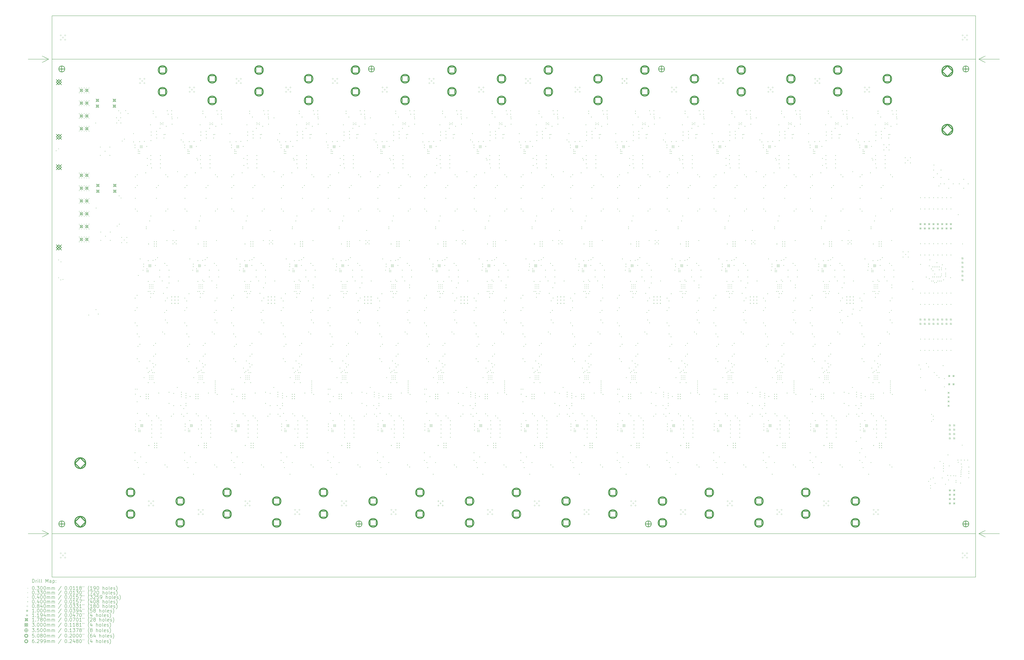
<source format=gbr>
%TF.GenerationSoftware,KiCad,Pcbnew,8.0.6-unknown-202411051418~a3eff548b7~ubuntu20.04.1*%
%TF.CreationDate,2024-11-07T21:27:02-05:00*%
%TF.ProjectId,ARX,4152582e-6b69-4636-9164-5f7063625858,Revision I*%
%TF.SameCoordinates,Original*%
%TF.FileFunction,Drillmap*%
%TF.FilePolarity,Positive*%
%FSLAX45Y45*%
G04 Gerber Fmt 4.5, Leading zero omitted, Abs format (unit mm)*
G04 Created by KiCad (PCBNEW 8.0.6-unknown-202411051418~a3eff548b7~ubuntu20.04.1) date 2024-11-07 21:27:02*
%MOMM*%
%LPD*%
G01*
G04 APERTURE LIST*
%ADD10C,0.150000*%
%ADD11C,0.200000*%
%ADD12C,0.100000*%
%ADD13C,0.119380*%
%ADD14C,0.178000*%
%ADD15C,0.300000*%
%ADD16C,0.350000*%
%ADD17C,0.508000*%
%ADD18C,0.629920*%
G04 APERTURE END LIST*
D10*
X16085601Y-13053621D02*
X15704601Y-12863121D01*
X16276101Y-13053621D02*
X70251101Y-13053621D01*
X70441601Y-13053621D02*
X71648101Y-13053621D01*
X16276101Y-40815821D02*
X70251101Y-40815821D01*
X70441601Y-40815821D02*
X70822601Y-40625321D01*
X16085601Y-40815821D02*
X15704601Y-40625321D01*
X16085601Y-40815821D02*
X15704601Y-41006321D01*
X70441601Y-40815821D02*
X70822601Y-41006321D01*
X16276101Y-10513621D02*
X70251101Y-10513621D01*
X70251101Y-10513621D02*
X70251101Y-43355821D01*
X70441601Y-40815821D02*
X71648101Y-40815821D01*
X16085601Y-40815821D02*
X14879101Y-40815821D01*
X70441601Y-13053621D02*
X70822601Y-12863121D01*
X70441601Y-13053621D02*
X70822601Y-13244121D01*
X70251101Y-43355821D02*
X16276101Y-43355821D01*
X16085601Y-13053621D02*
X15704601Y-13244121D01*
X16276101Y-43355821D02*
X16276101Y-10513621D01*
X16085601Y-13053621D02*
X14879101Y-13053621D01*
D11*
D12*
X17849821Y-14715821D02*
X17879821Y-14745821D01*
X17879821Y-14715821D02*
X17849821Y-14745821D01*
X17849821Y-15003821D02*
X17879821Y-15033821D01*
X17879821Y-15003821D02*
X17849821Y-15033821D01*
X17849821Y-15464821D02*
X17879821Y-15494821D01*
X17879821Y-15464821D02*
X17849821Y-15494821D01*
X17849821Y-15752821D02*
X17879821Y-15782821D01*
X17879821Y-15752821D02*
X17849821Y-15782821D01*
X17849821Y-16213821D02*
X17879821Y-16243821D01*
X17879821Y-16213821D02*
X17849821Y-16243821D01*
X17849821Y-16501821D02*
X17879821Y-16531821D01*
X17879821Y-16501821D02*
X17849821Y-16531821D01*
X17849821Y-16962821D02*
X17879821Y-16992821D01*
X17879821Y-16962821D02*
X17849821Y-16992821D01*
X17849821Y-17250821D02*
X17879821Y-17280821D01*
X17879821Y-17250821D02*
X17849821Y-17280821D01*
X17849821Y-19690821D02*
X17879821Y-19720821D01*
X17879821Y-19690821D02*
X17849821Y-19720821D01*
X17849821Y-19978821D02*
X17879821Y-20008821D01*
X17879821Y-19978821D02*
X17849821Y-20008821D01*
X17849821Y-20439821D02*
X17879821Y-20469821D01*
X17879821Y-20439821D02*
X17849821Y-20469821D01*
X17849821Y-20727821D02*
X17879821Y-20757821D01*
X17879821Y-20727821D02*
X17849821Y-20757821D01*
X17849821Y-21188821D02*
X17879821Y-21218821D01*
X17879821Y-21188821D02*
X17849821Y-21218821D01*
X17849821Y-21476821D02*
X17879821Y-21506821D01*
X17879821Y-21476821D02*
X17849821Y-21506821D01*
X17849821Y-21937821D02*
X17879821Y-21967821D01*
X17879821Y-21937821D02*
X17849821Y-21967821D01*
X17849821Y-22225821D02*
X17879821Y-22255821D01*
X17879821Y-22225821D02*
X17849821Y-22255821D01*
X17849821Y-22686821D02*
X17879821Y-22716821D01*
X17879821Y-22686821D02*
X17849821Y-22716821D01*
X17849821Y-22974821D02*
X17879821Y-23004821D01*
X17879821Y-22974821D02*
X17849821Y-23004821D01*
X17849821Y-23435821D02*
X17879821Y-23465821D01*
X17879821Y-23435821D02*
X17849821Y-23465821D01*
X17849821Y-23723821D02*
X17879821Y-23753821D01*
X17879821Y-23723821D02*
X17849821Y-23753821D01*
X17992571Y-14715821D02*
X18022571Y-14745821D01*
X18022571Y-14715821D02*
X17992571Y-14745821D01*
X17992571Y-15003821D02*
X18022571Y-15033821D01*
X18022571Y-15003821D02*
X17992571Y-15033821D01*
X17992571Y-15464821D02*
X18022571Y-15494821D01*
X18022571Y-15464821D02*
X17992571Y-15494821D01*
X17992571Y-15752821D02*
X18022571Y-15782821D01*
X18022571Y-15752821D02*
X17992571Y-15782821D01*
X17992571Y-16213821D02*
X18022571Y-16243821D01*
X18022571Y-16213821D02*
X17992571Y-16243821D01*
X17992571Y-16501821D02*
X18022571Y-16531821D01*
X18022571Y-16501821D02*
X17992571Y-16531821D01*
X17992571Y-16962821D02*
X18022571Y-16992821D01*
X18022571Y-16962821D02*
X17992571Y-16992821D01*
X17992571Y-17250821D02*
X18022571Y-17280821D01*
X18022571Y-17250821D02*
X17992571Y-17280821D01*
X17992571Y-19690821D02*
X18022571Y-19720821D01*
X18022571Y-19690821D02*
X17992571Y-19720821D01*
X17992571Y-19978821D02*
X18022571Y-20008821D01*
X18022571Y-19978821D02*
X17992571Y-20008821D01*
X17992571Y-20439821D02*
X18022571Y-20469821D01*
X18022571Y-20439821D02*
X17992571Y-20469821D01*
X17992571Y-20727821D02*
X18022571Y-20757821D01*
X18022571Y-20727821D02*
X17992571Y-20757821D01*
X17992571Y-21188821D02*
X18022571Y-21218821D01*
X18022571Y-21188821D02*
X17992571Y-21218821D01*
X17992571Y-21476821D02*
X18022571Y-21506821D01*
X18022571Y-21476821D02*
X17992571Y-21506821D01*
X17992571Y-21937821D02*
X18022571Y-21967821D01*
X18022571Y-21937821D02*
X17992571Y-21967821D01*
X17992571Y-22225821D02*
X18022571Y-22255821D01*
X18022571Y-22225821D02*
X17992571Y-22255821D01*
X17992571Y-22686821D02*
X18022571Y-22716821D01*
X18022571Y-22686821D02*
X17992571Y-22716821D01*
X17992571Y-22974821D02*
X18022571Y-23004821D01*
X18022571Y-22974821D02*
X17992571Y-23004821D01*
X17992571Y-23435821D02*
X18022571Y-23465821D01*
X18022571Y-23435821D02*
X17992571Y-23465821D01*
X17992571Y-23723821D02*
X18022571Y-23753821D01*
X18022571Y-23723821D02*
X17992571Y-23753821D01*
X18135321Y-14715821D02*
X18165321Y-14745821D01*
X18165321Y-14715821D02*
X18135321Y-14745821D01*
X18135321Y-14859821D02*
X18165321Y-14889821D01*
X18165321Y-14859821D02*
X18135321Y-14889821D01*
X18135321Y-15003821D02*
X18165321Y-15033821D01*
X18165321Y-15003821D02*
X18135321Y-15033821D01*
X18135321Y-15464821D02*
X18165321Y-15494821D01*
X18165321Y-15464821D02*
X18135321Y-15494821D01*
X18135321Y-15608821D02*
X18165321Y-15638821D01*
X18165321Y-15608821D02*
X18135321Y-15638821D01*
X18135321Y-15752821D02*
X18165321Y-15782821D01*
X18165321Y-15752821D02*
X18135321Y-15782821D01*
X18135321Y-16213821D02*
X18165321Y-16243821D01*
X18165321Y-16213821D02*
X18135321Y-16243821D01*
X18135321Y-16357821D02*
X18165321Y-16387821D01*
X18165321Y-16357821D02*
X18135321Y-16387821D01*
X18135321Y-16501821D02*
X18165321Y-16531821D01*
X18165321Y-16501821D02*
X18135321Y-16531821D01*
X18135321Y-16962821D02*
X18165321Y-16992821D01*
X18165321Y-16962821D02*
X18135321Y-16992821D01*
X18135321Y-17106821D02*
X18165321Y-17136821D01*
X18165321Y-17106821D02*
X18135321Y-17136821D01*
X18135321Y-17250821D02*
X18165321Y-17280821D01*
X18165321Y-17250821D02*
X18135321Y-17280821D01*
X18135321Y-19690821D02*
X18165321Y-19720821D01*
X18165321Y-19690821D02*
X18135321Y-19720821D01*
X18135321Y-19834821D02*
X18165321Y-19864821D01*
X18165321Y-19834821D02*
X18135321Y-19864821D01*
X18135321Y-19978821D02*
X18165321Y-20008821D01*
X18165321Y-19978821D02*
X18135321Y-20008821D01*
X18135321Y-20439821D02*
X18165321Y-20469821D01*
X18165321Y-20439821D02*
X18135321Y-20469821D01*
X18135321Y-20583821D02*
X18165321Y-20613821D01*
X18165321Y-20583821D02*
X18135321Y-20613821D01*
X18135321Y-20727821D02*
X18165321Y-20757821D01*
X18165321Y-20727821D02*
X18135321Y-20757821D01*
X18135321Y-21188821D02*
X18165321Y-21218821D01*
X18165321Y-21188821D02*
X18135321Y-21218821D01*
X18135321Y-21332821D02*
X18165321Y-21362821D01*
X18165321Y-21332821D02*
X18135321Y-21362821D01*
X18135321Y-21476821D02*
X18165321Y-21506821D01*
X18165321Y-21476821D02*
X18135321Y-21506821D01*
X18135321Y-21937821D02*
X18165321Y-21967821D01*
X18165321Y-21937821D02*
X18135321Y-21967821D01*
X18135321Y-22081821D02*
X18165321Y-22111821D01*
X18165321Y-22081821D02*
X18135321Y-22111821D01*
X18135321Y-22225821D02*
X18165321Y-22255821D01*
X18165321Y-22225821D02*
X18135321Y-22255821D01*
X18135321Y-22686821D02*
X18165321Y-22716821D01*
X18165321Y-22686821D02*
X18135321Y-22716821D01*
X18135321Y-22830821D02*
X18165321Y-22860821D01*
X18165321Y-22830821D02*
X18135321Y-22860821D01*
X18135321Y-22974821D02*
X18165321Y-23004821D01*
X18165321Y-22974821D02*
X18135321Y-23004821D01*
X18135321Y-23435821D02*
X18165321Y-23465821D01*
X18165321Y-23435821D02*
X18135321Y-23465821D01*
X18135321Y-23579821D02*
X18165321Y-23609821D01*
X18165321Y-23579821D02*
X18135321Y-23609821D01*
X18135321Y-23723821D02*
X18165321Y-23753821D01*
X18165321Y-23723821D02*
X18135321Y-23753821D01*
X18278071Y-14715821D02*
X18308071Y-14745821D01*
X18308071Y-14715821D02*
X18278071Y-14745821D01*
X18278071Y-15003821D02*
X18308071Y-15033821D01*
X18308071Y-15003821D02*
X18278071Y-15033821D01*
X18278071Y-15464821D02*
X18308071Y-15494821D01*
X18308071Y-15464821D02*
X18278071Y-15494821D01*
X18278071Y-15752821D02*
X18308071Y-15782821D01*
X18308071Y-15752821D02*
X18278071Y-15782821D01*
X18278071Y-16213821D02*
X18308071Y-16243821D01*
X18308071Y-16213821D02*
X18278071Y-16243821D01*
X18278071Y-16501821D02*
X18308071Y-16531821D01*
X18308071Y-16501821D02*
X18278071Y-16531821D01*
X18278071Y-16962821D02*
X18308071Y-16992821D01*
X18308071Y-16962821D02*
X18278071Y-16992821D01*
X18278071Y-17250821D02*
X18308071Y-17280821D01*
X18308071Y-17250821D02*
X18278071Y-17280821D01*
X18278071Y-19690821D02*
X18308071Y-19720821D01*
X18308071Y-19690821D02*
X18278071Y-19720821D01*
X18278071Y-19978821D02*
X18308071Y-20008821D01*
X18308071Y-19978821D02*
X18278071Y-20008821D01*
X18278071Y-20439821D02*
X18308071Y-20469821D01*
X18308071Y-20439821D02*
X18278071Y-20469821D01*
X18278071Y-20727821D02*
X18308071Y-20757821D01*
X18308071Y-20727821D02*
X18278071Y-20757821D01*
X18278071Y-21188821D02*
X18308071Y-21218821D01*
X18308071Y-21188821D02*
X18278071Y-21218821D01*
X18278071Y-21476821D02*
X18308071Y-21506821D01*
X18308071Y-21476821D02*
X18278071Y-21506821D01*
X18278071Y-21937821D02*
X18308071Y-21967821D01*
X18308071Y-21937821D02*
X18278071Y-21967821D01*
X18278071Y-22225821D02*
X18308071Y-22255821D01*
X18308071Y-22225821D02*
X18278071Y-22255821D01*
X18278071Y-22686821D02*
X18308071Y-22716821D01*
X18308071Y-22686821D02*
X18278071Y-22716821D01*
X18278071Y-22974821D02*
X18308071Y-23004821D01*
X18308071Y-22974821D02*
X18278071Y-23004821D01*
X18278071Y-23435821D02*
X18308071Y-23465821D01*
X18308071Y-23435821D02*
X18278071Y-23465821D01*
X18278071Y-23723821D02*
X18308071Y-23753821D01*
X18308071Y-23723821D02*
X18278071Y-23753821D01*
X18420821Y-14715821D02*
X18450821Y-14745821D01*
X18450821Y-14715821D02*
X18420821Y-14745821D01*
X18420821Y-15003821D02*
X18450821Y-15033821D01*
X18450821Y-15003821D02*
X18420821Y-15033821D01*
X18420821Y-15464821D02*
X18450821Y-15494821D01*
X18450821Y-15464821D02*
X18420821Y-15494821D01*
X18420821Y-15752821D02*
X18450821Y-15782821D01*
X18450821Y-15752821D02*
X18420821Y-15782821D01*
X18420821Y-16213821D02*
X18450821Y-16243821D01*
X18450821Y-16213821D02*
X18420821Y-16243821D01*
X18420821Y-16501821D02*
X18450821Y-16531821D01*
X18450821Y-16501821D02*
X18420821Y-16531821D01*
X18420821Y-16962821D02*
X18450821Y-16992821D01*
X18450821Y-16962821D02*
X18420821Y-16992821D01*
X18420821Y-17250821D02*
X18450821Y-17280821D01*
X18450821Y-17250821D02*
X18420821Y-17280821D01*
X18420821Y-19690821D02*
X18450821Y-19720821D01*
X18450821Y-19690821D02*
X18420821Y-19720821D01*
X18420821Y-19978821D02*
X18450821Y-20008821D01*
X18450821Y-19978821D02*
X18420821Y-20008821D01*
X18420821Y-20439821D02*
X18450821Y-20469821D01*
X18450821Y-20439821D02*
X18420821Y-20469821D01*
X18420821Y-20727821D02*
X18450821Y-20757821D01*
X18450821Y-20727821D02*
X18420821Y-20757821D01*
X18420821Y-21188821D02*
X18450821Y-21218821D01*
X18450821Y-21188821D02*
X18420821Y-21218821D01*
X18420821Y-21476821D02*
X18450821Y-21506821D01*
X18450821Y-21476821D02*
X18420821Y-21506821D01*
X18420821Y-21937821D02*
X18450821Y-21967821D01*
X18450821Y-21937821D02*
X18420821Y-21967821D01*
X18420821Y-22225821D02*
X18450821Y-22255821D01*
X18450821Y-22225821D02*
X18420821Y-22255821D01*
X18420821Y-22686821D02*
X18450821Y-22716821D01*
X18450821Y-22686821D02*
X18420821Y-22716821D01*
X18420821Y-22974821D02*
X18450821Y-23004821D01*
X18450821Y-22974821D02*
X18420821Y-23004821D01*
X18420821Y-23435821D02*
X18450821Y-23465821D01*
X18450821Y-23435821D02*
X18420821Y-23465821D01*
X18420821Y-23723821D02*
X18450821Y-23753821D01*
X18450821Y-23723821D02*
X18420821Y-23753821D01*
X22590938Y-16762233D02*
X22620938Y-16792234D01*
X22620938Y-16762233D02*
X22590938Y-16792234D01*
X22590938Y-16862234D02*
X22620938Y-16892234D01*
X22620938Y-16862234D02*
X22590938Y-16892234D01*
X22665938Y-16812234D02*
X22695938Y-16842234D01*
X22695938Y-16812234D02*
X22665938Y-16842234D01*
X22740938Y-16762233D02*
X22770938Y-16792234D01*
X22770938Y-16762233D02*
X22740938Y-16792234D01*
X22740938Y-16862234D02*
X22770938Y-16892234D01*
X22770938Y-16862234D02*
X22740938Y-16892234D01*
X25491638Y-16762233D02*
X25521638Y-16792234D01*
X25521638Y-16762233D02*
X25491638Y-16792234D01*
X25491638Y-16862234D02*
X25521638Y-16892234D01*
X25521638Y-16862234D02*
X25491638Y-16892234D01*
X25566638Y-16812234D02*
X25596638Y-16842234D01*
X25596638Y-16812234D02*
X25566638Y-16842234D01*
X25641638Y-16762233D02*
X25671638Y-16792234D01*
X25671638Y-16762233D02*
X25641638Y-16792234D01*
X25641638Y-16862234D02*
X25671638Y-16892234D01*
X25671638Y-16862234D02*
X25641638Y-16892234D01*
X28227322Y-16762233D02*
X28257322Y-16792234D01*
X28257322Y-16762233D02*
X28227322Y-16792234D01*
X28227322Y-16862234D02*
X28257322Y-16892234D01*
X28257322Y-16862234D02*
X28227322Y-16892234D01*
X28302322Y-16812234D02*
X28332322Y-16842234D01*
X28332322Y-16812234D02*
X28302322Y-16842234D01*
X28377322Y-16762233D02*
X28407322Y-16792234D01*
X28407322Y-16762233D02*
X28377322Y-16792234D01*
X28377322Y-16862234D02*
X28407322Y-16892234D01*
X28407322Y-16862234D02*
X28377322Y-16892234D01*
X31128022Y-16762233D02*
X31158022Y-16792234D01*
X31158022Y-16762233D02*
X31128022Y-16792234D01*
X31128022Y-16862234D02*
X31158022Y-16892234D01*
X31158022Y-16862234D02*
X31128022Y-16892234D01*
X31203022Y-16812234D02*
X31233022Y-16842234D01*
X31233022Y-16812234D02*
X31203022Y-16842234D01*
X31278022Y-16762233D02*
X31308022Y-16792234D01*
X31308022Y-16762233D02*
X31278022Y-16792234D01*
X31278022Y-16862234D02*
X31308022Y-16892234D01*
X31308022Y-16862234D02*
X31278022Y-16892234D01*
X33863705Y-16762233D02*
X33893705Y-16792234D01*
X33893705Y-16762233D02*
X33863705Y-16792234D01*
X33863705Y-16862234D02*
X33893705Y-16892234D01*
X33893705Y-16862234D02*
X33863705Y-16892234D01*
X33938705Y-16812234D02*
X33968705Y-16842234D01*
X33968705Y-16812234D02*
X33938705Y-16842234D01*
X34013705Y-16762233D02*
X34043705Y-16792234D01*
X34043705Y-16762233D02*
X34013705Y-16792234D01*
X34013705Y-16862234D02*
X34043705Y-16892234D01*
X34043705Y-16862234D02*
X34013705Y-16892234D01*
X36764405Y-16762233D02*
X36794405Y-16792234D01*
X36794405Y-16762233D02*
X36764405Y-16792234D01*
X36764405Y-16862234D02*
X36794405Y-16892234D01*
X36794405Y-16862234D02*
X36764405Y-16892234D01*
X36839405Y-16812234D02*
X36869405Y-16842234D01*
X36869405Y-16812234D02*
X36839405Y-16842234D01*
X36914405Y-16762233D02*
X36944405Y-16792234D01*
X36944405Y-16762233D02*
X36914405Y-16792234D01*
X36914405Y-16862234D02*
X36944405Y-16892234D01*
X36944405Y-16862234D02*
X36914405Y-16892234D01*
X39500088Y-16762233D02*
X39530088Y-16792234D01*
X39530088Y-16762233D02*
X39500088Y-16792234D01*
X39500088Y-16862234D02*
X39530088Y-16892234D01*
X39530088Y-16862234D02*
X39500088Y-16892234D01*
X39575088Y-16812234D02*
X39605088Y-16842234D01*
X39605088Y-16812234D02*
X39575088Y-16842234D01*
X39650088Y-16762233D02*
X39680088Y-16792234D01*
X39680088Y-16762233D02*
X39650088Y-16792234D01*
X39650088Y-16862234D02*
X39680088Y-16892234D01*
X39680088Y-16862234D02*
X39650088Y-16892234D01*
X42400788Y-16762233D02*
X42430788Y-16792234D01*
X42430788Y-16762233D02*
X42400788Y-16792234D01*
X42400788Y-16862234D02*
X42430788Y-16892234D01*
X42430788Y-16862234D02*
X42400788Y-16892234D01*
X42475788Y-16812234D02*
X42505788Y-16842234D01*
X42505788Y-16812234D02*
X42475788Y-16842234D01*
X42550788Y-16762233D02*
X42580788Y-16792234D01*
X42580788Y-16762233D02*
X42550788Y-16792234D01*
X42550788Y-16862234D02*
X42580788Y-16892234D01*
X42580788Y-16862234D02*
X42550788Y-16892234D01*
X45136471Y-16762233D02*
X45166471Y-16792234D01*
X45166471Y-16762233D02*
X45136471Y-16792234D01*
X45136471Y-16862234D02*
X45166471Y-16892234D01*
X45166471Y-16862234D02*
X45136471Y-16892234D01*
X45211471Y-16812234D02*
X45241471Y-16842234D01*
X45241471Y-16812234D02*
X45211471Y-16842234D01*
X45286471Y-16762233D02*
X45316471Y-16792234D01*
X45316471Y-16762233D02*
X45286471Y-16792234D01*
X45286471Y-16862234D02*
X45316471Y-16892234D01*
X45316471Y-16862234D02*
X45286471Y-16892234D01*
X48037172Y-16762233D02*
X48067172Y-16792234D01*
X48067172Y-16762233D02*
X48037172Y-16792234D01*
X48037172Y-16862234D02*
X48067172Y-16892234D01*
X48067172Y-16862234D02*
X48037172Y-16892234D01*
X48112172Y-16812234D02*
X48142172Y-16842234D01*
X48142172Y-16812234D02*
X48112172Y-16842234D01*
X48187172Y-16762233D02*
X48217172Y-16792234D01*
X48217172Y-16762233D02*
X48187172Y-16792234D01*
X48187172Y-16862234D02*
X48217172Y-16892234D01*
X48217172Y-16862234D02*
X48187172Y-16892234D01*
X50772855Y-16762233D02*
X50802855Y-16792234D01*
X50802855Y-16762233D02*
X50772855Y-16792234D01*
X50772855Y-16862234D02*
X50802855Y-16892234D01*
X50802855Y-16862234D02*
X50772855Y-16892234D01*
X50847855Y-16812234D02*
X50877855Y-16842234D01*
X50877855Y-16812234D02*
X50847855Y-16842234D01*
X50922855Y-16762233D02*
X50952855Y-16792234D01*
X50952855Y-16762233D02*
X50922855Y-16792234D01*
X50922855Y-16862234D02*
X50952855Y-16892234D01*
X50952855Y-16862234D02*
X50922855Y-16892234D01*
X53673555Y-16762233D02*
X53703555Y-16792234D01*
X53703555Y-16762233D02*
X53673555Y-16792234D01*
X53673555Y-16862234D02*
X53703555Y-16892234D01*
X53703555Y-16862234D02*
X53673555Y-16892234D01*
X53748555Y-16812234D02*
X53778555Y-16842234D01*
X53778555Y-16812234D02*
X53748555Y-16842234D01*
X53823555Y-16762233D02*
X53853555Y-16792234D01*
X53853555Y-16762233D02*
X53823555Y-16792234D01*
X53823555Y-16862234D02*
X53853555Y-16892234D01*
X53853555Y-16862234D02*
X53823555Y-16892234D01*
X56409238Y-16762233D02*
X56439238Y-16792234D01*
X56439238Y-16762233D02*
X56409238Y-16792234D01*
X56409238Y-16862234D02*
X56439238Y-16892234D01*
X56439238Y-16862234D02*
X56409238Y-16892234D01*
X56484238Y-16812234D02*
X56514238Y-16842234D01*
X56514238Y-16812234D02*
X56484238Y-16842234D01*
X56559238Y-16762233D02*
X56589238Y-16792234D01*
X56589238Y-16762233D02*
X56559238Y-16792234D01*
X56559238Y-16862234D02*
X56589238Y-16892234D01*
X56589238Y-16862234D02*
X56559238Y-16892234D01*
X59309938Y-16762233D02*
X59339938Y-16792234D01*
X59339938Y-16762233D02*
X59309938Y-16792234D01*
X59309938Y-16862234D02*
X59339938Y-16892234D01*
X59339938Y-16862234D02*
X59309938Y-16892234D01*
X59384938Y-16812234D02*
X59414938Y-16842234D01*
X59414938Y-16812234D02*
X59384938Y-16842234D01*
X59459938Y-16762233D02*
X59489938Y-16792234D01*
X59489938Y-16762233D02*
X59459938Y-16792234D01*
X59459938Y-16862234D02*
X59489938Y-16892234D01*
X59489938Y-16862234D02*
X59459938Y-16892234D01*
X62045621Y-16762233D02*
X62075621Y-16792234D01*
X62075621Y-16762233D02*
X62045621Y-16792234D01*
X62045621Y-16862234D02*
X62075621Y-16892234D01*
X62075621Y-16862234D02*
X62045621Y-16892234D01*
X62120621Y-16812234D02*
X62150621Y-16842234D01*
X62150621Y-16812234D02*
X62120621Y-16842234D01*
X62195621Y-16762233D02*
X62225621Y-16792234D01*
X62225621Y-16762233D02*
X62195621Y-16792234D01*
X62195621Y-16862234D02*
X62225621Y-16892234D01*
X62225621Y-16862234D02*
X62195621Y-16892234D01*
X64946321Y-16762233D02*
X64976321Y-16792234D01*
X64976321Y-16762233D02*
X64946321Y-16792234D01*
X64946321Y-16862234D02*
X64976321Y-16892234D01*
X64976321Y-16862234D02*
X64946321Y-16892234D01*
X65021321Y-16812234D02*
X65051321Y-16842234D01*
X65051321Y-16812234D02*
X65021321Y-16842234D01*
X65096321Y-16762233D02*
X65126321Y-16792234D01*
X65126321Y-16762233D02*
X65096321Y-16792234D01*
X65096321Y-16862234D02*
X65126321Y-16892234D01*
X65126321Y-16862234D02*
X65096321Y-16892234D01*
X21450228Y-18118314D02*
G75*
G02*
X21417208Y-18118314I-16510J0D01*
G01*
X21417208Y-18118314D02*
G75*
G02*
X21450228Y-18118314I16510J0D01*
G01*
X21450228Y-18176734D02*
G75*
G02*
X21417208Y-18176734I-16510J0D01*
G01*
X21417208Y-18176734D02*
G75*
G02*
X21450228Y-18176734I16510J0D01*
G01*
X21450228Y-18235154D02*
G75*
G02*
X21417208Y-18235154I-16510J0D01*
G01*
X21417208Y-18235154D02*
G75*
G02*
X21450228Y-18235154I16510J0D01*
G01*
X21480138Y-34436357D02*
G75*
G02*
X21447118Y-34436357I-16510J0D01*
G01*
X21447118Y-34436357D02*
G75*
G02*
X21480138Y-34436357I16510J0D01*
G01*
X21480138Y-34494777D02*
G75*
G02*
X21447118Y-34494777I-16510J0D01*
G01*
X21447118Y-34494777D02*
G75*
G02*
X21480138Y-34494777I16510J0D01*
G01*
X21480138Y-34553197D02*
G75*
G02*
X21447118Y-34553197I-16510J0D01*
G01*
X21447118Y-34553197D02*
G75*
G02*
X21480138Y-34553197I16510J0D01*
G01*
X21508648Y-18118314D02*
G75*
G02*
X21475628Y-18118314I-16510J0D01*
G01*
X21475628Y-18118314D02*
G75*
G02*
X21508648Y-18118314I16510J0D01*
G01*
X21508648Y-18176734D02*
G75*
G02*
X21475628Y-18176734I-16510J0D01*
G01*
X21475628Y-18176734D02*
G75*
G02*
X21508648Y-18176734I16510J0D01*
G01*
X21508648Y-18235154D02*
G75*
G02*
X21475628Y-18235154I-16510J0D01*
G01*
X21475628Y-18235154D02*
G75*
G02*
X21508648Y-18235154I16510J0D01*
G01*
X21538558Y-34436357D02*
G75*
G02*
X21505538Y-34436357I-16510J0D01*
G01*
X21505538Y-34436357D02*
G75*
G02*
X21538558Y-34436357I16510J0D01*
G01*
X21538558Y-34494777D02*
G75*
G02*
X21505538Y-34494777I-16510J0D01*
G01*
X21505538Y-34494777D02*
G75*
G02*
X21538558Y-34494777I16510J0D01*
G01*
X21538558Y-34553197D02*
G75*
G02*
X21505538Y-34553197I-16510J0D01*
G01*
X21505538Y-34553197D02*
G75*
G02*
X21538558Y-34553197I16510J0D01*
G01*
X21567068Y-18118314D02*
G75*
G02*
X21534048Y-18118314I-16510J0D01*
G01*
X21534048Y-18118314D02*
G75*
G02*
X21567068Y-18118314I16510J0D01*
G01*
X21567068Y-18176734D02*
G75*
G02*
X21534048Y-18176734I-16510J0D01*
G01*
X21534048Y-18176734D02*
G75*
G02*
X21567068Y-18176734I16510J0D01*
G01*
X21567068Y-18235154D02*
G75*
G02*
X21534048Y-18235154I-16510J0D01*
G01*
X21534048Y-18235154D02*
G75*
G02*
X21567068Y-18235154I16510J0D01*
G01*
X21596978Y-34436357D02*
G75*
G02*
X21563958Y-34436357I-16510J0D01*
G01*
X21563958Y-34436357D02*
G75*
G02*
X21596978Y-34436357I16510J0D01*
G01*
X21596978Y-34494777D02*
G75*
G02*
X21563958Y-34494777I-16510J0D01*
G01*
X21563958Y-34494777D02*
G75*
G02*
X21596978Y-34494777I16510J0D01*
G01*
X21596978Y-34553197D02*
G75*
G02*
X21563958Y-34553197I-16510J0D01*
G01*
X21563958Y-34553197D02*
G75*
G02*
X21596978Y-34553197I16510J0D01*
G01*
X21954428Y-25080502D02*
G75*
G02*
X21921408Y-25080502I-16510J0D01*
G01*
X21921408Y-25080502D02*
G75*
G02*
X21954428Y-25080502I16510J0D01*
G01*
X21954428Y-25138922D02*
G75*
G02*
X21921408Y-25138922I-16510J0D01*
G01*
X21921408Y-25138922D02*
G75*
G02*
X21954428Y-25138922I16510J0D01*
G01*
X21954428Y-25197342D02*
G75*
G02*
X21921408Y-25197342I-16510J0D01*
G01*
X21921408Y-25197342D02*
G75*
G02*
X21954428Y-25197342I16510J0D01*
G01*
X21986248Y-26244072D02*
G75*
G02*
X21953228Y-26244072I-16510J0D01*
G01*
X21953228Y-26244072D02*
G75*
G02*
X21986248Y-26244072I16510J0D01*
G01*
X21986248Y-26345672D02*
G75*
G02*
X21953228Y-26345672I-16510J0D01*
G01*
X21953228Y-26345672D02*
G75*
G02*
X21986248Y-26345672I16510J0D01*
G01*
X21986248Y-26447272D02*
G75*
G02*
X21953228Y-26447272I-16510J0D01*
G01*
X21953228Y-26447272D02*
G75*
G02*
X21986248Y-26447272I16510J0D01*
G01*
X21986248Y-31578072D02*
G75*
G02*
X21953228Y-31578072I-16510J0D01*
G01*
X21953228Y-31578072D02*
G75*
G02*
X21986248Y-31578072I16510J0D01*
G01*
X21986248Y-31679672D02*
G75*
G02*
X21953228Y-31679672I-16510J0D01*
G01*
X21953228Y-31679672D02*
G75*
G02*
X21986248Y-31679672I16510J0D01*
G01*
X21986248Y-31781272D02*
G75*
G02*
X21953228Y-31781272I-16510J0D01*
G01*
X21953228Y-31781272D02*
G75*
G02*
X21986248Y-31781272I16510J0D01*
G01*
X22012848Y-25080502D02*
G75*
G02*
X21979828Y-25080502I-16510J0D01*
G01*
X21979828Y-25080502D02*
G75*
G02*
X22012848Y-25080502I16510J0D01*
G01*
X22012848Y-25138922D02*
G75*
G02*
X21979828Y-25138922I-16510J0D01*
G01*
X21979828Y-25138922D02*
G75*
G02*
X22012848Y-25138922I16510J0D01*
G01*
X22012848Y-25197342D02*
G75*
G02*
X21979828Y-25197342I-16510J0D01*
G01*
X21979828Y-25197342D02*
G75*
G02*
X22012848Y-25197342I16510J0D01*
G01*
X22071268Y-25080502D02*
G75*
G02*
X22038248Y-25080502I-16510J0D01*
G01*
X22038248Y-25080502D02*
G75*
G02*
X22071268Y-25080502I16510J0D01*
G01*
X22071268Y-25138922D02*
G75*
G02*
X22038248Y-25138922I-16510J0D01*
G01*
X22038248Y-25138922D02*
G75*
G02*
X22071268Y-25138922I16510J0D01*
G01*
X22071268Y-25197342D02*
G75*
G02*
X22038248Y-25197342I-16510J0D01*
G01*
X22038248Y-25197342D02*
G75*
G02*
X22071268Y-25197342I16510J0D01*
G01*
X22087848Y-26244072D02*
G75*
G02*
X22054828Y-26244072I-16510J0D01*
G01*
X22054828Y-26244072D02*
G75*
G02*
X22087848Y-26244072I16510J0D01*
G01*
X22087848Y-26345672D02*
G75*
G02*
X22054828Y-26345672I-16510J0D01*
G01*
X22054828Y-26345672D02*
G75*
G02*
X22087848Y-26345672I16510J0D01*
G01*
X22087848Y-26447272D02*
G75*
G02*
X22054828Y-26447272I-16510J0D01*
G01*
X22054828Y-26447272D02*
G75*
G02*
X22087848Y-26447272I16510J0D01*
G01*
X22087848Y-31578072D02*
G75*
G02*
X22054828Y-31578072I-16510J0D01*
G01*
X22054828Y-31578072D02*
G75*
G02*
X22087848Y-31578072I16510J0D01*
G01*
X22087848Y-31679672D02*
G75*
G02*
X22054828Y-31679672I-16510J0D01*
G01*
X22054828Y-31679672D02*
G75*
G02*
X22087848Y-31679672I16510J0D01*
G01*
X22087848Y-31781272D02*
G75*
G02*
X22054828Y-31781272I-16510J0D01*
G01*
X22054828Y-31781272D02*
G75*
G02*
X22087848Y-31781272I16510J0D01*
G01*
X22189448Y-26244072D02*
G75*
G02*
X22156428Y-26244072I-16510J0D01*
G01*
X22156428Y-26244072D02*
G75*
G02*
X22189448Y-26244072I16510J0D01*
G01*
X22189448Y-26345672D02*
G75*
G02*
X22156428Y-26345672I-16510J0D01*
G01*
X22156428Y-26345672D02*
G75*
G02*
X22189448Y-26345672I16510J0D01*
G01*
X22189448Y-26447272D02*
G75*
G02*
X22156428Y-26447272I-16510J0D01*
G01*
X22156428Y-26447272D02*
G75*
G02*
X22189448Y-26447272I16510J0D01*
G01*
X22189448Y-31578072D02*
G75*
G02*
X22156428Y-31578072I-16510J0D01*
G01*
X22156428Y-31578072D02*
G75*
G02*
X22189448Y-31578072I16510J0D01*
G01*
X22189448Y-31679672D02*
G75*
G02*
X22156428Y-31679672I-16510J0D01*
G01*
X22156428Y-31679672D02*
G75*
G02*
X22189448Y-31679672I16510J0D01*
G01*
X22189448Y-31781272D02*
G75*
G02*
X22156428Y-31781272I-16510J0D01*
G01*
X22156428Y-31781272D02*
G75*
G02*
X22189448Y-31781272I16510J0D01*
G01*
X24350928Y-18118314D02*
G75*
G02*
X24317908Y-18118314I-16510J0D01*
G01*
X24317908Y-18118314D02*
G75*
G02*
X24350928Y-18118314I16510J0D01*
G01*
X24350928Y-18176734D02*
G75*
G02*
X24317908Y-18176734I-16510J0D01*
G01*
X24317908Y-18176734D02*
G75*
G02*
X24350928Y-18176734I16510J0D01*
G01*
X24350928Y-18235154D02*
G75*
G02*
X24317908Y-18235154I-16510J0D01*
G01*
X24317908Y-18235154D02*
G75*
G02*
X24350928Y-18235154I16510J0D01*
G01*
X24380838Y-34436357D02*
G75*
G02*
X24347818Y-34436357I-16510J0D01*
G01*
X24347818Y-34436357D02*
G75*
G02*
X24380838Y-34436357I16510J0D01*
G01*
X24380838Y-34494777D02*
G75*
G02*
X24347818Y-34494777I-16510J0D01*
G01*
X24347818Y-34494777D02*
G75*
G02*
X24380838Y-34494777I16510J0D01*
G01*
X24380838Y-34553197D02*
G75*
G02*
X24347818Y-34553197I-16510J0D01*
G01*
X24347818Y-34553197D02*
G75*
G02*
X24380838Y-34553197I16510J0D01*
G01*
X24409348Y-18118314D02*
G75*
G02*
X24376328Y-18118314I-16510J0D01*
G01*
X24376328Y-18118314D02*
G75*
G02*
X24409348Y-18118314I16510J0D01*
G01*
X24409348Y-18176734D02*
G75*
G02*
X24376328Y-18176734I-16510J0D01*
G01*
X24376328Y-18176734D02*
G75*
G02*
X24409348Y-18176734I16510J0D01*
G01*
X24409348Y-18235154D02*
G75*
G02*
X24376328Y-18235154I-16510J0D01*
G01*
X24376328Y-18235154D02*
G75*
G02*
X24409348Y-18235154I16510J0D01*
G01*
X24439258Y-34436357D02*
G75*
G02*
X24406238Y-34436357I-16510J0D01*
G01*
X24406238Y-34436357D02*
G75*
G02*
X24439258Y-34436357I16510J0D01*
G01*
X24439258Y-34494777D02*
G75*
G02*
X24406238Y-34494777I-16510J0D01*
G01*
X24406238Y-34494777D02*
G75*
G02*
X24439258Y-34494777I16510J0D01*
G01*
X24439258Y-34553197D02*
G75*
G02*
X24406238Y-34553197I-16510J0D01*
G01*
X24406238Y-34553197D02*
G75*
G02*
X24439258Y-34553197I16510J0D01*
G01*
X24467768Y-18118314D02*
G75*
G02*
X24434748Y-18118314I-16510J0D01*
G01*
X24434748Y-18118314D02*
G75*
G02*
X24467768Y-18118314I16510J0D01*
G01*
X24467768Y-18176734D02*
G75*
G02*
X24434748Y-18176734I-16510J0D01*
G01*
X24434748Y-18176734D02*
G75*
G02*
X24467768Y-18176734I16510J0D01*
G01*
X24467768Y-18235154D02*
G75*
G02*
X24434748Y-18235154I-16510J0D01*
G01*
X24434748Y-18235154D02*
G75*
G02*
X24467768Y-18235154I16510J0D01*
G01*
X24497678Y-34436357D02*
G75*
G02*
X24464658Y-34436357I-16510J0D01*
G01*
X24464658Y-34436357D02*
G75*
G02*
X24497678Y-34436357I16510J0D01*
G01*
X24497678Y-34494777D02*
G75*
G02*
X24464658Y-34494777I-16510J0D01*
G01*
X24464658Y-34494777D02*
G75*
G02*
X24497678Y-34494777I16510J0D01*
G01*
X24497678Y-34553197D02*
G75*
G02*
X24464658Y-34553197I-16510J0D01*
G01*
X24464658Y-34553197D02*
G75*
G02*
X24497678Y-34553197I16510J0D01*
G01*
X24855128Y-25080502D02*
G75*
G02*
X24822108Y-25080502I-16510J0D01*
G01*
X24822108Y-25080502D02*
G75*
G02*
X24855128Y-25080502I16510J0D01*
G01*
X24855128Y-25138922D02*
G75*
G02*
X24822108Y-25138922I-16510J0D01*
G01*
X24822108Y-25138922D02*
G75*
G02*
X24855128Y-25138922I16510J0D01*
G01*
X24855128Y-25197342D02*
G75*
G02*
X24822108Y-25197342I-16510J0D01*
G01*
X24822108Y-25197342D02*
G75*
G02*
X24855128Y-25197342I16510J0D01*
G01*
X24886948Y-26244072D02*
G75*
G02*
X24853928Y-26244072I-16510J0D01*
G01*
X24853928Y-26244072D02*
G75*
G02*
X24886948Y-26244072I16510J0D01*
G01*
X24886948Y-26345672D02*
G75*
G02*
X24853928Y-26345672I-16510J0D01*
G01*
X24853928Y-26345672D02*
G75*
G02*
X24886948Y-26345672I16510J0D01*
G01*
X24886948Y-26447272D02*
G75*
G02*
X24853928Y-26447272I-16510J0D01*
G01*
X24853928Y-26447272D02*
G75*
G02*
X24886948Y-26447272I16510J0D01*
G01*
X24886948Y-31578072D02*
G75*
G02*
X24853928Y-31578072I-16510J0D01*
G01*
X24853928Y-31578072D02*
G75*
G02*
X24886948Y-31578072I16510J0D01*
G01*
X24886948Y-31679672D02*
G75*
G02*
X24853928Y-31679672I-16510J0D01*
G01*
X24853928Y-31679672D02*
G75*
G02*
X24886948Y-31679672I16510J0D01*
G01*
X24886948Y-31781272D02*
G75*
G02*
X24853928Y-31781272I-16510J0D01*
G01*
X24853928Y-31781272D02*
G75*
G02*
X24886948Y-31781272I16510J0D01*
G01*
X24913548Y-25080502D02*
G75*
G02*
X24880528Y-25080502I-16510J0D01*
G01*
X24880528Y-25080502D02*
G75*
G02*
X24913548Y-25080502I16510J0D01*
G01*
X24913548Y-25138922D02*
G75*
G02*
X24880528Y-25138922I-16510J0D01*
G01*
X24880528Y-25138922D02*
G75*
G02*
X24913548Y-25138922I16510J0D01*
G01*
X24913548Y-25197342D02*
G75*
G02*
X24880528Y-25197342I-16510J0D01*
G01*
X24880528Y-25197342D02*
G75*
G02*
X24913548Y-25197342I16510J0D01*
G01*
X24971968Y-25080502D02*
G75*
G02*
X24938948Y-25080502I-16510J0D01*
G01*
X24938948Y-25080502D02*
G75*
G02*
X24971968Y-25080502I16510J0D01*
G01*
X24971968Y-25138922D02*
G75*
G02*
X24938948Y-25138922I-16510J0D01*
G01*
X24938948Y-25138922D02*
G75*
G02*
X24971968Y-25138922I16510J0D01*
G01*
X24971968Y-25197342D02*
G75*
G02*
X24938948Y-25197342I-16510J0D01*
G01*
X24938948Y-25197342D02*
G75*
G02*
X24971968Y-25197342I16510J0D01*
G01*
X24988548Y-26244072D02*
G75*
G02*
X24955528Y-26244072I-16510J0D01*
G01*
X24955528Y-26244072D02*
G75*
G02*
X24988548Y-26244072I16510J0D01*
G01*
X24988548Y-26345672D02*
G75*
G02*
X24955528Y-26345672I-16510J0D01*
G01*
X24955528Y-26345672D02*
G75*
G02*
X24988548Y-26345672I16510J0D01*
G01*
X24988548Y-26447272D02*
G75*
G02*
X24955528Y-26447272I-16510J0D01*
G01*
X24955528Y-26447272D02*
G75*
G02*
X24988548Y-26447272I16510J0D01*
G01*
X24988548Y-31578072D02*
G75*
G02*
X24955528Y-31578072I-16510J0D01*
G01*
X24955528Y-31578072D02*
G75*
G02*
X24988548Y-31578072I16510J0D01*
G01*
X24988548Y-31679672D02*
G75*
G02*
X24955528Y-31679672I-16510J0D01*
G01*
X24955528Y-31679672D02*
G75*
G02*
X24988548Y-31679672I16510J0D01*
G01*
X24988548Y-31781272D02*
G75*
G02*
X24955528Y-31781272I-16510J0D01*
G01*
X24955528Y-31781272D02*
G75*
G02*
X24988548Y-31781272I16510J0D01*
G01*
X25090148Y-26244072D02*
G75*
G02*
X25057128Y-26244072I-16510J0D01*
G01*
X25057128Y-26244072D02*
G75*
G02*
X25090148Y-26244072I16510J0D01*
G01*
X25090148Y-26345672D02*
G75*
G02*
X25057128Y-26345672I-16510J0D01*
G01*
X25057128Y-26345672D02*
G75*
G02*
X25090148Y-26345672I16510J0D01*
G01*
X25090148Y-26447272D02*
G75*
G02*
X25057128Y-26447272I-16510J0D01*
G01*
X25057128Y-26447272D02*
G75*
G02*
X25090148Y-26447272I16510J0D01*
G01*
X25090148Y-31578072D02*
G75*
G02*
X25057128Y-31578072I-16510J0D01*
G01*
X25057128Y-31578072D02*
G75*
G02*
X25090148Y-31578072I16510J0D01*
G01*
X25090148Y-31679672D02*
G75*
G02*
X25057128Y-31679672I-16510J0D01*
G01*
X25057128Y-31679672D02*
G75*
G02*
X25090148Y-31679672I16510J0D01*
G01*
X25090148Y-31781272D02*
G75*
G02*
X25057128Y-31781272I-16510J0D01*
G01*
X25057128Y-31781272D02*
G75*
G02*
X25090148Y-31781272I16510J0D01*
G01*
X27086611Y-18118314D02*
G75*
G02*
X27053591Y-18118314I-16510J0D01*
G01*
X27053591Y-18118314D02*
G75*
G02*
X27086611Y-18118314I16510J0D01*
G01*
X27086611Y-18176734D02*
G75*
G02*
X27053591Y-18176734I-16510J0D01*
G01*
X27053591Y-18176734D02*
G75*
G02*
X27086611Y-18176734I16510J0D01*
G01*
X27086611Y-18235154D02*
G75*
G02*
X27053591Y-18235154I-16510J0D01*
G01*
X27053591Y-18235154D02*
G75*
G02*
X27086611Y-18235154I16510J0D01*
G01*
X27116522Y-34436357D02*
G75*
G02*
X27083502Y-34436357I-16510J0D01*
G01*
X27083502Y-34436357D02*
G75*
G02*
X27116522Y-34436357I16510J0D01*
G01*
X27116522Y-34494777D02*
G75*
G02*
X27083502Y-34494777I-16510J0D01*
G01*
X27083502Y-34494777D02*
G75*
G02*
X27116522Y-34494777I16510J0D01*
G01*
X27116522Y-34553197D02*
G75*
G02*
X27083502Y-34553197I-16510J0D01*
G01*
X27083502Y-34553197D02*
G75*
G02*
X27116522Y-34553197I16510J0D01*
G01*
X27145031Y-18118314D02*
G75*
G02*
X27112011Y-18118314I-16510J0D01*
G01*
X27112011Y-18118314D02*
G75*
G02*
X27145031Y-18118314I16510J0D01*
G01*
X27145031Y-18176734D02*
G75*
G02*
X27112011Y-18176734I-16510J0D01*
G01*
X27112011Y-18176734D02*
G75*
G02*
X27145031Y-18176734I16510J0D01*
G01*
X27145031Y-18235154D02*
G75*
G02*
X27112011Y-18235154I-16510J0D01*
G01*
X27112011Y-18235154D02*
G75*
G02*
X27145031Y-18235154I16510J0D01*
G01*
X27174942Y-34436357D02*
G75*
G02*
X27141922Y-34436357I-16510J0D01*
G01*
X27141922Y-34436357D02*
G75*
G02*
X27174942Y-34436357I16510J0D01*
G01*
X27174942Y-34494777D02*
G75*
G02*
X27141922Y-34494777I-16510J0D01*
G01*
X27141922Y-34494777D02*
G75*
G02*
X27174942Y-34494777I16510J0D01*
G01*
X27174942Y-34553197D02*
G75*
G02*
X27141922Y-34553197I-16510J0D01*
G01*
X27141922Y-34553197D02*
G75*
G02*
X27174942Y-34553197I16510J0D01*
G01*
X27203451Y-18118314D02*
G75*
G02*
X27170431Y-18118314I-16510J0D01*
G01*
X27170431Y-18118314D02*
G75*
G02*
X27203451Y-18118314I16510J0D01*
G01*
X27203451Y-18176734D02*
G75*
G02*
X27170431Y-18176734I-16510J0D01*
G01*
X27170431Y-18176734D02*
G75*
G02*
X27203451Y-18176734I16510J0D01*
G01*
X27203451Y-18235154D02*
G75*
G02*
X27170431Y-18235154I-16510J0D01*
G01*
X27170431Y-18235154D02*
G75*
G02*
X27203451Y-18235154I16510J0D01*
G01*
X27233362Y-34436357D02*
G75*
G02*
X27200342Y-34436357I-16510J0D01*
G01*
X27200342Y-34436357D02*
G75*
G02*
X27233362Y-34436357I16510J0D01*
G01*
X27233362Y-34494777D02*
G75*
G02*
X27200342Y-34494777I-16510J0D01*
G01*
X27200342Y-34494777D02*
G75*
G02*
X27233362Y-34494777I16510J0D01*
G01*
X27233362Y-34553197D02*
G75*
G02*
X27200342Y-34553197I-16510J0D01*
G01*
X27200342Y-34553197D02*
G75*
G02*
X27233362Y-34553197I16510J0D01*
G01*
X27590812Y-25080502D02*
G75*
G02*
X27557792Y-25080502I-16510J0D01*
G01*
X27557792Y-25080502D02*
G75*
G02*
X27590812Y-25080502I16510J0D01*
G01*
X27590812Y-25138922D02*
G75*
G02*
X27557792Y-25138922I-16510J0D01*
G01*
X27557792Y-25138922D02*
G75*
G02*
X27590812Y-25138922I16510J0D01*
G01*
X27590812Y-25197342D02*
G75*
G02*
X27557792Y-25197342I-16510J0D01*
G01*
X27557792Y-25197342D02*
G75*
G02*
X27590812Y-25197342I16510J0D01*
G01*
X27622632Y-26244072D02*
G75*
G02*
X27589612Y-26244072I-16510J0D01*
G01*
X27589612Y-26244072D02*
G75*
G02*
X27622632Y-26244072I16510J0D01*
G01*
X27622632Y-26345672D02*
G75*
G02*
X27589612Y-26345672I-16510J0D01*
G01*
X27589612Y-26345672D02*
G75*
G02*
X27622632Y-26345672I16510J0D01*
G01*
X27622632Y-26447272D02*
G75*
G02*
X27589612Y-26447272I-16510J0D01*
G01*
X27589612Y-26447272D02*
G75*
G02*
X27622632Y-26447272I16510J0D01*
G01*
X27622632Y-31578072D02*
G75*
G02*
X27589612Y-31578072I-16510J0D01*
G01*
X27589612Y-31578072D02*
G75*
G02*
X27622632Y-31578072I16510J0D01*
G01*
X27622632Y-31679672D02*
G75*
G02*
X27589612Y-31679672I-16510J0D01*
G01*
X27589612Y-31679672D02*
G75*
G02*
X27622632Y-31679672I16510J0D01*
G01*
X27622632Y-31781272D02*
G75*
G02*
X27589612Y-31781272I-16510J0D01*
G01*
X27589612Y-31781272D02*
G75*
G02*
X27622632Y-31781272I16510J0D01*
G01*
X27649232Y-25080502D02*
G75*
G02*
X27616212Y-25080502I-16510J0D01*
G01*
X27616212Y-25080502D02*
G75*
G02*
X27649232Y-25080502I16510J0D01*
G01*
X27649232Y-25138922D02*
G75*
G02*
X27616212Y-25138922I-16510J0D01*
G01*
X27616212Y-25138922D02*
G75*
G02*
X27649232Y-25138922I16510J0D01*
G01*
X27649232Y-25197342D02*
G75*
G02*
X27616212Y-25197342I-16510J0D01*
G01*
X27616212Y-25197342D02*
G75*
G02*
X27649232Y-25197342I16510J0D01*
G01*
X27707652Y-25080502D02*
G75*
G02*
X27674632Y-25080502I-16510J0D01*
G01*
X27674632Y-25080502D02*
G75*
G02*
X27707652Y-25080502I16510J0D01*
G01*
X27707652Y-25138922D02*
G75*
G02*
X27674632Y-25138922I-16510J0D01*
G01*
X27674632Y-25138922D02*
G75*
G02*
X27707652Y-25138922I16510J0D01*
G01*
X27707652Y-25197342D02*
G75*
G02*
X27674632Y-25197342I-16510J0D01*
G01*
X27674632Y-25197342D02*
G75*
G02*
X27707652Y-25197342I16510J0D01*
G01*
X27724232Y-26244072D02*
G75*
G02*
X27691212Y-26244072I-16510J0D01*
G01*
X27691212Y-26244072D02*
G75*
G02*
X27724232Y-26244072I16510J0D01*
G01*
X27724232Y-26345672D02*
G75*
G02*
X27691212Y-26345672I-16510J0D01*
G01*
X27691212Y-26345672D02*
G75*
G02*
X27724232Y-26345672I16510J0D01*
G01*
X27724232Y-26447272D02*
G75*
G02*
X27691212Y-26447272I-16510J0D01*
G01*
X27691212Y-26447272D02*
G75*
G02*
X27724232Y-26447272I16510J0D01*
G01*
X27724232Y-31578072D02*
G75*
G02*
X27691212Y-31578072I-16510J0D01*
G01*
X27691212Y-31578072D02*
G75*
G02*
X27724232Y-31578072I16510J0D01*
G01*
X27724232Y-31679672D02*
G75*
G02*
X27691212Y-31679672I-16510J0D01*
G01*
X27691212Y-31679672D02*
G75*
G02*
X27724232Y-31679672I16510J0D01*
G01*
X27724232Y-31781272D02*
G75*
G02*
X27691212Y-31781272I-16510J0D01*
G01*
X27691212Y-31781272D02*
G75*
G02*
X27724232Y-31781272I16510J0D01*
G01*
X27825832Y-26244072D02*
G75*
G02*
X27792812Y-26244072I-16510J0D01*
G01*
X27792812Y-26244072D02*
G75*
G02*
X27825832Y-26244072I16510J0D01*
G01*
X27825832Y-26345672D02*
G75*
G02*
X27792812Y-26345672I-16510J0D01*
G01*
X27792812Y-26345672D02*
G75*
G02*
X27825832Y-26345672I16510J0D01*
G01*
X27825832Y-26447272D02*
G75*
G02*
X27792812Y-26447272I-16510J0D01*
G01*
X27792812Y-26447272D02*
G75*
G02*
X27825832Y-26447272I16510J0D01*
G01*
X27825832Y-31578072D02*
G75*
G02*
X27792812Y-31578072I-16510J0D01*
G01*
X27792812Y-31578072D02*
G75*
G02*
X27825832Y-31578072I16510J0D01*
G01*
X27825832Y-31679672D02*
G75*
G02*
X27792812Y-31679672I-16510J0D01*
G01*
X27792812Y-31679672D02*
G75*
G02*
X27825832Y-31679672I16510J0D01*
G01*
X27825832Y-31781272D02*
G75*
G02*
X27792812Y-31781272I-16510J0D01*
G01*
X27792812Y-31781272D02*
G75*
G02*
X27825832Y-31781272I16510J0D01*
G01*
X29987312Y-18118314D02*
G75*
G02*
X29954292Y-18118314I-16510J0D01*
G01*
X29954292Y-18118314D02*
G75*
G02*
X29987312Y-18118314I16510J0D01*
G01*
X29987312Y-18176734D02*
G75*
G02*
X29954292Y-18176734I-16510J0D01*
G01*
X29954292Y-18176734D02*
G75*
G02*
X29987312Y-18176734I16510J0D01*
G01*
X29987312Y-18235154D02*
G75*
G02*
X29954292Y-18235154I-16510J0D01*
G01*
X29954292Y-18235154D02*
G75*
G02*
X29987312Y-18235154I16510J0D01*
G01*
X30017222Y-34436357D02*
G75*
G02*
X29984202Y-34436357I-16510J0D01*
G01*
X29984202Y-34436357D02*
G75*
G02*
X30017222Y-34436357I16510J0D01*
G01*
X30017222Y-34494777D02*
G75*
G02*
X29984202Y-34494777I-16510J0D01*
G01*
X29984202Y-34494777D02*
G75*
G02*
X30017222Y-34494777I16510J0D01*
G01*
X30017222Y-34553197D02*
G75*
G02*
X29984202Y-34553197I-16510J0D01*
G01*
X29984202Y-34553197D02*
G75*
G02*
X30017222Y-34553197I16510J0D01*
G01*
X30045732Y-18118314D02*
G75*
G02*
X30012712Y-18118314I-16510J0D01*
G01*
X30012712Y-18118314D02*
G75*
G02*
X30045732Y-18118314I16510J0D01*
G01*
X30045732Y-18176734D02*
G75*
G02*
X30012712Y-18176734I-16510J0D01*
G01*
X30012712Y-18176734D02*
G75*
G02*
X30045732Y-18176734I16510J0D01*
G01*
X30045732Y-18235154D02*
G75*
G02*
X30012712Y-18235154I-16510J0D01*
G01*
X30012712Y-18235154D02*
G75*
G02*
X30045732Y-18235154I16510J0D01*
G01*
X30075642Y-34436357D02*
G75*
G02*
X30042622Y-34436357I-16510J0D01*
G01*
X30042622Y-34436357D02*
G75*
G02*
X30075642Y-34436357I16510J0D01*
G01*
X30075642Y-34494777D02*
G75*
G02*
X30042622Y-34494777I-16510J0D01*
G01*
X30042622Y-34494777D02*
G75*
G02*
X30075642Y-34494777I16510J0D01*
G01*
X30075642Y-34553197D02*
G75*
G02*
X30042622Y-34553197I-16510J0D01*
G01*
X30042622Y-34553197D02*
G75*
G02*
X30075642Y-34553197I16510J0D01*
G01*
X30104152Y-18118314D02*
G75*
G02*
X30071132Y-18118314I-16510J0D01*
G01*
X30071132Y-18118314D02*
G75*
G02*
X30104152Y-18118314I16510J0D01*
G01*
X30104152Y-18176734D02*
G75*
G02*
X30071132Y-18176734I-16510J0D01*
G01*
X30071132Y-18176734D02*
G75*
G02*
X30104152Y-18176734I16510J0D01*
G01*
X30104152Y-18235154D02*
G75*
G02*
X30071132Y-18235154I-16510J0D01*
G01*
X30071132Y-18235154D02*
G75*
G02*
X30104152Y-18235154I16510J0D01*
G01*
X30134062Y-34436357D02*
G75*
G02*
X30101042Y-34436357I-16510J0D01*
G01*
X30101042Y-34436357D02*
G75*
G02*
X30134062Y-34436357I16510J0D01*
G01*
X30134062Y-34494777D02*
G75*
G02*
X30101042Y-34494777I-16510J0D01*
G01*
X30101042Y-34494777D02*
G75*
G02*
X30134062Y-34494777I16510J0D01*
G01*
X30134062Y-34553197D02*
G75*
G02*
X30101042Y-34553197I-16510J0D01*
G01*
X30101042Y-34553197D02*
G75*
G02*
X30134062Y-34553197I16510J0D01*
G01*
X30491512Y-25080502D02*
G75*
G02*
X30458492Y-25080502I-16510J0D01*
G01*
X30458492Y-25080502D02*
G75*
G02*
X30491512Y-25080502I16510J0D01*
G01*
X30491512Y-25138922D02*
G75*
G02*
X30458492Y-25138922I-16510J0D01*
G01*
X30458492Y-25138922D02*
G75*
G02*
X30491512Y-25138922I16510J0D01*
G01*
X30491512Y-25197342D02*
G75*
G02*
X30458492Y-25197342I-16510J0D01*
G01*
X30458492Y-25197342D02*
G75*
G02*
X30491512Y-25197342I16510J0D01*
G01*
X30523332Y-26244072D02*
G75*
G02*
X30490312Y-26244072I-16510J0D01*
G01*
X30490312Y-26244072D02*
G75*
G02*
X30523332Y-26244072I16510J0D01*
G01*
X30523332Y-26345672D02*
G75*
G02*
X30490312Y-26345672I-16510J0D01*
G01*
X30490312Y-26345672D02*
G75*
G02*
X30523332Y-26345672I16510J0D01*
G01*
X30523332Y-26447272D02*
G75*
G02*
X30490312Y-26447272I-16510J0D01*
G01*
X30490312Y-26447272D02*
G75*
G02*
X30523332Y-26447272I16510J0D01*
G01*
X30523332Y-31578072D02*
G75*
G02*
X30490312Y-31578072I-16510J0D01*
G01*
X30490312Y-31578072D02*
G75*
G02*
X30523332Y-31578072I16510J0D01*
G01*
X30523332Y-31679672D02*
G75*
G02*
X30490312Y-31679672I-16510J0D01*
G01*
X30490312Y-31679672D02*
G75*
G02*
X30523332Y-31679672I16510J0D01*
G01*
X30523332Y-31781272D02*
G75*
G02*
X30490312Y-31781272I-16510J0D01*
G01*
X30490312Y-31781272D02*
G75*
G02*
X30523332Y-31781272I16510J0D01*
G01*
X30549932Y-25080502D02*
G75*
G02*
X30516912Y-25080502I-16510J0D01*
G01*
X30516912Y-25080502D02*
G75*
G02*
X30549932Y-25080502I16510J0D01*
G01*
X30549932Y-25138922D02*
G75*
G02*
X30516912Y-25138922I-16510J0D01*
G01*
X30516912Y-25138922D02*
G75*
G02*
X30549932Y-25138922I16510J0D01*
G01*
X30549932Y-25197342D02*
G75*
G02*
X30516912Y-25197342I-16510J0D01*
G01*
X30516912Y-25197342D02*
G75*
G02*
X30549932Y-25197342I16510J0D01*
G01*
X30608352Y-25080502D02*
G75*
G02*
X30575332Y-25080502I-16510J0D01*
G01*
X30575332Y-25080502D02*
G75*
G02*
X30608352Y-25080502I16510J0D01*
G01*
X30608352Y-25138922D02*
G75*
G02*
X30575332Y-25138922I-16510J0D01*
G01*
X30575332Y-25138922D02*
G75*
G02*
X30608352Y-25138922I16510J0D01*
G01*
X30608352Y-25197342D02*
G75*
G02*
X30575332Y-25197342I-16510J0D01*
G01*
X30575332Y-25197342D02*
G75*
G02*
X30608352Y-25197342I16510J0D01*
G01*
X30624932Y-26244072D02*
G75*
G02*
X30591912Y-26244072I-16510J0D01*
G01*
X30591912Y-26244072D02*
G75*
G02*
X30624932Y-26244072I16510J0D01*
G01*
X30624932Y-26345672D02*
G75*
G02*
X30591912Y-26345672I-16510J0D01*
G01*
X30591912Y-26345672D02*
G75*
G02*
X30624932Y-26345672I16510J0D01*
G01*
X30624932Y-26447272D02*
G75*
G02*
X30591912Y-26447272I-16510J0D01*
G01*
X30591912Y-26447272D02*
G75*
G02*
X30624932Y-26447272I16510J0D01*
G01*
X30624932Y-31578072D02*
G75*
G02*
X30591912Y-31578072I-16510J0D01*
G01*
X30591912Y-31578072D02*
G75*
G02*
X30624932Y-31578072I16510J0D01*
G01*
X30624932Y-31679672D02*
G75*
G02*
X30591912Y-31679672I-16510J0D01*
G01*
X30591912Y-31679672D02*
G75*
G02*
X30624932Y-31679672I16510J0D01*
G01*
X30624932Y-31781272D02*
G75*
G02*
X30591912Y-31781272I-16510J0D01*
G01*
X30591912Y-31781272D02*
G75*
G02*
X30624932Y-31781272I16510J0D01*
G01*
X30726532Y-26244072D02*
G75*
G02*
X30693512Y-26244072I-16510J0D01*
G01*
X30693512Y-26244072D02*
G75*
G02*
X30726532Y-26244072I16510J0D01*
G01*
X30726532Y-26345672D02*
G75*
G02*
X30693512Y-26345672I-16510J0D01*
G01*
X30693512Y-26345672D02*
G75*
G02*
X30726532Y-26345672I16510J0D01*
G01*
X30726532Y-26447272D02*
G75*
G02*
X30693512Y-26447272I-16510J0D01*
G01*
X30693512Y-26447272D02*
G75*
G02*
X30726532Y-26447272I16510J0D01*
G01*
X30726532Y-31578072D02*
G75*
G02*
X30693512Y-31578072I-16510J0D01*
G01*
X30693512Y-31578072D02*
G75*
G02*
X30726532Y-31578072I16510J0D01*
G01*
X30726532Y-31679672D02*
G75*
G02*
X30693512Y-31679672I-16510J0D01*
G01*
X30693512Y-31679672D02*
G75*
G02*
X30726532Y-31679672I16510J0D01*
G01*
X30726532Y-31781272D02*
G75*
G02*
X30693512Y-31781272I-16510J0D01*
G01*
X30693512Y-31781272D02*
G75*
G02*
X30726532Y-31781272I16510J0D01*
G01*
X32722995Y-18118314D02*
G75*
G02*
X32689975Y-18118314I-16510J0D01*
G01*
X32689975Y-18118314D02*
G75*
G02*
X32722995Y-18118314I16510J0D01*
G01*
X32722995Y-18176734D02*
G75*
G02*
X32689975Y-18176734I-16510J0D01*
G01*
X32689975Y-18176734D02*
G75*
G02*
X32722995Y-18176734I16510J0D01*
G01*
X32722995Y-18235154D02*
G75*
G02*
X32689975Y-18235154I-16510J0D01*
G01*
X32689975Y-18235154D02*
G75*
G02*
X32722995Y-18235154I16510J0D01*
G01*
X32752905Y-34436357D02*
G75*
G02*
X32719885Y-34436357I-16510J0D01*
G01*
X32719885Y-34436357D02*
G75*
G02*
X32752905Y-34436357I16510J0D01*
G01*
X32752905Y-34494777D02*
G75*
G02*
X32719885Y-34494777I-16510J0D01*
G01*
X32719885Y-34494777D02*
G75*
G02*
X32752905Y-34494777I16510J0D01*
G01*
X32752905Y-34553197D02*
G75*
G02*
X32719885Y-34553197I-16510J0D01*
G01*
X32719885Y-34553197D02*
G75*
G02*
X32752905Y-34553197I16510J0D01*
G01*
X32781415Y-18118314D02*
G75*
G02*
X32748395Y-18118314I-16510J0D01*
G01*
X32748395Y-18118314D02*
G75*
G02*
X32781415Y-18118314I16510J0D01*
G01*
X32781415Y-18176734D02*
G75*
G02*
X32748395Y-18176734I-16510J0D01*
G01*
X32748395Y-18176734D02*
G75*
G02*
X32781415Y-18176734I16510J0D01*
G01*
X32781415Y-18235154D02*
G75*
G02*
X32748395Y-18235154I-16510J0D01*
G01*
X32748395Y-18235154D02*
G75*
G02*
X32781415Y-18235154I16510J0D01*
G01*
X32811325Y-34436357D02*
G75*
G02*
X32778305Y-34436357I-16510J0D01*
G01*
X32778305Y-34436357D02*
G75*
G02*
X32811325Y-34436357I16510J0D01*
G01*
X32811325Y-34494777D02*
G75*
G02*
X32778305Y-34494777I-16510J0D01*
G01*
X32778305Y-34494777D02*
G75*
G02*
X32811325Y-34494777I16510J0D01*
G01*
X32811325Y-34553197D02*
G75*
G02*
X32778305Y-34553197I-16510J0D01*
G01*
X32778305Y-34553197D02*
G75*
G02*
X32811325Y-34553197I16510J0D01*
G01*
X32839835Y-18118314D02*
G75*
G02*
X32806815Y-18118314I-16510J0D01*
G01*
X32806815Y-18118314D02*
G75*
G02*
X32839835Y-18118314I16510J0D01*
G01*
X32839835Y-18176734D02*
G75*
G02*
X32806815Y-18176734I-16510J0D01*
G01*
X32806815Y-18176734D02*
G75*
G02*
X32839835Y-18176734I16510J0D01*
G01*
X32839835Y-18235154D02*
G75*
G02*
X32806815Y-18235154I-16510J0D01*
G01*
X32806815Y-18235154D02*
G75*
G02*
X32839835Y-18235154I16510J0D01*
G01*
X32869745Y-34436357D02*
G75*
G02*
X32836725Y-34436357I-16510J0D01*
G01*
X32836725Y-34436357D02*
G75*
G02*
X32869745Y-34436357I16510J0D01*
G01*
X32869745Y-34494777D02*
G75*
G02*
X32836725Y-34494777I-16510J0D01*
G01*
X32836725Y-34494777D02*
G75*
G02*
X32869745Y-34494777I16510J0D01*
G01*
X32869745Y-34553197D02*
G75*
G02*
X32836725Y-34553197I-16510J0D01*
G01*
X32836725Y-34553197D02*
G75*
G02*
X32869745Y-34553197I16510J0D01*
G01*
X33227195Y-25080502D02*
G75*
G02*
X33194175Y-25080502I-16510J0D01*
G01*
X33194175Y-25080502D02*
G75*
G02*
X33227195Y-25080502I16510J0D01*
G01*
X33227195Y-25138922D02*
G75*
G02*
X33194175Y-25138922I-16510J0D01*
G01*
X33194175Y-25138922D02*
G75*
G02*
X33227195Y-25138922I16510J0D01*
G01*
X33227195Y-25197342D02*
G75*
G02*
X33194175Y-25197342I-16510J0D01*
G01*
X33194175Y-25197342D02*
G75*
G02*
X33227195Y-25197342I16510J0D01*
G01*
X33259015Y-26244072D02*
G75*
G02*
X33225995Y-26244072I-16510J0D01*
G01*
X33225995Y-26244072D02*
G75*
G02*
X33259015Y-26244072I16510J0D01*
G01*
X33259015Y-26345672D02*
G75*
G02*
X33225995Y-26345672I-16510J0D01*
G01*
X33225995Y-26345672D02*
G75*
G02*
X33259015Y-26345672I16510J0D01*
G01*
X33259015Y-26447272D02*
G75*
G02*
X33225995Y-26447272I-16510J0D01*
G01*
X33225995Y-26447272D02*
G75*
G02*
X33259015Y-26447272I16510J0D01*
G01*
X33259015Y-31578072D02*
G75*
G02*
X33225995Y-31578072I-16510J0D01*
G01*
X33225995Y-31578072D02*
G75*
G02*
X33259015Y-31578072I16510J0D01*
G01*
X33259015Y-31679672D02*
G75*
G02*
X33225995Y-31679672I-16510J0D01*
G01*
X33225995Y-31679672D02*
G75*
G02*
X33259015Y-31679672I16510J0D01*
G01*
X33259015Y-31781272D02*
G75*
G02*
X33225995Y-31781272I-16510J0D01*
G01*
X33225995Y-31781272D02*
G75*
G02*
X33259015Y-31781272I16510J0D01*
G01*
X33285615Y-25080502D02*
G75*
G02*
X33252595Y-25080502I-16510J0D01*
G01*
X33252595Y-25080502D02*
G75*
G02*
X33285615Y-25080502I16510J0D01*
G01*
X33285615Y-25138922D02*
G75*
G02*
X33252595Y-25138922I-16510J0D01*
G01*
X33252595Y-25138922D02*
G75*
G02*
X33285615Y-25138922I16510J0D01*
G01*
X33285615Y-25197342D02*
G75*
G02*
X33252595Y-25197342I-16510J0D01*
G01*
X33252595Y-25197342D02*
G75*
G02*
X33285615Y-25197342I16510J0D01*
G01*
X33344035Y-25080502D02*
G75*
G02*
X33311015Y-25080502I-16510J0D01*
G01*
X33311015Y-25080502D02*
G75*
G02*
X33344035Y-25080502I16510J0D01*
G01*
X33344035Y-25138922D02*
G75*
G02*
X33311015Y-25138922I-16510J0D01*
G01*
X33311015Y-25138922D02*
G75*
G02*
X33344035Y-25138922I16510J0D01*
G01*
X33344035Y-25197342D02*
G75*
G02*
X33311015Y-25197342I-16510J0D01*
G01*
X33311015Y-25197342D02*
G75*
G02*
X33344035Y-25197342I16510J0D01*
G01*
X33360615Y-26244072D02*
G75*
G02*
X33327595Y-26244072I-16510J0D01*
G01*
X33327595Y-26244072D02*
G75*
G02*
X33360615Y-26244072I16510J0D01*
G01*
X33360615Y-26345672D02*
G75*
G02*
X33327595Y-26345672I-16510J0D01*
G01*
X33327595Y-26345672D02*
G75*
G02*
X33360615Y-26345672I16510J0D01*
G01*
X33360615Y-26447272D02*
G75*
G02*
X33327595Y-26447272I-16510J0D01*
G01*
X33327595Y-26447272D02*
G75*
G02*
X33360615Y-26447272I16510J0D01*
G01*
X33360615Y-31578072D02*
G75*
G02*
X33327595Y-31578072I-16510J0D01*
G01*
X33327595Y-31578072D02*
G75*
G02*
X33360615Y-31578072I16510J0D01*
G01*
X33360615Y-31679672D02*
G75*
G02*
X33327595Y-31679672I-16510J0D01*
G01*
X33327595Y-31679672D02*
G75*
G02*
X33360615Y-31679672I16510J0D01*
G01*
X33360615Y-31781272D02*
G75*
G02*
X33327595Y-31781272I-16510J0D01*
G01*
X33327595Y-31781272D02*
G75*
G02*
X33360615Y-31781272I16510J0D01*
G01*
X33462215Y-26244072D02*
G75*
G02*
X33429195Y-26244072I-16510J0D01*
G01*
X33429195Y-26244072D02*
G75*
G02*
X33462215Y-26244072I16510J0D01*
G01*
X33462215Y-26345672D02*
G75*
G02*
X33429195Y-26345672I-16510J0D01*
G01*
X33429195Y-26345672D02*
G75*
G02*
X33462215Y-26345672I16510J0D01*
G01*
X33462215Y-26447272D02*
G75*
G02*
X33429195Y-26447272I-16510J0D01*
G01*
X33429195Y-26447272D02*
G75*
G02*
X33462215Y-26447272I16510J0D01*
G01*
X33462215Y-31578072D02*
G75*
G02*
X33429195Y-31578072I-16510J0D01*
G01*
X33429195Y-31578072D02*
G75*
G02*
X33462215Y-31578072I16510J0D01*
G01*
X33462215Y-31679672D02*
G75*
G02*
X33429195Y-31679672I-16510J0D01*
G01*
X33429195Y-31679672D02*
G75*
G02*
X33462215Y-31679672I16510J0D01*
G01*
X33462215Y-31781272D02*
G75*
G02*
X33429195Y-31781272I-16510J0D01*
G01*
X33429195Y-31781272D02*
G75*
G02*
X33462215Y-31781272I16510J0D01*
G01*
X35623695Y-18118314D02*
G75*
G02*
X35590675Y-18118314I-16510J0D01*
G01*
X35590675Y-18118314D02*
G75*
G02*
X35623695Y-18118314I16510J0D01*
G01*
X35623695Y-18176734D02*
G75*
G02*
X35590675Y-18176734I-16510J0D01*
G01*
X35590675Y-18176734D02*
G75*
G02*
X35623695Y-18176734I16510J0D01*
G01*
X35623695Y-18235154D02*
G75*
G02*
X35590675Y-18235154I-16510J0D01*
G01*
X35590675Y-18235154D02*
G75*
G02*
X35623695Y-18235154I16510J0D01*
G01*
X35653605Y-34436357D02*
G75*
G02*
X35620585Y-34436357I-16510J0D01*
G01*
X35620585Y-34436357D02*
G75*
G02*
X35653605Y-34436357I16510J0D01*
G01*
X35653605Y-34494777D02*
G75*
G02*
X35620585Y-34494777I-16510J0D01*
G01*
X35620585Y-34494777D02*
G75*
G02*
X35653605Y-34494777I16510J0D01*
G01*
X35653605Y-34553197D02*
G75*
G02*
X35620585Y-34553197I-16510J0D01*
G01*
X35620585Y-34553197D02*
G75*
G02*
X35653605Y-34553197I16510J0D01*
G01*
X35682115Y-18118314D02*
G75*
G02*
X35649095Y-18118314I-16510J0D01*
G01*
X35649095Y-18118314D02*
G75*
G02*
X35682115Y-18118314I16510J0D01*
G01*
X35682115Y-18176734D02*
G75*
G02*
X35649095Y-18176734I-16510J0D01*
G01*
X35649095Y-18176734D02*
G75*
G02*
X35682115Y-18176734I16510J0D01*
G01*
X35682115Y-18235154D02*
G75*
G02*
X35649095Y-18235154I-16510J0D01*
G01*
X35649095Y-18235154D02*
G75*
G02*
X35682115Y-18235154I16510J0D01*
G01*
X35712025Y-34436357D02*
G75*
G02*
X35679005Y-34436357I-16510J0D01*
G01*
X35679005Y-34436357D02*
G75*
G02*
X35712025Y-34436357I16510J0D01*
G01*
X35712025Y-34494777D02*
G75*
G02*
X35679005Y-34494777I-16510J0D01*
G01*
X35679005Y-34494777D02*
G75*
G02*
X35712025Y-34494777I16510J0D01*
G01*
X35712025Y-34553197D02*
G75*
G02*
X35679005Y-34553197I-16510J0D01*
G01*
X35679005Y-34553197D02*
G75*
G02*
X35712025Y-34553197I16510J0D01*
G01*
X35740535Y-18118314D02*
G75*
G02*
X35707515Y-18118314I-16510J0D01*
G01*
X35707515Y-18118314D02*
G75*
G02*
X35740535Y-18118314I16510J0D01*
G01*
X35740535Y-18176734D02*
G75*
G02*
X35707515Y-18176734I-16510J0D01*
G01*
X35707515Y-18176734D02*
G75*
G02*
X35740535Y-18176734I16510J0D01*
G01*
X35740535Y-18235154D02*
G75*
G02*
X35707515Y-18235154I-16510J0D01*
G01*
X35707515Y-18235154D02*
G75*
G02*
X35740535Y-18235154I16510J0D01*
G01*
X35770445Y-34436357D02*
G75*
G02*
X35737425Y-34436357I-16510J0D01*
G01*
X35737425Y-34436357D02*
G75*
G02*
X35770445Y-34436357I16510J0D01*
G01*
X35770445Y-34494777D02*
G75*
G02*
X35737425Y-34494777I-16510J0D01*
G01*
X35737425Y-34494777D02*
G75*
G02*
X35770445Y-34494777I16510J0D01*
G01*
X35770445Y-34553197D02*
G75*
G02*
X35737425Y-34553197I-16510J0D01*
G01*
X35737425Y-34553197D02*
G75*
G02*
X35770445Y-34553197I16510J0D01*
G01*
X36127895Y-25080502D02*
G75*
G02*
X36094875Y-25080502I-16510J0D01*
G01*
X36094875Y-25080502D02*
G75*
G02*
X36127895Y-25080502I16510J0D01*
G01*
X36127895Y-25138922D02*
G75*
G02*
X36094875Y-25138922I-16510J0D01*
G01*
X36094875Y-25138922D02*
G75*
G02*
X36127895Y-25138922I16510J0D01*
G01*
X36127895Y-25197342D02*
G75*
G02*
X36094875Y-25197342I-16510J0D01*
G01*
X36094875Y-25197342D02*
G75*
G02*
X36127895Y-25197342I16510J0D01*
G01*
X36159715Y-26244072D02*
G75*
G02*
X36126695Y-26244072I-16510J0D01*
G01*
X36126695Y-26244072D02*
G75*
G02*
X36159715Y-26244072I16510J0D01*
G01*
X36159715Y-26345672D02*
G75*
G02*
X36126695Y-26345672I-16510J0D01*
G01*
X36126695Y-26345672D02*
G75*
G02*
X36159715Y-26345672I16510J0D01*
G01*
X36159715Y-26447272D02*
G75*
G02*
X36126695Y-26447272I-16510J0D01*
G01*
X36126695Y-26447272D02*
G75*
G02*
X36159715Y-26447272I16510J0D01*
G01*
X36159715Y-31578072D02*
G75*
G02*
X36126695Y-31578072I-16510J0D01*
G01*
X36126695Y-31578072D02*
G75*
G02*
X36159715Y-31578072I16510J0D01*
G01*
X36159715Y-31679672D02*
G75*
G02*
X36126695Y-31679672I-16510J0D01*
G01*
X36126695Y-31679672D02*
G75*
G02*
X36159715Y-31679672I16510J0D01*
G01*
X36159715Y-31781272D02*
G75*
G02*
X36126695Y-31781272I-16510J0D01*
G01*
X36126695Y-31781272D02*
G75*
G02*
X36159715Y-31781272I16510J0D01*
G01*
X36186315Y-25080502D02*
G75*
G02*
X36153295Y-25080502I-16510J0D01*
G01*
X36153295Y-25080502D02*
G75*
G02*
X36186315Y-25080502I16510J0D01*
G01*
X36186315Y-25138922D02*
G75*
G02*
X36153295Y-25138922I-16510J0D01*
G01*
X36153295Y-25138922D02*
G75*
G02*
X36186315Y-25138922I16510J0D01*
G01*
X36186315Y-25197342D02*
G75*
G02*
X36153295Y-25197342I-16510J0D01*
G01*
X36153295Y-25197342D02*
G75*
G02*
X36186315Y-25197342I16510J0D01*
G01*
X36244735Y-25080502D02*
G75*
G02*
X36211715Y-25080502I-16510J0D01*
G01*
X36211715Y-25080502D02*
G75*
G02*
X36244735Y-25080502I16510J0D01*
G01*
X36244735Y-25138922D02*
G75*
G02*
X36211715Y-25138922I-16510J0D01*
G01*
X36211715Y-25138922D02*
G75*
G02*
X36244735Y-25138922I16510J0D01*
G01*
X36244735Y-25197342D02*
G75*
G02*
X36211715Y-25197342I-16510J0D01*
G01*
X36211715Y-25197342D02*
G75*
G02*
X36244735Y-25197342I16510J0D01*
G01*
X36261315Y-26244072D02*
G75*
G02*
X36228295Y-26244072I-16510J0D01*
G01*
X36228295Y-26244072D02*
G75*
G02*
X36261315Y-26244072I16510J0D01*
G01*
X36261315Y-26345672D02*
G75*
G02*
X36228295Y-26345672I-16510J0D01*
G01*
X36228295Y-26345672D02*
G75*
G02*
X36261315Y-26345672I16510J0D01*
G01*
X36261315Y-26447272D02*
G75*
G02*
X36228295Y-26447272I-16510J0D01*
G01*
X36228295Y-26447272D02*
G75*
G02*
X36261315Y-26447272I16510J0D01*
G01*
X36261315Y-31578072D02*
G75*
G02*
X36228295Y-31578072I-16510J0D01*
G01*
X36228295Y-31578072D02*
G75*
G02*
X36261315Y-31578072I16510J0D01*
G01*
X36261315Y-31679672D02*
G75*
G02*
X36228295Y-31679672I-16510J0D01*
G01*
X36228295Y-31679672D02*
G75*
G02*
X36261315Y-31679672I16510J0D01*
G01*
X36261315Y-31781272D02*
G75*
G02*
X36228295Y-31781272I-16510J0D01*
G01*
X36228295Y-31781272D02*
G75*
G02*
X36261315Y-31781272I16510J0D01*
G01*
X36362915Y-26244072D02*
G75*
G02*
X36329895Y-26244072I-16510J0D01*
G01*
X36329895Y-26244072D02*
G75*
G02*
X36362915Y-26244072I16510J0D01*
G01*
X36362915Y-26345672D02*
G75*
G02*
X36329895Y-26345672I-16510J0D01*
G01*
X36329895Y-26345672D02*
G75*
G02*
X36362915Y-26345672I16510J0D01*
G01*
X36362915Y-26447272D02*
G75*
G02*
X36329895Y-26447272I-16510J0D01*
G01*
X36329895Y-26447272D02*
G75*
G02*
X36362915Y-26447272I16510J0D01*
G01*
X36362915Y-31578072D02*
G75*
G02*
X36329895Y-31578072I-16510J0D01*
G01*
X36329895Y-31578072D02*
G75*
G02*
X36362915Y-31578072I16510J0D01*
G01*
X36362915Y-31679672D02*
G75*
G02*
X36329895Y-31679672I-16510J0D01*
G01*
X36329895Y-31679672D02*
G75*
G02*
X36362915Y-31679672I16510J0D01*
G01*
X36362915Y-31781272D02*
G75*
G02*
X36329895Y-31781272I-16510J0D01*
G01*
X36329895Y-31781272D02*
G75*
G02*
X36362915Y-31781272I16510J0D01*
G01*
X38359378Y-18118314D02*
G75*
G02*
X38326358Y-18118314I-16510J0D01*
G01*
X38326358Y-18118314D02*
G75*
G02*
X38359378Y-18118314I16510J0D01*
G01*
X38359378Y-18176734D02*
G75*
G02*
X38326358Y-18176734I-16510J0D01*
G01*
X38326358Y-18176734D02*
G75*
G02*
X38359378Y-18176734I16510J0D01*
G01*
X38359378Y-18235154D02*
G75*
G02*
X38326358Y-18235154I-16510J0D01*
G01*
X38326358Y-18235154D02*
G75*
G02*
X38359378Y-18235154I16510J0D01*
G01*
X38389288Y-34436357D02*
G75*
G02*
X38356268Y-34436357I-16510J0D01*
G01*
X38356268Y-34436357D02*
G75*
G02*
X38389288Y-34436357I16510J0D01*
G01*
X38389288Y-34494777D02*
G75*
G02*
X38356268Y-34494777I-16510J0D01*
G01*
X38356268Y-34494777D02*
G75*
G02*
X38389288Y-34494777I16510J0D01*
G01*
X38389288Y-34553197D02*
G75*
G02*
X38356268Y-34553197I-16510J0D01*
G01*
X38356268Y-34553197D02*
G75*
G02*
X38389288Y-34553197I16510J0D01*
G01*
X38417798Y-18118314D02*
G75*
G02*
X38384778Y-18118314I-16510J0D01*
G01*
X38384778Y-18118314D02*
G75*
G02*
X38417798Y-18118314I16510J0D01*
G01*
X38417798Y-18176734D02*
G75*
G02*
X38384778Y-18176734I-16510J0D01*
G01*
X38384778Y-18176734D02*
G75*
G02*
X38417798Y-18176734I16510J0D01*
G01*
X38417798Y-18235154D02*
G75*
G02*
X38384778Y-18235154I-16510J0D01*
G01*
X38384778Y-18235154D02*
G75*
G02*
X38417798Y-18235154I16510J0D01*
G01*
X38447708Y-34436357D02*
G75*
G02*
X38414688Y-34436357I-16510J0D01*
G01*
X38414688Y-34436357D02*
G75*
G02*
X38447708Y-34436357I16510J0D01*
G01*
X38447708Y-34494777D02*
G75*
G02*
X38414688Y-34494777I-16510J0D01*
G01*
X38414688Y-34494777D02*
G75*
G02*
X38447708Y-34494777I16510J0D01*
G01*
X38447708Y-34553197D02*
G75*
G02*
X38414688Y-34553197I-16510J0D01*
G01*
X38414688Y-34553197D02*
G75*
G02*
X38447708Y-34553197I16510J0D01*
G01*
X38476218Y-18118314D02*
G75*
G02*
X38443198Y-18118314I-16510J0D01*
G01*
X38443198Y-18118314D02*
G75*
G02*
X38476218Y-18118314I16510J0D01*
G01*
X38476218Y-18176734D02*
G75*
G02*
X38443198Y-18176734I-16510J0D01*
G01*
X38443198Y-18176734D02*
G75*
G02*
X38476218Y-18176734I16510J0D01*
G01*
X38476218Y-18235154D02*
G75*
G02*
X38443198Y-18235154I-16510J0D01*
G01*
X38443198Y-18235154D02*
G75*
G02*
X38476218Y-18235154I16510J0D01*
G01*
X38506128Y-34436357D02*
G75*
G02*
X38473108Y-34436357I-16510J0D01*
G01*
X38473108Y-34436357D02*
G75*
G02*
X38506128Y-34436357I16510J0D01*
G01*
X38506128Y-34494777D02*
G75*
G02*
X38473108Y-34494777I-16510J0D01*
G01*
X38473108Y-34494777D02*
G75*
G02*
X38506128Y-34494777I16510J0D01*
G01*
X38506128Y-34553197D02*
G75*
G02*
X38473108Y-34553197I-16510J0D01*
G01*
X38473108Y-34553197D02*
G75*
G02*
X38506128Y-34553197I16510J0D01*
G01*
X38863578Y-25080502D02*
G75*
G02*
X38830558Y-25080502I-16510J0D01*
G01*
X38830558Y-25080502D02*
G75*
G02*
X38863578Y-25080502I16510J0D01*
G01*
X38863578Y-25138922D02*
G75*
G02*
X38830558Y-25138922I-16510J0D01*
G01*
X38830558Y-25138922D02*
G75*
G02*
X38863578Y-25138922I16510J0D01*
G01*
X38863578Y-25197342D02*
G75*
G02*
X38830558Y-25197342I-16510J0D01*
G01*
X38830558Y-25197342D02*
G75*
G02*
X38863578Y-25197342I16510J0D01*
G01*
X38895398Y-26244072D02*
G75*
G02*
X38862378Y-26244072I-16510J0D01*
G01*
X38862378Y-26244072D02*
G75*
G02*
X38895398Y-26244072I16510J0D01*
G01*
X38895398Y-26345672D02*
G75*
G02*
X38862378Y-26345672I-16510J0D01*
G01*
X38862378Y-26345672D02*
G75*
G02*
X38895398Y-26345672I16510J0D01*
G01*
X38895398Y-26447272D02*
G75*
G02*
X38862378Y-26447272I-16510J0D01*
G01*
X38862378Y-26447272D02*
G75*
G02*
X38895398Y-26447272I16510J0D01*
G01*
X38895398Y-31578072D02*
G75*
G02*
X38862378Y-31578072I-16510J0D01*
G01*
X38862378Y-31578072D02*
G75*
G02*
X38895398Y-31578072I16510J0D01*
G01*
X38895398Y-31679672D02*
G75*
G02*
X38862378Y-31679672I-16510J0D01*
G01*
X38862378Y-31679672D02*
G75*
G02*
X38895398Y-31679672I16510J0D01*
G01*
X38895398Y-31781272D02*
G75*
G02*
X38862378Y-31781272I-16510J0D01*
G01*
X38862378Y-31781272D02*
G75*
G02*
X38895398Y-31781272I16510J0D01*
G01*
X38921998Y-25080502D02*
G75*
G02*
X38888978Y-25080502I-16510J0D01*
G01*
X38888978Y-25080502D02*
G75*
G02*
X38921998Y-25080502I16510J0D01*
G01*
X38921998Y-25138922D02*
G75*
G02*
X38888978Y-25138922I-16510J0D01*
G01*
X38888978Y-25138922D02*
G75*
G02*
X38921998Y-25138922I16510J0D01*
G01*
X38921998Y-25197342D02*
G75*
G02*
X38888978Y-25197342I-16510J0D01*
G01*
X38888978Y-25197342D02*
G75*
G02*
X38921998Y-25197342I16510J0D01*
G01*
X38980418Y-25080502D02*
G75*
G02*
X38947398Y-25080502I-16510J0D01*
G01*
X38947398Y-25080502D02*
G75*
G02*
X38980418Y-25080502I16510J0D01*
G01*
X38980418Y-25138922D02*
G75*
G02*
X38947398Y-25138922I-16510J0D01*
G01*
X38947398Y-25138922D02*
G75*
G02*
X38980418Y-25138922I16510J0D01*
G01*
X38980418Y-25197342D02*
G75*
G02*
X38947398Y-25197342I-16510J0D01*
G01*
X38947398Y-25197342D02*
G75*
G02*
X38980418Y-25197342I16510J0D01*
G01*
X38996998Y-26244072D02*
G75*
G02*
X38963978Y-26244072I-16510J0D01*
G01*
X38963978Y-26244072D02*
G75*
G02*
X38996998Y-26244072I16510J0D01*
G01*
X38996998Y-26345672D02*
G75*
G02*
X38963978Y-26345672I-16510J0D01*
G01*
X38963978Y-26345672D02*
G75*
G02*
X38996998Y-26345672I16510J0D01*
G01*
X38996998Y-26447272D02*
G75*
G02*
X38963978Y-26447272I-16510J0D01*
G01*
X38963978Y-26447272D02*
G75*
G02*
X38996998Y-26447272I16510J0D01*
G01*
X38996998Y-31578072D02*
G75*
G02*
X38963978Y-31578072I-16510J0D01*
G01*
X38963978Y-31578072D02*
G75*
G02*
X38996998Y-31578072I16510J0D01*
G01*
X38996998Y-31679672D02*
G75*
G02*
X38963978Y-31679672I-16510J0D01*
G01*
X38963978Y-31679672D02*
G75*
G02*
X38996998Y-31679672I16510J0D01*
G01*
X38996998Y-31781272D02*
G75*
G02*
X38963978Y-31781272I-16510J0D01*
G01*
X38963978Y-31781272D02*
G75*
G02*
X38996998Y-31781272I16510J0D01*
G01*
X39098598Y-26244072D02*
G75*
G02*
X39065578Y-26244072I-16510J0D01*
G01*
X39065578Y-26244072D02*
G75*
G02*
X39098598Y-26244072I16510J0D01*
G01*
X39098598Y-26345672D02*
G75*
G02*
X39065578Y-26345672I-16510J0D01*
G01*
X39065578Y-26345672D02*
G75*
G02*
X39098598Y-26345672I16510J0D01*
G01*
X39098598Y-26447272D02*
G75*
G02*
X39065578Y-26447272I-16510J0D01*
G01*
X39065578Y-26447272D02*
G75*
G02*
X39098598Y-26447272I16510J0D01*
G01*
X39098598Y-31578072D02*
G75*
G02*
X39065578Y-31578072I-16510J0D01*
G01*
X39065578Y-31578072D02*
G75*
G02*
X39098598Y-31578072I16510J0D01*
G01*
X39098598Y-31679672D02*
G75*
G02*
X39065578Y-31679672I-16510J0D01*
G01*
X39065578Y-31679672D02*
G75*
G02*
X39098598Y-31679672I16510J0D01*
G01*
X39098598Y-31781272D02*
G75*
G02*
X39065578Y-31781272I-16510J0D01*
G01*
X39065578Y-31781272D02*
G75*
G02*
X39098598Y-31781272I16510J0D01*
G01*
X41260078Y-18118314D02*
G75*
G02*
X41227058Y-18118314I-16510J0D01*
G01*
X41227058Y-18118314D02*
G75*
G02*
X41260078Y-18118314I16510J0D01*
G01*
X41260078Y-18176734D02*
G75*
G02*
X41227058Y-18176734I-16510J0D01*
G01*
X41227058Y-18176734D02*
G75*
G02*
X41260078Y-18176734I16510J0D01*
G01*
X41260078Y-18235154D02*
G75*
G02*
X41227058Y-18235154I-16510J0D01*
G01*
X41227058Y-18235154D02*
G75*
G02*
X41260078Y-18235154I16510J0D01*
G01*
X41289988Y-34436357D02*
G75*
G02*
X41256968Y-34436357I-16510J0D01*
G01*
X41256968Y-34436357D02*
G75*
G02*
X41289988Y-34436357I16510J0D01*
G01*
X41289988Y-34494777D02*
G75*
G02*
X41256968Y-34494777I-16510J0D01*
G01*
X41256968Y-34494777D02*
G75*
G02*
X41289988Y-34494777I16510J0D01*
G01*
X41289988Y-34553197D02*
G75*
G02*
X41256968Y-34553197I-16510J0D01*
G01*
X41256968Y-34553197D02*
G75*
G02*
X41289988Y-34553197I16510J0D01*
G01*
X41318498Y-18118314D02*
G75*
G02*
X41285478Y-18118314I-16510J0D01*
G01*
X41285478Y-18118314D02*
G75*
G02*
X41318498Y-18118314I16510J0D01*
G01*
X41318498Y-18176734D02*
G75*
G02*
X41285478Y-18176734I-16510J0D01*
G01*
X41285478Y-18176734D02*
G75*
G02*
X41318498Y-18176734I16510J0D01*
G01*
X41318498Y-18235154D02*
G75*
G02*
X41285478Y-18235154I-16510J0D01*
G01*
X41285478Y-18235154D02*
G75*
G02*
X41318498Y-18235154I16510J0D01*
G01*
X41348408Y-34436357D02*
G75*
G02*
X41315388Y-34436357I-16510J0D01*
G01*
X41315388Y-34436357D02*
G75*
G02*
X41348408Y-34436357I16510J0D01*
G01*
X41348408Y-34494777D02*
G75*
G02*
X41315388Y-34494777I-16510J0D01*
G01*
X41315388Y-34494777D02*
G75*
G02*
X41348408Y-34494777I16510J0D01*
G01*
X41348408Y-34553197D02*
G75*
G02*
X41315388Y-34553197I-16510J0D01*
G01*
X41315388Y-34553197D02*
G75*
G02*
X41348408Y-34553197I16510J0D01*
G01*
X41376918Y-18118314D02*
G75*
G02*
X41343898Y-18118314I-16510J0D01*
G01*
X41343898Y-18118314D02*
G75*
G02*
X41376918Y-18118314I16510J0D01*
G01*
X41376918Y-18176734D02*
G75*
G02*
X41343898Y-18176734I-16510J0D01*
G01*
X41343898Y-18176734D02*
G75*
G02*
X41376918Y-18176734I16510J0D01*
G01*
X41376918Y-18235154D02*
G75*
G02*
X41343898Y-18235154I-16510J0D01*
G01*
X41343898Y-18235154D02*
G75*
G02*
X41376918Y-18235154I16510J0D01*
G01*
X41406828Y-34436357D02*
G75*
G02*
X41373808Y-34436357I-16510J0D01*
G01*
X41373808Y-34436357D02*
G75*
G02*
X41406828Y-34436357I16510J0D01*
G01*
X41406828Y-34494777D02*
G75*
G02*
X41373808Y-34494777I-16510J0D01*
G01*
X41373808Y-34494777D02*
G75*
G02*
X41406828Y-34494777I16510J0D01*
G01*
X41406828Y-34553197D02*
G75*
G02*
X41373808Y-34553197I-16510J0D01*
G01*
X41373808Y-34553197D02*
G75*
G02*
X41406828Y-34553197I16510J0D01*
G01*
X41764278Y-25080502D02*
G75*
G02*
X41731258Y-25080502I-16510J0D01*
G01*
X41731258Y-25080502D02*
G75*
G02*
X41764278Y-25080502I16510J0D01*
G01*
X41764278Y-25138922D02*
G75*
G02*
X41731258Y-25138922I-16510J0D01*
G01*
X41731258Y-25138922D02*
G75*
G02*
X41764278Y-25138922I16510J0D01*
G01*
X41764278Y-25197342D02*
G75*
G02*
X41731258Y-25197342I-16510J0D01*
G01*
X41731258Y-25197342D02*
G75*
G02*
X41764278Y-25197342I16510J0D01*
G01*
X41796098Y-26244072D02*
G75*
G02*
X41763078Y-26244072I-16510J0D01*
G01*
X41763078Y-26244072D02*
G75*
G02*
X41796098Y-26244072I16510J0D01*
G01*
X41796098Y-26345672D02*
G75*
G02*
X41763078Y-26345672I-16510J0D01*
G01*
X41763078Y-26345672D02*
G75*
G02*
X41796098Y-26345672I16510J0D01*
G01*
X41796098Y-26447272D02*
G75*
G02*
X41763078Y-26447272I-16510J0D01*
G01*
X41763078Y-26447272D02*
G75*
G02*
X41796098Y-26447272I16510J0D01*
G01*
X41796098Y-31578072D02*
G75*
G02*
X41763078Y-31578072I-16510J0D01*
G01*
X41763078Y-31578072D02*
G75*
G02*
X41796098Y-31578072I16510J0D01*
G01*
X41796098Y-31679672D02*
G75*
G02*
X41763078Y-31679672I-16510J0D01*
G01*
X41763078Y-31679672D02*
G75*
G02*
X41796098Y-31679672I16510J0D01*
G01*
X41796098Y-31781272D02*
G75*
G02*
X41763078Y-31781272I-16510J0D01*
G01*
X41763078Y-31781272D02*
G75*
G02*
X41796098Y-31781272I16510J0D01*
G01*
X41822698Y-25080502D02*
G75*
G02*
X41789678Y-25080502I-16510J0D01*
G01*
X41789678Y-25080502D02*
G75*
G02*
X41822698Y-25080502I16510J0D01*
G01*
X41822698Y-25138922D02*
G75*
G02*
X41789678Y-25138922I-16510J0D01*
G01*
X41789678Y-25138922D02*
G75*
G02*
X41822698Y-25138922I16510J0D01*
G01*
X41822698Y-25197342D02*
G75*
G02*
X41789678Y-25197342I-16510J0D01*
G01*
X41789678Y-25197342D02*
G75*
G02*
X41822698Y-25197342I16510J0D01*
G01*
X41881118Y-25080502D02*
G75*
G02*
X41848098Y-25080502I-16510J0D01*
G01*
X41848098Y-25080502D02*
G75*
G02*
X41881118Y-25080502I16510J0D01*
G01*
X41881118Y-25138922D02*
G75*
G02*
X41848098Y-25138922I-16510J0D01*
G01*
X41848098Y-25138922D02*
G75*
G02*
X41881118Y-25138922I16510J0D01*
G01*
X41881118Y-25197342D02*
G75*
G02*
X41848098Y-25197342I-16510J0D01*
G01*
X41848098Y-25197342D02*
G75*
G02*
X41881118Y-25197342I16510J0D01*
G01*
X41897698Y-26244072D02*
G75*
G02*
X41864678Y-26244072I-16510J0D01*
G01*
X41864678Y-26244072D02*
G75*
G02*
X41897698Y-26244072I16510J0D01*
G01*
X41897698Y-26345672D02*
G75*
G02*
X41864678Y-26345672I-16510J0D01*
G01*
X41864678Y-26345672D02*
G75*
G02*
X41897698Y-26345672I16510J0D01*
G01*
X41897698Y-26447272D02*
G75*
G02*
X41864678Y-26447272I-16510J0D01*
G01*
X41864678Y-26447272D02*
G75*
G02*
X41897698Y-26447272I16510J0D01*
G01*
X41897698Y-31578072D02*
G75*
G02*
X41864678Y-31578072I-16510J0D01*
G01*
X41864678Y-31578072D02*
G75*
G02*
X41897698Y-31578072I16510J0D01*
G01*
X41897698Y-31679672D02*
G75*
G02*
X41864678Y-31679672I-16510J0D01*
G01*
X41864678Y-31679672D02*
G75*
G02*
X41897698Y-31679672I16510J0D01*
G01*
X41897698Y-31781272D02*
G75*
G02*
X41864678Y-31781272I-16510J0D01*
G01*
X41864678Y-31781272D02*
G75*
G02*
X41897698Y-31781272I16510J0D01*
G01*
X41999298Y-26244072D02*
G75*
G02*
X41966278Y-26244072I-16510J0D01*
G01*
X41966278Y-26244072D02*
G75*
G02*
X41999298Y-26244072I16510J0D01*
G01*
X41999298Y-26345672D02*
G75*
G02*
X41966278Y-26345672I-16510J0D01*
G01*
X41966278Y-26345672D02*
G75*
G02*
X41999298Y-26345672I16510J0D01*
G01*
X41999298Y-26447272D02*
G75*
G02*
X41966278Y-26447272I-16510J0D01*
G01*
X41966278Y-26447272D02*
G75*
G02*
X41999298Y-26447272I16510J0D01*
G01*
X41999298Y-31578072D02*
G75*
G02*
X41966278Y-31578072I-16510J0D01*
G01*
X41966278Y-31578072D02*
G75*
G02*
X41999298Y-31578072I16510J0D01*
G01*
X41999298Y-31679672D02*
G75*
G02*
X41966278Y-31679672I-16510J0D01*
G01*
X41966278Y-31679672D02*
G75*
G02*
X41999298Y-31679672I16510J0D01*
G01*
X41999298Y-31781272D02*
G75*
G02*
X41966278Y-31781272I-16510J0D01*
G01*
X41966278Y-31781272D02*
G75*
G02*
X41999298Y-31781272I16510J0D01*
G01*
X43995761Y-18118314D02*
G75*
G02*
X43962741Y-18118314I-16510J0D01*
G01*
X43962741Y-18118314D02*
G75*
G02*
X43995761Y-18118314I16510J0D01*
G01*
X43995761Y-18176734D02*
G75*
G02*
X43962741Y-18176734I-16510J0D01*
G01*
X43962741Y-18176734D02*
G75*
G02*
X43995761Y-18176734I16510J0D01*
G01*
X43995761Y-18235154D02*
G75*
G02*
X43962741Y-18235154I-16510J0D01*
G01*
X43962741Y-18235154D02*
G75*
G02*
X43995761Y-18235154I16510J0D01*
G01*
X44025672Y-34436357D02*
G75*
G02*
X43992652Y-34436357I-16510J0D01*
G01*
X43992652Y-34436357D02*
G75*
G02*
X44025672Y-34436357I16510J0D01*
G01*
X44025672Y-34494777D02*
G75*
G02*
X43992652Y-34494777I-16510J0D01*
G01*
X43992652Y-34494777D02*
G75*
G02*
X44025672Y-34494777I16510J0D01*
G01*
X44025672Y-34553197D02*
G75*
G02*
X43992652Y-34553197I-16510J0D01*
G01*
X43992652Y-34553197D02*
G75*
G02*
X44025672Y-34553197I16510J0D01*
G01*
X44054181Y-18118314D02*
G75*
G02*
X44021161Y-18118314I-16510J0D01*
G01*
X44021161Y-18118314D02*
G75*
G02*
X44054181Y-18118314I16510J0D01*
G01*
X44054181Y-18176734D02*
G75*
G02*
X44021161Y-18176734I-16510J0D01*
G01*
X44021161Y-18176734D02*
G75*
G02*
X44054181Y-18176734I16510J0D01*
G01*
X44054181Y-18235154D02*
G75*
G02*
X44021161Y-18235154I-16510J0D01*
G01*
X44021161Y-18235154D02*
G75*
G02*
X44054181Y-18235154I16510J0D01*
G01*
X44084092Y-34436357D02*
G75*
G02*
X44051072Y-34436357I-16510J0D01*
G01*
X44051072Y-34436357D02*
G75*
G02*
X44084092Y-34436357I16510J0D01*
G01*
X44084092Y-34494777D02*
G75*
G02*
X44051072Y-34494777I-16510J0D01*
G01*
X44051072Y-34494777D02*
G75*
G02*
X44084092Y-34494777I16510J0D01*
G01*
X44084092Y-34553197D02*
G75*
G02*
X44051072Y-34553197I-16510J0D01*
G01*
X44051072Y-34553197D02*
G75*
G02*
X44084092Y-34553197I16510J0D01*
G01*
X44112601Y-18118314D02*
G75*
G02*
X44079581Y-18118314I-16510J0D01*
G01*
X44079581Y-18118314D02*
G75*
G02*
X44112601Y-18118314I16510J0D01*
G01*
X44112601Y-18176734D02*
G75*
G02*
X44079581Y-18176734I-16510J0D01*
G01*
X44079581Y-18176734D02*
G75*
G02*
X44112601Y-18176734I16510J0D01*
G01*
X44112601Y-18235154D02*
G75*
G02*
X44079581Y-18235154I-16510J0D01*
G01*
X44079581Y-18235154D02*
G75*
G02*
X44112601Y-18235154I16510J0D01*
G01*
X44142512Y-34436357D02*
G75*
G02*
X44109492Y-34436357I-16510J0D01*
G01*
X44109492Y-34436357D02*
G75*
G02*
X44142512Y-34436357I16510J0D01*
G01*
X44142512Y-34494777D02*
G75*
G02*
X44109492Y-34494777I-16510J0D01*
G01*
X44109492Y-34494777D02*
G75*
G02*
X44142512Y-34494777I16510J0D01*
G01*
X44142512Y-34553197D02*
G75*
G02*
X44109492Y-34553197I-16510J0D01*
G01*
X44109492Y-34553197D02*
G75*
G02*
X44142512Y-34553197I16510J0D01*
G01*
X44499962Y-25080502D02*
G75*
G02*
X44466942Y-25080502I-16510J0D01*
G01*
X44466942Y-25080502D02*
G75*
G02*
X44499962Y-25080502I16510J0D01*
G01*
X44499962Y-25138922D02*
G75*
G02*
X44466942Y-25138922I-16510J0D01*
G01*
X44466942Y-25138922D02*
G75*
G02*
X44499962Y-25138922I16510J0D01*
G01*
X44499962Y-25197342D02*
G75*
G02*
X44466942Y-25197342I-16510J0D01*
G01*
X44466942Y-25197342D02*
G75*
G02*
X44499962Y-25197342I16510J0D01*
G01*
X44531782Y-26244072D02*
G75*
G02*
X44498762Y-26244072I-16510J0D01*
G01*
X44498762Y-26244072D02*
G75*
G02*
X44531782Y-26244072I16510J0D01*
G01*
X44531782Y-26345672D02*
G75*
G02*
X44498762Y-26345672I-16510J0D01*
G01*
X44498762Y-26345672D02*
G75*
G02*
X44531782Y-26345672I16510J0D01*
G01*
X44531782Y-26447272D02*
G75*
G02*
X44498762Y-26447272I-16510J0D01*
G01*
X44498762Y-26447272D02*
G75*
G02*
X44531782Y-26447272I16510J0D01*
G01*
X44531782Y-31578072D02*
G75*
G02*
X44498762Y-31578072I-16510J0D01*
G01*
X44498762Y-31578072D02*
G75*
G02*
X44531782Y-31578072I16510J0D01*
G01*
X44531782Y-31679672D02*
G75*
G02*
X44498762Y-31679672I-16510J0D01*
G01*
X44498762Y-31679672D02*
G75*
G02*
X44531782Y-31679672I16510J0D01*
G01*
X44531782Y-31781272D02*
G75*
G02*
X44498762Y-31781272I-16510J0D01*
G01*
X44498762Y-31781272D02*
G75*
G02*
X44531782Y-31781272I16510J0D01*
G01*
X44558382Y-25080502D02*
G75*
G02*
X44525362Y-25080502I-16510J0D01*
G01*
X44525362Y-25080502D02*
G75*
G02*
X44558382Y-25080502I16510J0D01*
G01*
X44558382Y-25138922D02*
G75*
G02*
X44525362Y-25138922I-16510J0D01*
G01*
X44525362Y-25138922D02*
G75*
G02*
X44558382Y-25138922I16510J0D01*
G01*
X44558382Y-25197342D02*
G75*
G02*
X44525362Y-25197342I-16510J0D01*
G01*
X44525362Y-25197342D02*
G75*
G02*
X44558382Y-25197342I16510J0D01*
G01*
X44616802Y-25080502D02*
G75*
G02*
X44583782Y-25080502I-16510J0D01*
G01*
X44583782Y-25080502D02*
G75*
G02*
X44616802Y-25080502I16510J0D01*
G01*
X44616802Y-25138922D02*
G75*
G02*
X44583782Y-25138922I-16510J0D01*
G01*
X44583782Y-25138922D02*
G75*
G02*
X44616802Y-25138922I16510J0D01*
G01*
X44616802Y-25197342D02*
G75*
G02*
X44583782Y-25197342I-16510J0D01*
G01*
X44583782Y-25197342D02*
G75*
G02*
X44616802Y-25197342I16510J0D01*
G01*
X44633382Y-26244072D02*
G75*
G02*
X44600362Y-26244072I-16510J0D01*
G01*
X44600362Y-26244072D02*
G75*
G02*
X44633382Y-26244072I16510J0D01*
G01*
X44633382Y-26345672D02*
G75*
G02*
X44600362Y-26345672I-16510J0D01*
G01*
X44600362Y-26345672D02*
G75*
G02*
X44633382Y-26345672I16510J0D01*
G01*
X44633382Y-26447272D02*
G75*
G02*
X44600362Y-26447272I-16510J0D01*
G01*
X44600362Y-26447272D02*
G75*
G02*
X44633382Y-26447272I16510J0D01*
G01*
X44633382Y-31578072D02*
G75*
G02*
X44600362Y-31578072I-16510J0D01*
G01*
X44600362Y-31578072D02*
G75*
G02*
X44633382Y-31578072I16510J0D01*
G01*
X44633382Y-31679672D02*
G75*
G02*
X44600362Y-31679672I-16510J0D01*
G01*
X44600362Y-31679672D02*
G75*
G02*
X44633382Y-31679672I16510J0D01*
G01*
X44633382Y-31781272D02*
G75*
G02*
X44600362Y-31781272I-16510J0D01*
G01*
X44600362Y-31781272D02*
G75*
G02*
X44633382Y-31781272I16510J0D01*
G01*
X44734982Y-26244072D02*
G75*
G02*
X44701962Y-26244072I-16510J0D01*
G01*
X44701962Y-26244072D02*
G75*
G02*
X44734982Y-26244072I16510J0D01*
G01*
X44734982Y-26345672D02*
G75*
G02*
X44701962Y-26345672I-16510J0D01*
G01*
X44701962Y-26345672D02*
G75*
G02*
X44734982Y-26345672I16510J0D01*
G01*
X44734982Y-26447272D02*
G75*
G02*
X44701962Y-26447272I-16510J0D01*
G01*
X44701962Y-26447272D02*
G75*
G02*
X44734982Y-26447272I16510J0D01*
G01*
X44734982Y-31578072D02*
G75*
G02*
X44701962Y-31578072I-16510J0D01*
G01*
X44701962Y-31578072D02*
G75*
G02*
X44734982Y-31578072I16510J0D01*
G01*
X44734982Y-31679672D02*
G75*
G02*
X44701962Y-31679672I-16510J0D01*
G01*
X44701962Y-31679672D02*
G75*
G02*
X44734982Y-31679672I16510J0D01*
G01*
X44734982Y-31781272D02*
G75*
G02*
X44701962Y-31781272I-16510J0D01*
G01*
X44701962Y-31781272D02*
G75*
G02*
X44734982Y-31781272I16510J0D01*
G01*
X46896461Y-18118314D02*
G75*
G02*
X46863441Y-18118314I-16510J0D01*
G01*
X46863441Y-18118314D02*
G75*
G02*
X46896461Y-18118314I16510J0D01*
G01*
X46896461Y-18176734D02*
G75*
G02*
X46863441Y-18176734I-16510J0D01*
G01*
X46863441Y-18176734D02*
G75*
G02*
X46896461Y-18176734I16510J0D01*
G01*
X46896461Y-18235154D02*
G75*
G02*
X46863441Y-18235154I-16510J0D01*
G01*
X46863441Y-18235154D02*
G75*
G02*
X46896461Y-18235154I16510J0D01*
G01*
X46926372Y-34436357D02*
G75*
G02*
X46893352Y-34436357I-16510J0D01*
G01*
X46893352Y-34436357D02*
G75*
G02*
X46926372Y-34436357I16510J0D01*
G01*
X46926372Y-34494777D02*
G75*
G02*
X46893352Y-34494777I-16510J0D01*
G01*
X46893352Y-34494777D02*
G75*
G02*
X46926372Y-34494777I16510J0D01*
G01*
X46926372Y-34553197D02*
G75*
G02*
X46893352Y-34553197I-16510J0D01*
G01*
X46893352Y-34553197D02*
G75*
G02*
X46926372Y-34553197I16510J0D01*
G01*
X46954881Y-18118314D02*
G75*
G02*
X46921861Y-18118314I-16510J0D01*
G01*
X46921861Y-18118314D02*
G75*
G02*
X46954881Y-18118314I16510J0D01*
G01*
X46954881Y-18176734D02*
G75*
G02*
X46921861Y-18176734I-16510J0D01*
G01*
X46921861Y-18176734D02*
G75*
G02*
X46954881Y-18176734I16510J0D01*
G01*
X46954881Y-18235154D02*
G75*
G02*
X46921861Y-18235154I-16510J0D01*
G01*
X46921861Y-18235154D02*
G75*
G02*
X46954881Y-18235154I16510J0D01*
G01*
X46984792Y-34436357D02*
G75*
G02*
X46951772Y-34436357I-16510J0D01*
G01*
X46951772Y-34436357D02*
G75*
G02*
X46984792Y-34436357I16510J0D01*
G01*
X46984792Y-34494777D02*
G75*
G02*
X46951772Y-34494777I-16510J0D01*
G01*
X46951772Y-34494777D02*
G75*
G02*
X46984792Y-34494777I16510J0D01*
G01*
X46984792Y-34553197D02*
G75*
G02*
X46951772Y-34553197I-16510J0D01*
G01*
X46951772Y-34553197D02*
G75*
G02*
X46984792Y-34553197I16510J0D01*
G01*
X47013301Y-18118314D02*
G75*
G02*
X46980281Y-18118314I-16510J0D01*
G01*
X46980281Y-18118314D02*
G75*
G02*
X47013301Y-18118314I16510J0D01*
G01*
X47013301Y-18176734D02*
G75*
G02*
X46980281Y-18176734I-16510J0D01*
G01*
X46980281Y-18176734D02*
G75*
G02*
X47013301Y-18176734I16510J0D01*
G01*
X47013301Y-18235154D02*
G75*
G02*
X46980281Y-18235154I-16510J0D01*
G01*
X46980281Y-18235154D02*
G75*
G02*
X47013301Y-18235154I16510J0D01*
G01*
X47043212Y-34436357D02*
G75*
G02*
X47010192Y-34436357I-16510J0D01*
G01*
X47010192Y-34436357D02*
G75*
G02*
X47043212Y-34436357I16510J0D01*
G01*
X47043212Y-34494777D02*
G75*
G02*
X47010192Y-34494777I-16510J0D01*
G01*
X47010192Y-34494777D02*
G75*
G02*
X47043212Y-34494777I16510J0D01*
G01*
X47043212Y-34553197D02*
G75*
G02*
X47010192Y-34553197I-16510J0D01*
G01*
X47010192Y-34553197D02*
G75*
G02*
X47043212Y-34553197I16510J0D01*
G01*
X47400662Y-25080502D02*
G75*
G02*
X47367642Y-25080502I-16510J0D01*
G01*
X47367642Y-25080502D02*
G75*
G02*
X47400662Y-25080502I16510J0D01*
G01*
X47400662Y-25138922D02*
G75*
G02*
X47367642Y-25138922I-16510J0D01*
G01*
X47367642Y-25138922D02*
G75*
G02*
X47400662Y-25138922I16510J0D01*
G01*
X47400662Y-25197342D02*
G75*
G02*
X47367642Y-25197342I-16510J0D01*
G01*
X47367642Y-25197342D02*
G75*
G02*
X47400662Y-25197342I16510J0D01*
G01*
X47432482Y-26244072D02*
G75*
G02*
X47399462Y-26244072I-16510J0D01*
G01*
X47399462Y-26244072D02*
G75*
G02*
X47432482Y-26244072I16510J0D01*
G01*
X47432482Y-26345672D02*
G75*
G02*
X47399462Y-26345672I-16510J0D01*
G01*
X47399462Y-26345672D02*
G75*
G02*
X47432482Y-26345672I16510J0D01*
G01*
X47432482Y-26447272D02*
G75*
G02*
X47399462Y-26447272I-16510J0D01*
G01*
X47399462Y-26447272D02*
G75*
G02*
X47432482Y-26447272I16510J0D01*
G01*
X47432482Y-31578072D02*
G75*
G02*
X47399462Y-31578072I-16510J0D01*
G01*
X47399462Y-31578072D02*
G75*
G02*
X47432482Y-31578072I16510J0D01*
G01*
X47432482Y-31679672D02*
G75*
G02*
X47399462Y-31679672I-16510J0D01*
G01*
X47399462Y-31679672D02*
G75*
G02*
X47432482Y-31679672I16510J0D01*
G01*
X47432482Y-31781272D02*
G75*
G02*
X47399462Y-31781272I-16510J0D01*
G01*
X47399462Y-31781272D02*
G75*
G02*
X47432482Y-31781272I16510J0D01*
G01*
X47459082Y-25080502D02*
G75*
G02*
X47426062Y-25080502I-16510J0D01*
G01*
X47426062Y-25080502D02*
G75*
G02*
X47459082Y-25080502I16510J0D01*
G01*
X47459082Y-25138922D02*
G75*
G02*
X47426062Y-25138922I-16510J0D01*
G01*
X47426062Y-25138922D02*
G75*
G02*
X47459082Y-25138922I16510J0D01*
G01*
X47459082Y-25197342D02*
G75*
G02*
X47426062Y-25197342I-16510J0D01*
G01*
X47426062Y-25197342D02*
G75*
G02*
X47459082Y-25197342I16510J0D01*
G01*
X47517502Y-25080502D02*
G75*
G02*
X47484482Y-25080502I-16510J0D01*
G01*
X47484482Y-25080502D02*
G75*
G02*
X47517502Y-25080502I16510J0D01*
G01*
X47517502Y-25138922D02*
G75*
G02*
X47484482Y-25138922I-16510J0D01*
G01*
X47484482Y-25138922D02*
G75*
G02*
X47517502Y-25138922I16510J0D01*
G01*
X47517502Y-25197342D02*
G75*
G02*
X47484482Y-25197342I-16510J0D01*
G01*
X47484482Y-25197342D02*
G75*
G02*
X47517502Y-25197342I16510J0D01*
G01*
X47534082Y-26244072D02*
G75*
G02*
X47501062Y-26244072I-16510J0D01*
G01*
X47501062Y-26244072D02*
G75*
G02*
X47534082Y-26244072I16510J0D01*
G01*
X47534082Y-26345672D02*
G75*
G02*
X47501062Y-26345672I-16510J0D01*
G01*
X47501062Y-26345672D02*
G75*
G02*
X47534082Y-26345672I16510J0D01*
G01*
X47534082Y-26447272D02*
G75*
G02*
X47501062Y-26447272I-16510J0D01*
G01*
X47501062Y-26447272D02*
G75*
G02*
X47534082Y-26447272I16510J0D01*
G01*
X47534082Y-31578072D02*
G75*
G02*
X47501062Y-31578072I-16510J0D01*
G01*
X47501062Y-31578072D02*
G75*
G02*
X47534082Y-31578072I16510J0D01*
G01*
X47534082Y-31679672D02*
G75*
G02*
X47501062Y-31679672I-16510J0D01*
G01*
X47501062Y-31679672D02*
G75*
G02*
X47534082Y-31679672I16510J0D01*
G01*
X47534082Y-31781272D02*
G75*
G02*
X47501062Y-31781272I-16510J0D01*
G01*
X47501062Y-31781272D02*
G75*
G02*
X47534082Y-31781272I16510J0D01*
G01*
X47635682Y-26244072D02*
G75*
G02*
X47602662Y-26244072I-16510J0D01*
G01*
X47602662Y-26244072D02*
G75*
G02*
X47635682Y-26244072I16510J0D01*
G01*
X47635682Y-26345672D02*
G75*
G02*
X47602662Y-26345672I-16510J0D01*
G01*
X47602662Y-26345672D02*
G75*
G02*
X47635682Y-26345672I16510J0D01*
G01*
X47635682Y-26447272D02*
G75*
G02*
X47602662Y-26447272I-16510J0D01*
G01*
X47602662Y-26447272D02*
G75*
G02*
X47635682Y-26447272I16510J0D01*
G01*
X47635682Y-31578072D02*
G75*
G02*
X47602662Y-31578072I-16510J0D01*
G01*
X47602662Y-31578072D02*
G75*
G02*
X47635682Y-31578072I16510J0D01*
G01*
X47635682Y-31679672D02*
G75*
G02*
X47602662Y-31679672I-16510J0D01*
G01*
X47602662Y-31679672D02*
G75*
G02*
X47635682Y-31679672I16510J0D01*
G01*
X47635682Y-31781272D02*
G75*
G02*
X47602662Y-31781272I-16510J0D01*
G01*
X47602662Y-31781272D02*
G75*
G02*
X47635682Y-31781272I16510J0D01*
G01*
X49632145Y-18118314D02*
G75*
G02*
X49599125Y-18118314I-16510J0D01*
G01*
X49599125Y-18118314D02*
G75*
G02*
X49632145Y-18118314I16510J0D01*
G01*
X49632145Y-18176734D02*
G75*
G02*
X49599125Y-18176734I-16510J0D01*
G01*
X49599125Y-18176734D02*
G75*
G02*
X49632145Y-18176734I16510J0D01*
G01*
X49632145Y-18235154D02*
G75*
G02*
X49599125Y-18235154I-16510J0D01*
G01*
X49599125Y-18235154D02*
G75*
G02*
X49632145Y-18235154I16510J0D01*
G01*
X49662055Y-34436357D02*
G75*
G02*
X49629035Y-34436357I-16510J0D01*
G01*
X49629035Y-34436357D02*
G75*
G02*
X49662055Y-34436357I16510J0D01*
G01*
X49662055Y-34494777D02*
G75*
G02*
X49629035Y-34494777I-16510J0D01*
G01*
X49629035Y-34494777D02*
G75*
G02*
X49662055Y-34494777I16510J0D01*
G01*
X49662055Y-34553197D02*
G75*
G02*
X49629035Y-34553197I-16510J0D01*
G01*
X49629035Y-34553197D02*
G75*
G02*
X49662055Y-34553197I16510J0D01*
G01*
X49690565Y-18118314D02*
G75*
G02*
X49657545Y-18118314I-16510J0D01*
G01*
X49657545Y-18118314D02*
G75*
G02*
X49690565Y-18118314I16510J0D01*
G01*
X49690565Y-18176734D02*
G75*
G02*
X49657545Y-18176734I-16510J0D01*
G01*
X49657545Y-18176734D02*
G75*
G02*
X49690565Y-18176734I16510J0D01*
G01*
X49690565Y-18235154D02*
G75*
G02*
X49657545Y-18235154I-16510J0D01*
G01*
X49657545Y-18235154D02*
G75*
G02*
X49690565Y-18235154I16510J0D01*
G01*
X49720475Y-34436357D02*
G75*
G02*
X49687455Y-34436357I-16510J0D01*
G01*
X49687455Y-34436357D02*
G75*
G02*
X49720475Y-34436357I16510J0D01*
G01*
X49720475Y-34494777D02*
G75*
G02*
X49687455Y-34494777I-16510J0D01*
G01*
X49687455Y-34494777D02*
G75*
G02*
X49720475Y-34494777I16510J0D01*
G01*
X49720475Y-34553197D02*
G75*
G02*
X49687455Y-34553197I-16510J0D01*
G01*
X49687455Y-34553197D02*
G75*
G02*
X49720475Y-34553197I16510J0D01*
G01*
X49748985Y-18118314D02*
G75*
G02*
X49715965Y-18118314I-16510J0D01*
G01*
X49715965Y-18118314D02*
G75*
G02*
X49748985Y-18118314I16510J0D01*
G01*
X49748985Y-18176734D02*
G75*
G02*
X49715965Y-18176734I-16510J0D01*
G01*
X49715965Y-18176734D02*
G75*
G02*
X49748985Y-18176734I16510J0D01*
G01*
X49748985Y-18235154D02*
G75*
G02*
X49715965Y-18235154I-16510J0D01*
G01*
X49715965Y-18235154D02*
G75*
G02*
X49748985Y-18235154I16510J0D01*
G01*
X49778895Y-34436357D02*
G75*
G02*
X49745875Y-34436357I-16510J0D01*
G01*
X49745875Y-34436357D02*
G75*
G02*
X49778895Y-34436357I16510J0D01*
G01*
X49778895Y-34494777D02*
G75*
G02*
X49745875Y-34494777I-16510J0D01*
G01*
X49745875Y-34494777D02*
G75*
G02*
X49778895Y-34494777I16510J0D01*
G01*
X49778895Y-34553197D02*
G75*
G02*
X49745875Y-34553197I-16510J0D01*
G01*
X49745875Y-34553197D02*
G75*
G02*
X49778895Y-34553197I16510J0D01*
G01*
X50136345Y-25080502D02*
G75*
G02*
X50103325Y-25080502I-16510J0D01*
G01*
X50103325Y-25080502D02*
G75*
G02*
X50136345Y-25080502I16510J0D01*
G01*
X50136345Y-25138922D02*
G75*
G02*
X50103325Y-25138922I-16510J0D01*
G01*
X50103325Y-25138922D02*
G75*
G02*
X50136345Y-25138922I16510J0D01*
G01*
X50136345Y-25197342D02*
G75*
G02*
X50103325Y-25197342I-16510J0D01*
G01*
X50103325Y-25197342D02*
G75*
G02*
X50136345Y-25197342I16510J0D01*
G01*
X50168165Y-26244072D02*
G75*
G02*
X50135145Y-26244072I-16510J0D01*
G01*
X50135145Y-26244072D02*
G75*
G02*
X50168165Y-26244072I16510J0D01*
G01*
X50168165Y-26345672D02*
G75*
G02*
X50135145Y-26345672I-16510J0D01*
G01*
X50135145Y-26345672D02*
G75*
G02*
X50168165Y-26345672I16510J0D01*
G01*
X50168165Y-26447272D02*
G75*
G02*
X50135145Y-26447272I-16510J0D01*
G01*
X50135145Y-26447272D02*
G75*
G02*
X50168165Y-26447272I16510J0D01*
G01*
X50168165Y-31578072D02*
G75*
G02*
X50135145Y-31578072I-16510J0D01*
G01*
X50135145Y-31578072D02*
G75*
G02*
X50168165Y-31578072I16510J0D01*
G01*
X50168165Y-31679672D02*
G75*
G02*
X50135145Y-31679672I-16510J0D01*
G01*
X50135145Y-31679672D02*
G75*
G02*
X50168165Y-31679672I16510J0D01*
G01*
X50168165Y-31781272D02*
G75*
G02*
X50135145Y-31781272I-16510J0D01*
G01*
X50135145Y-31781272D02*
G75*
G02*
X50168165Y-31781272I16510J0D01*
G01*
X50194765Y-25080502D02*
G75*
G02*
X50161745Y-25080502I-16510J0D01*
G01*
X50161745Y-25080502D02*
G75*
G02*
X50194765Y-25080502I16510J0D01*
G01*
X50194765Y-25138922D02*
G75*
G02*
X50161745Y-25138922I-16510J0D01*
G01*
X50161745Y-25138922D02*
G75*
G02*
X50194765Y-25138922I16510J0D01*
G01*
X50194765Y-25197342D02*
G75*
G02*
X50161745Y-25197342I-16510J0D01*
G01*
X50161745Y-25197342D02*
G75*
G02*
X50194765Y-25197342I16510J0D01*
G01*
X50253185Y-25080502D02*
G75*
G02*
X50220165Y-25080502I-16510J0D01*
G01*
X50220165Y-25080502D02*
G75*
G02*
X50253185Y-25080502I16510J0D01*
G01*
X50253185Y-25138922D02*
G75*
G02*
X50220165Y-25138922I-16510J0D01*
G01*
X50220165Y-25138922D02*
G75*
G02*
X50253185Y-25138922I16510J0D01*
G01*
X50253185Y-25197342D02*
G75*
G02*
X50220165Y-25197342I-16510J0D01*
G01*
X50220165Y-25197342D02*
G75*
G02*
X50253185Y-25197342I16510J0D01*
G01*
X50269765Y-26244072D02*
G75*
G02*
X50236745Y-26244072I-16510J0D01*
G01*
X50236745Y-26244072D02*
G75*
G02*
X50269765Y-26244072I16510J0D01*
G01*
X50269765Y-26345672D02*
G75*
G02*
X50236745Y-26345672I-16510J0D01*
G01*
X50236745Y-26345672D02*
G75*
G02*
X50269765Y-26345672I16510J0D01*
G01*
X50269765Y-26447272D02*
G75*
G02*
X50236745Y-26447272I-16510J0D01*
G01*
X50236745Y-26447272D02*
G75*
G02*
X50269765Y-26447272I16510J0D01*
G01*
X50269765Y-31578072D02*
G75*
G02*
X50236745Y-31578072I-16510J0D01*
G01*
X50236745Y-31578072D02*
G75*
G02*
X50269765Y-31578072I16510J0D01*
G01*
X50269765Y-31679672D02*
G75*
G02*
X50236745Y-31679672I-16510J0D01*
G01*
X50236745Y-31679672D02*
G75*
G02*
X50269765Y-31679672I16510J0D01*
G01*
X50269765Y-31781272D02*
G75*
G02*
X50236745Y-31781272I-16510J0D01*
G01*
X50236745Y-31781272D02*
G75*
G02*
X50269765Y-31781272I16510J0D01*
G01*
X50371365Y-26244072D02*
G75*
G02*
X50338345Y-26244072I-16510J0D01*
G01*
X50338345Y-26244072D02*
G75*
G02*
X50371365Y-26244072I16510J0D01*
G01*
X50371365Y-26345672D02*
G75*
G02*
X50338345Y-26345672I-16510J0D01*
G01*
X50338345Y-26345672D02*
G75*
G02*
X50371365Y-26345672I16510J0D01*
G01*
X50371365Y-26447272D02*
G75*
G02*
X50338345Y-26447272I-16510J0D01*
G01*
X50338345Y-26447272D02*
G75*
G02*
X50371365Y-26447272I16510J0D01*
G01*
X50371365Y-31578072D02*
G75*
G02*
X50338345Y-31578072I-16510J0D01*
G01*
X50338345Y-31578072D02*
G75*
G02*
X50371365Y-31578072I16510J0D01*
G01*
X50371365Y-31679672D02*
G75*
G02*
X50338345Y-31679672I-16510J0D01*
G01*
X50338345Y-31679672D02*
G75*
G02*
X50371365Y-31679672I16510J0D01*
G01*
X50371365Y-31781272D02*
G75*
G02*
X50338345Y-31781272I-16510J0D01*
G01*
X50338345Y-31781272D02*
G75*
G02*
X50371365Y-31781272I16510J0D01*
G01*
X52532845Y-18118314D02*
G75*
G02*
X52499825Y-18118314I-16510J0D01*
G01*
X52499825Y-18118314D02*
G75*
G02*
X52532845Y-18118314I16510J0D01*
G01*
X52532845Y-18176734D02*
G75*
G02*
X52499825Y-18176734I-16510J0D01*
G01*
X52499825Y-18176734D02*
G75*
G02*
X52532845Y-18176734I16510J0D01*
G01*
X52532845Y-18235154D02*
G75*
G02*
X52499825Y-18235154I-16510J0D01*
G01*
X52499825Y-18235154D02*
G75*
G02*
X52532845Y-18235154I16510J0D01*
G01*
X52562755Y-34436357D02*
G75*
G02*
X52529735Y-34436357I-16510J0D01*
G01*
X52529735Y-34436357D02*
G75*
G02*
X52562755Y-34436357I16510J0D01*
G01*
X52562755Y-34494777D02*
G75*
G02*
X52529735Y-34494777I-16510J0D01*
G01*
X52529735Y-34494777D02*
G75*
G02*
X52562755Y-34494777I16510J0D01*
G01*
X52562755Y-34553197D02*
G75*
G02*
X52529735Y-34553197I-16510J0D01*
G01*
X52529735Y-34553197D02*
G75*
G02*
X52562755Y-34553197I16510J0D01*
G01*
X52591265Y-18118314D02*
G75*
G02*
X52558245Y-18118314I-16510J0D01*
G01*
X52558245Y-18118314D02*
G75*
G02*
X52591265Y-18118314I16510J0D01*
G01*
X52591265Y-18176734D02*
G75*
G02*
X52558245Y-18176734I-16510J0D01*
G01*
X52558245Y-18176734D02*
G75*
G02*
X52591265Y-18176734I16510J0D01*
G01*
X52591265Y-18235154D02*
G75*
G02*
X52558245Y-18235154I-16510J0D01*
G01*
X52558245Y-18235154D02*
G75*
G02*
X52591265Y-18235154I16510J0D01*
G01*
X52621175Y-34436357D02*
G75*
G02*
X52588155Y-34436357I-16510J0D01*
G01*
X52588155Y-34436357D02*
G75*
G02*
X52621175Y-34436357I16510J0D01*
G01*
X52621175Y-34494777D02*
G75*
G02*
X52588155Y-34494777I-16510J0D01*
G01*
X52588155Y-34494777D02*
G75*
G02*
X52621175Y-34494777I16510J0D01*
G01*
X52621175Y-34553197D02*
G75*
G02*
X52588155Y-34553197I-16510J0D01*
G01*
X52588155Y-34553197D02*
G75*
G02*
X52621175Y-34553197I16510J0D01*
G01*
X52649685Y-18118314D02*
G75*
G02*
X52616665Y-18118314I-16510J0D01*
G01*
X52616665Y-18118314D02*
G75*
G02*
X52649685Y-18118314I16510J0D01*
G01*
X52649685Y-18176734D02*
G75*
G02*
X52616665Y-18176734I-16510J0D01*
G01*
X52616665Y-18176734D02*
G75*
G02*
X52649685Y-18176734I16510J0D01*
G01*
X52649685Y-18235154D02*
G75*
G02*
X52616665Y-18235154I-16510J0D01*
G01*
X52616665Y-18235154D02*
G75*
G02*
X52649685Y-18235154I16510J0D01*
G01*
X52679595Y-34436357D02*
G75*
G02*
X52646575Y-34436357I-16510J0D01*
G01*
X52646575Y-34436357D02*
G75*
G02*
X52679595Y-34436357I16510J0D01*
G01*
X52679595Y-34494777D02*
G75*
G02*
X52646575Y-34494777I-16510J0D01*
G01*
X52646575Y-34494777D02*
G75*
G02*
X52679595Y-34494777I16510J0D01*
G01*
X52679595Y-34553197D02*
G75*
G02*
X52646575Y-34553197I-16510J0D01*
G01*
X52646575Y-34553197D02*
G75*
G02*
X52679595Y-34553197I16510J0D01*
G01*
X53037045Y-25080502D02*
G75*
G02*
X53004025Y-25080502I-16510J0D01*
G01*
X53004025Y-25080502D02*
G75*
G02*
X53037045Y-25080502I16510J0D01*
G01*
X53037045Y-25138922D02*
G75*
G02*
X53004025Y-25138922I-16510J0D01*
G01*
X53004025Y-25138922D02*
G75*
G02*
X53037045Y-25138922I16510J0D01*
G01*
X53037045Y-25197342D02*
G75*
G02*
X53004025Y-25197342I-16510J0D01*
G01*
X53004025Y-25197342D02*
G75*
G02*
X53037045Y-25197342I16510J0D01*
G01*
X53068865Y-26244072D02*
G75*
G02*
X53035845Y-26244072I-16510J0D01*
G01*
X53035845Y-26244072D02*
G75*
G02*
X53068865Y-26244072I16510J0D01*
G01*
X53068865Y-26345672D02*
G75*
G02*
X53035845Y-26345672I-16510J0D01*
G01*
X53035845Y-26345672D02*
G75*
G02*
X53068865Y-26345672I16510J0D01*
G01*
X53068865Y-26447272D02*
G75*
G02*
X53035845Y-26447272I-16510J0D01*
G01*
X53035845Y-26447272D02*
G75*
G02*
X53068865Y-26447272I16510J0D01*
G01*
X53068865Y-31578072D02*
G75*
G02*
X53035845Y-31578072I-16510J0D01*
G01*
X53035845Y-31578072D02*
G75*
G02*
X53068865Y-31578072I16510J0D01*
G01*
X53068865Y-31679672D02*
G75*
G02*
X53035845Y-31679672I-16510J0D01*
G01*
X53035845Y-31679672D02*
G75*
G02*
X53068865Y-31679672I16510J0D01*
G01*
X53068865Y-31781272D02*
G75*
G02*
X53035845Y-31781272I-16510J0D01*
G01*
X53035845Y-31781272D02*
G75*
G02*
X53068865Y-31781272I16510J0D01*
G01*
X53095465Y-25080502D02*
G75*
G02*
X53062445Y-25080502I-16510J0D01*
G01*
X53062445Y-25080502D02*
G75*
G02*
X53095465Y-25080502I16510J0D01*
G01*
X53095465Y-25138922D02*
G75*
G02*
X53062445Y-25138922I-16510J0D01*
G01*
X53062445Y-25138922D02*
G75*
G02*
X53095465Y-25138922I16510J0D01*
G01*
X53095465Y-25197342D02*
G75*
G02*
X53062445Y-25197342I-16510J0D01*
G01*
X53062445Y-25197342D02*
G75*
G02*
X53095465Y-25197342I16510J0D01*
G01*
X53153885Y-25080502D02*
G75*
G02*
X53120865Y-25080502I-16510J0D01*
G01*
X53120865Y-25080502D02*
G75*
G02*
X53153885Y-25080502I16510J0D01*
G01*
X53153885Y-25138922D02*
G75*
G02*
X53120865Y-25138922I-16510J0D01*
G01*
X53120865Y-25138922D02*
G75*
G02*
X53153885Y-25138922I16510J0D01*
G01*
X53153885Y-25197342D02*
G75*
G02*
X53120865Y-25197342I-16510J0D01*
G01*
X53120865Y-25197342D02*
G75*
G02*
X53153885Y-25197342I16510J0D01*
G01*
X53170465Y-26244072D02*
G75*
G02*
X53137445Y-26244072I-16510J0D01*
G01*
X53137445Y-26244072D02*
G75*
G02*
X53170465Y-26244072I16510J0D01*
G01*
X53170465Y-26345672D02*
G75*
G02*
X53137445Y-26345672I-16510J0D01*
G01*
X53137445Y-26345672D02*
G75*
G02*
X53170465Y-26345672I16510J0D01*
G01*
X53170465Y-26447272D02*
G75*
G02*
X53137445Y-26447272I-16510J0D01*
G01*
X53137445Y-26447272D02*
G75*
G02*
X53170465Y-26447272I16510J0D01*
G01*
X53170465Y-31578072D02*
G75*
G02*
X53137445Y-31578072I-16510J0D01*
G01*
X53137445Y-31578072D02*
G75*
G02*
X53170465Y-31578072I16510J0D01*
G01*
X53170465Y-31679672D02*
G75*
G02*
X53137445Y-31679672I-16510J0D01*
G01*
X53137445Y-31679672D02*
G75*
G02*
X53170465Y-31679672I16510J0D01*
G01*
X53170465Y-31781272D02*
G75*
G02*
X53137445Y-31781272I-16510J0D01*
G01*
X53137445Y-31781272D02*
G75*
G02*
X53170465Y-31781272I16510J0D01*
G01*
X53272065Y-26244072D02*
G75*
G02*
X53239045Y-26244072I-16510J0D01*
G01*
X53239045Y-26244072D02*
G75*
G02*
X53272065Y-26244072I16510J0D01*
G01*
X53272065Y-26345672D02*
G75*
G02*
X53239045Y-26345672I-16510J0D01*
G01*
X53239045Y-26345672D02*
G75*
G02*
X53272065Y-26345672I16510J0D01*
G01*
X53272065Y-26447272D02*
G75*
G02*
X53239045Y-26447272I-16510J0D01*
G01*
X53239045Y-26447272D02*
G75*
G02*
X53272065Y-26447272I16510J0D01*
G01*
X53272065Y-31578072D02*
G75*
G02*
X53239045Y-31578072I-16510J0D01*
G01*
X53239045Y-31578072D02*
G75*
G02*
X53272065Y-31578072I16510J0D01*
G01*
X53272065Y-31679672D02*
G75*
G02*
X53239045Y-31679672I-16510J0D01*
G01*
X53239045Y-31679672D02*
G75*
G02*
X53272065Y-31679672I16510J0D01*
G01*
X53272065Y-31781272D02*
G75*
G02*
X53239045Y-31781272I-16510J0D01*
G01*
X53239045Y-31781272D02*
G75*
G02*
X53272065Y-31781272I16510J0D01*
G01*
X55268528Y-18118314D02*
G75*
G02*
X55235508Y-18118314I-16510J0D01*
G01*
X55235508Y-18118314D02*
G75*
G02*
X55268528Y-18118314I16510J0D01*
G01*
X55268528Y-18176734D02*
G75*
G02*
X55235508Y-18176734I-16510J0D01*
G01*
X55235508Y-18176734D02*
G75*
G02*
X55268528Y-18176734I16510J0D01*
G01*
X55268528Y-18235154D02*
G75*
G02*
X55235508Y-18235154I-16510J0D01*
G01*
X55235508Y-18235154D02*
G75*
G02*
X55268528Y-18235154I16510J0D01*
G01*
X55298438Y-34436357D02*
G75*
G02*
X55265418Y-34436357I-16510J0D01*
G01*
X55265418Y-34436357D02*
G75*
G02*
X55298438Y-34436357I16510J0D01*
G01*
X55298438Y-34494777D02*
G75*
G02*
X55265418Y-34494777I-16510J0D01*
G01*
X55265418Y-34494777D02*
G75*
G02*
X55298438Y-34494777I16510J0D01*
G01*
X55298438Y-34553197D02*
G75*
G02*
X55265418Y-34553197I-16510J0D01*
G01*
X55265418Y-34553197D02*
G75*
G02*
X55298438Y-34553197I16510J0D01*
G01*
X55326948Y-18118314D02*
G75*
G02*
X55293928Y-18118314I-16510J0D01*
G01*
X55293928Y-18118314D02*
G75*
G02*
X55326948Y-18118314I16510J0D01*
G01*
X55326948Y-18176734D02*
G75*
G02*
X55293928Y-18176734I-16510J0D01*
G01*
X55293928Y-18176734D02*
G75*
G02*
X55326948Y-18176734I16510J0D01*
G01*
X55326948Y-18235154D02*
G75*
G02*
X55293928Y-18235154I-16510J0D01*
G01*
X55293928Y-18235154D02*
G75*
G02*
X55326948Y-18235154I16510J0D01*
G01*
X55356858Y-34436357D02*
G75*
G02*
X55323838Y-34436357I-16510J0D01*
G01*
X55323838Y-34436357D02*
G75*
G02*
X55356858Y-34436357I16510J0D01*
G01*
X55356858Y-34494777D02*
G75*
G02*
X55323838Y-34494777I-16510J0D01*
G01*
X55323838Y-34494777D02*
G75*
G02*
X55356858Y-34494777I16510J0D01*
G01*
X55356858Y-34553197D02*
G75*
G02*
X55323838Y-34553197I-16510J0D01*
G01*
X55323838Y-34553197D02*
G75*
G02*
X55356858Y-34553197I16510J0D01*
G01*
X55385368Y-18118314D02*
G75*
G02*
X55352348Y-18118314I-16510J0D01*
G01*
X55352348Y-18118314D02*
G75*
G02*
X55385368Y-18118314I16510J0D01*
G01*
X55385368Y-18176734D02*
G75*
G02*
X55352348Y-18176734I-16510J0D01*
G01*
X55352348Y-18176734D02*
G75*
G02*
X55385368Y-18176734I16510J0D01*
G01*
X55385368Y-18235154D02*
G75*
G02*
X55352348Y-18235154I-16510J0D01*
G01*
X55352348Y-18235154D02*
G75*
G02*
X55385368Y-18235154I16510J0D01*
G01*
X55415278Y-34436357D02*
G75*
G02*
X55382258Y-34436357I-16510J0D01*
G01*
X55382258Y-34436357D02*
G75*
G02*
X55415278Y-34436357I16510J0D01*
G01*
X55415278Y-34494777D02*
G75*
G02*
X55382258Y-34494777I-16510J0D01*
G01*
X55382258Y-34494777D02*
G75*
G02*
X55415278Y-34494777I16510J0D01*
G01*
X55415278Y-34553197D02*
G75*
G02*
X55382258Y-34553197I-16510J0D01*
G01*
X55382258Y-34553197D02*
G75*
G02*
X55415278Y-34553197I16510J0D01*
G01*
X55772728Y-25080502D02*
G75*
G02*
X55739708Y-25080502I-16510J0D01*
G01*
X55739708Y-25080502D02*
G75*
G02*
X55772728Y-25080502I16510J0D01*
G01*
X55772728Y-25138922D02*
G75*
G02*
X55739708Y-25138922I-16510J0D01*
G01*
X55739708Y-25138922D02*
G75*
G02*
X55772728Y-25138922I16510J0D01*
G01*
X55772728Y-25197342D02*
G75*
G02*
X55739708Y-25197342I-16510J0D01*
G01*
X55739708Y-25197342D02*
G75*
G02*
X55772728Y-25197342I16510J0D01*
G01*
X55804548Y-26244072D02*
G75*
G02*
X55771528Y-26244072I-16510J0D01*
G01*
X55771528Y-26244072D02*
G75*
G02*
X55804548Y-26244072I16510J0D01*
G01*
X55804548Y-26345672D02*
G75*
G02*
X55771528Y-26345672I-16510J0D01*
G01*
X55771528Y-26345672D02*
G75*
G02*
X55804548Y-26345672I16510J0D01*
G01*
X55804548Y-26447272D02*
G75*
G02*
X55771528Y-26447272I-16510J0D01*
G01*
X55771528Y-26447272D02*
G75*
G02*
X55804548Y-26447272I16510J0D01*
G01*
X55804548Y-31578072D02*
G75*
G02*
X55771528Y-31578072I-16510J0D01*
G01*
X55771528Y-31578072D02*
G75*
G02*
X55804548Y-31578072I16510J0D01*
G01*
X55804548Y-31679672D02*
G75*
G02*
X55771528Y-31679672I-16510J0D01*
G01*
X55771528Y-31679672D02*
G75*
G02*
X55804548Y-31679672I16510J0D01*
G01*
X55804548Y-31781272D02*
G75*
G02*
X55771528Y-31781272I-16510J0D01*
G01*
X55771528Y-31781272D02*
G75*
G02*
X55804548Y-31781272I16510J0D01*
G01*
X55831148Y-25080502D02*
G75*
G02*
X55798128Y-25080502I-16510J0D01*
G01*
X55798128Y-25080502D02*
G75*
G02*
X55831148Y-25080502I16510J0D01*
G01*
X55831148Y-25138922D02*
G75*
G02*
X55798128Y-25138922I-16510J0D01*
G01*
X55798128Y-25138922D02*
G75*
G02*
X55831148Y-25138922I16510J0D01*
G01*
X55831148Y-25197342D02*
G75*
G02*
X55798128Y-25197342I-16510J0D01*
G01*
X55798128Y-25197342D02*
G75*
G02*
X55831148Y-25197342I16510J0D01*
G01*
X55889568Y-25080502D02*
G75*
G02*
X55856548Y-25080502I-16510J0D01*
G01*
X55856548Y-25080502D02*
G75*
G02*
X55889568Y-25080502I16510J0D01*
G01*
X55889568Y-25138922D02*
G75*
G02*
X55856548Y-25138922I-16510J0D01*
G01*
X55856548Y-25138922D02*
G75*
G02*
X55889568Y-25138922I16510J0D01*
G01*
X55889568Y-25197342D02*
G75*
G02*
X55856548Y-25197342I-16510J0D01*
G01*
X55856548Y-25197342D02*
G75*
G02*
X55889568Y-25197342I16510J0D01*
G01*
X55906148Y-26244072D02*
G75*
G02*
X55873128Y-26244072I-16510J0D01*
G01*
X55873128Y-26244072D02*
G75*
G02*
X55906148Y-26244072I16510J0D01*
G01*
X55906148Y-26345672D02*
G75*
G02*
X55873128Y-26345672I-16510J0D01*
G01*
X55873128Y-26345672D02*
G75*
G02*
X55906148Y-26345672I16510J0D01*
G01*
X55906148Y-26447272D02*
G75*
G02*
X55873128Y-26447272I-16510J0D01*
G01*
X55873128Y-26447272D02*
G75*
G02*
X55906148Y-26447272I16510J0D01*
G01*
X55906148Y-31578072D02*
G75*
G02*
X55873128Y-31578072I-16510J0D01*
G01*
X55873128Y-31578072D02*
G75*
G02*
X55906148Y-31578072I16510J0D01*
G01*
X55906148Y-31679672D02*
G75*
G02*
X55873128Y-31679672I-16510J0D01*
G01*
X55873128Y-31679672D02*
G75*
G02*
X55906148Y-31679672I16510J0D01*
G01*
X55906148Y-31781272D02*
G75*
G02*
X55873128Y-31781272I-16510J0D01*
G01*
X55873128Y-31781272D02*
G75*
G02*
X55906148Y-31781272I16510J0D01*
G01*
X56007748Y-26244072D02*
G75*
G02*
X55974728Y-26244072I-16510J0D01*
G01*
X55974728Y-26244072D02*
G75*
G02*
X56007748Y-26244072I16510J0D01*
G01*
X56007748Y-26345672D02*
G75*
G02*
X55974728Y-26345672I-16510J0D01*
G01*
X55974728Y-26345672D02*
G75*
G02*
X56007748Y-26345672I16510J0D01*
G01*
X56007748Y-26447272D02*
G75*
G02*
X55974728Y-26447272I-16510J0D01*
G01*
X55974728Y-26447272D02*
G75*
G02*
X56007748Y-26447272I16510J0D01*
G01*
X56007748Y-31578072D02*
G75*
G02*
X55974728Y-31578072I-16510J0D01*
G01*
X55974728Y-31578072D02*
G75*
G02*
X56007748Y-31578072I16510J0D01*
G01*
X56007748Y-31679672D02*
G75*
G02*
X55974728Y-31679672I-16510J0D01*
G01*
X55974728Y-31679672D02*
G75*
G02*
X56007748Y-31679672I16510J0D01*
G01*
X56007748Y-31781272D02*
G75*
G02*
X55974728Y-31781272I-16510J0D01*
G01*
X55974728Y-31781272D02*
G75*
G02*
X56007748Y-31781272I16510J0D01*
G01*
X58169228Y-18118314D02*
G75*
G02*
X58136208Y-18118314I-16510J0D01*
G01*
X58136208Y-18118314D02*
G75*
G02*
X58169228Y-18118314I16510J0D01*
G01*
X58169228Y-18176734D02*
G75*
G02*
X58136208Y-18176734I-16510J0D01*
G01*
X58136208Y-18176734D02*
G75*
G02*
X58169228Y-18176734I16510J0D01*
G01*
X58169228Y-18235154D02*
G75*
G02*
X58136208Y-18235154I-16510J0D01*
G01*
X58136208Y-18235154D02*
G75*
G02*
X58169228Y-18235154I16510J0D01*
G01*
X58199138Y-34436357D02*
G75*
G02*
X58166118Y-34436357I-16510J0D01*
G01*
X58166118Y-34436357D02*
G75*
G02*
X58199138Y-34436357I16510J0D01*
G01*
X58199138Y-34494777D02*
G75*
G02*
X58166118Y-34494777I-16510J0D01*
G01*
X58166118Y-34494777D02*
G75*
G02*
X58199138Y-34494777I16510J0D01*
G01*
X58199138Y-34553197D02*
G75*
G02*
X58166118Y-34553197I-16510J0D01*
G01*
X58166118Y-34553197D02*
G75*
G02*
X58199138Y-34553197I16510J0D01*
G01*
X58227648Y-18118314D02*
G75*
G02*
X58194628Y-18118314I-16510J0D01*
G01*
X58194628Y-18118314D02*
G75*
G02*
X58227648Y-18118314I16510J0D01*
G01*
X58227648Y-18176734D02*
G75*
G02*
X58194628Y-18176734I-16510J0D01*
G01*
X58194628Y-18176734D02*
G75*
G02*
X58227648Y-18176734I16510J0D01*
G01*
X58227648Y-18235154D02*
G75*
G02*
X58194628Y-18235154I-16510J0D01*
G01*
X58194628Y-18235154D02*
G75*
G02*
X58227648Y-18235154I16510J0D01*
G01*
X58257558Y-34436357D02*
G75*
G02*
X58224538Y-34436357I-16510J0D01*
G01*
X58224538Y-34436357D02*
G75*
G02*
X58257558Y-34436357I16510J0D01*
G01*
X58257558Y-34494777D02*
G75*
G02*
X58224538Y-34494777I-16510J0D01*
G01*
X58224538Y-34494777D02*
G75*
G02*
X58257558Y-34494777I16510J0D01*
G01*
X58257558Y-34553197D02*
G75*
G02*
X58224538Y-34553197I-16510J0D01*
G01*
X58224538Y-34553197D02*
G75*
G02*
X58257558Y-34553197I16510J0D01*
G01*
X58286068Y-18118314D02*
G75*
G02*
X58253048Y-18118314I-16510J0D01*
G01*
X58253048Y-18118314D02*
G75*
G02*
X58286068Y-18118314I16510J0D01*
G01*
X58286068Y-18176734D02*
G75*
G02*
X58253048Y-18176734I-16510J0D01*
G01*
X58253048Y-18176734D02*
G75*
G02*
X58286068Y-18176734I16510J0D01*
G01*
X58286068Y-18235154D02*
G75*
G02*
X58253048Y-18235154I-16510J0D01*
G01*
X58253048Y-18235154D02*
G75*
G02*
X58286068Y-18235154I16510J0D01*
G01*
X58315978Y-34436357D02*
G75*
G02*
X58282958Y-34436357I-16510J0D01*
G01*
X58282958Y-34436357D02*
G75*
G02*
X58315978Y-34436357I16510J0D01*
G01*
X58315978Y-34494777D02*
G75*
G02*
X58282958Y-34494777I-16510J0D01*
G01*
X58282958Y-34494777D02*
G75*
G02*
X58315978Y-34494777I16510J0D01*
G01*
X58315978Y-34553197D02*
G75*
G02*
X58282958Y-34553197I-16510J0D01*
G01*
X58282958Y-34553197D02*
G75*
G02*
X58315978Y-34553197I16510J0D01*
G01*
X58673428Y-25080502D02*
G75*
G02*
X58640408Y-25080502I-16510J0D01*
G01*
X58640408Y-25080502D02*
G75*
G02*
X58673428Y-25080502I16510J0D01*
G01*
X58673428Y-25138922D02*
G75*
G02*
X58640408Y-25138922I-16510J0D01*
G01*
X58640408Y-25138922D02*
G75*
G02*
X58673428Y-25138922I16510J0D01*
G01*
X58673428Y-25197342D02*
G75*
G02*
X58640408Y-25197342I-16510J0D01*
G01*
X58640408Y-25197342D02*
G75*
G02*
X58673428Y-25197342I16510J0D01*
G01*
X58705248Y-26244072D02*
G75*
G02*
X58672228Y-26244072I-16510J0D01*
G01*
X58672228Y-26244072D02*
G75*
G02*
X58705248Y-26244072I16510J0D01*
G01*
X58705248Y-26345672D02*
G75*
G02*
X58672228Y-26345672I-16510J0D01*
G01*
X58672228Y-26345672D02*
G75*
G02*
X58705248Y-26345672I16510J0D01*
G01*
X58705248Y-26447272D02*
G75*
G02*
X58672228Y-26447272I-16510J0D01*
G01*
X58672228Y-26447272D02*
G75*
G02*
X58705248Y-26447272I16510J0D01*
G01*
X58705248Y-31578072D02*
G75*
G02*
X58672228Y-31578072I-16510J0D01*
G01*
X58672228Y-31578072D02*
G75*
G02*
X58705248Y-31578072I16510J0D01*
G01*
X58705248Y-31679672D02*
G75*
G02*
X58672228Y-31679672I-16510J0D01*
G01*
X58672228Y-31679672D02*
G75*
G02*
X58705248Y-31679672I16510J0D01*
G01*
X58705248Y-31781272D02*
G75*
G02*
X58672228Y-31781272I-16510J0D01*
G01*
X58672228Y-31781272D02*
G75*
G02*
X58705248Y-31781272I16510J0D01*
G01*
X58731848Y-25080502D02*
G75*
G02*
X58698828Y-25080502I-16510J0D01*
G01*
X58698828Y-25080502D02*
G75*
G02*
X58731848Y-25080502I16510J0D01*
G01*
X58731848Y-25138922D02*
G75*
G02*
X58698828Y-25138922I-16510J0D01*
G01*
X58698828Y-25138922D02*
G75*
G02*
X58731848Y-25138922I16510J0D01*
G01*
X58731848Y-25197342D02*
G75*
G02*
X58698828Y-25197342I-16510J0D01*
G01*
X58698828Y-25197342D02*
G75*
G02*
X58731848Y-25197342I16510J0D01*
G01*
X58790268Y-25080502D02*
G75*
G02*
X58757248Y-25080502I-16510J0D01*
G01*
X58757248Y-25080502D02*
G75*
G02*
X58790268Y-25080502I16510J0D01*
G01*
X58790268Y-25138922D02*
G75*
G02*
X58757248Y-25138922I-16510J0D01*
G01*
X58757248Y-25138922D02*
G75*
G02*
X58790268Y-25138922I16510J0D01*
G01*
X58790268Y-25197342D02*
G75*
G02*
X58757248Y-25197342I-16510J0D01*
G01*
X58757248Y-25197342D02*
G75*
G02*
X58790268Y-25197342I16510J0D01*
G01*
X58806848Y-26244072D02*
G75*
G02*
X58773828Y-26244072I-16510J0D01*
G01*
X58773828Y-26244072D02*
G75*
G02*
X58806848Y-26244072I16510J0D01*
G01*
X58806848Y-26345672D02*
G75*
G02*
X58773828Y-26345672I-16510J0D01*
G01*
X58773828Y-26345672D02*
G75*
G02*
X58806848Y-26345672I16510J0D01*
G01*
X58806848Y-26447272D02*
G75*
G02*
X58773828Y-26447272I-16510J0D01*
G01*
X58773828Y-26447272D02*
G75*
G02*
X58806848Y-26447272I16510J0D01*
G01*
X58806848Y-31578072D02*
G75*
G02*
X58773828Y-31578072I-16510J0D01*
G01*
X58773828Y-31578072D02*
G75*
G02*
X58806848Y-31578072I16510J0D01*
G01*
X58806848Y-31679672D02*
G75*
G02*
X58773828Y-31679672I-16510J0D01*
G01*
X58773828Y-31679672D02*
G75*
G02*
X58806848Y-31679672I16510J0D01*
G01*
X58806848Y-31781272D02*
G75*
G02*
X58773828Y-31781272I-16510J0D01*
G01*
X58773828Y-31781272D02*
G75*
G02*
X58806848Y-31781272I16510J0D01*
G01*
X58908448Y-26244072D02*
G75*
G02*
X58875428Y-26244072I-16510J0D01*
G01*
X58875428Y-26244072D02*
G75*
G02*
X58908448Y-26244072I16510J0D01*
G01*
X58908448Y-26345672D02*
G75*
G02*
X58875428Y-26345672I-16510J0D01*
G01*
X58875428Y-26345672D02*
G75*
G02*
X58908448Y-26345672I16510J0D01*
G01*
X58908448Y-26447272D02*
G75*
G02*
X58875428Y-26447272I-16510J0D01*
G01*
X58875428Y-26447272D02*
G75*
G02*
X58908448Y-26447272I16510J0D01*
G01*
X58908448Y-31578072D02*
G75*
G02*
X58875428Y-31578072I-16510J0D01*
G01*
X58875428Y-31578072D02*
G75*
G02*
X58908448Y-31578072I16510J0D01*
G01*
X58908448Y-31679672D02*
G75*
G02*
X58875428Y-31679672I-16510J0D01*
G01*
X58875428Y-31679672D02*
G75*
G02*
X58908448Y-31679672I16510J0D01*
G01*
X58908448Y-31781272D02*
G75*
G02*
X58875428Y-31781272I-16510J0D01*
G01*
X58875428Y-31781272D02*
G75*
G02*
X58908448Y-31781272I16510J0D01*
G01*
X60904911Y-18118314D02*
G75*
G02*
X60871891Y-18118314I-16510J0D01*
G01*
X60871891Y-18118314D02*
G75*
G02*
X60904911Y-18118314I16510J0D01*
G01*
X60904911Y-18176734D02*
G75*
G02*
X60871891Y-18176734I-16510J0D01*
G01*
X60871891Y-18176734D02*
G75*
G02*
X60904911Y-18176734I16510J0D01*
G01*
X60904911Y-18235154D02*
G75*
G02*
X60871891Y-18235154I-16510J0D01*
G01*
X60871891Y-18235154D02*
G75*
G02*
X60904911Y-18235154I16510J0D01*
G01*
X60934821Y-34436357D02*
G75*
G02*
X60901801Y-34436357I-16510J0D01*
G01*
X60901801Y-34436357D02*
G75*
G02*
X60934821Y-34436357I16510J0D01*
G01*
X60934821Y-34494777D02*
G75*
G02*
X60901801Y-34494777I-16510J0D01*
G01*
X60901801Y-34494777D02*
G75*
G02*
X60934821Y-34494777I16510J0D01*
G01*
X60934821Y-34553197D02*
G75*
G02*
X60901801Y-34553197I-16510J0D01*
G01*
X60901801Y-34553197D02*
G75*
G02*
X60934821Y-34553197I16510J0D01*
G01*
X60963331Y-18118314D02*
G75*
G02*
X60930311Y-18118314I-16510J0D01*
G01*
X60930311Y-18118314D02*
G75*
G02*
X60963331Y-18118314I16510J0D01*
G01*
X60963331Y-18176734D02*
G75*
G02*
X60930311Y-18176734I-16510J0D01*
G01*
X60930311Y-18176734D02*
G75*
G02*
X60963331Y-18176734I16510J0D01*
G01*
X60963331Y-18235154D02*
G75*
G02*
X60930311Y-18235154I-16510J0D01*
G01*
X60930311Y-18235154D02*
G75*
G02*
X60963331Y-18235154I16510J0D01*
G01*
X60993241Y-34436357D02*
G75*
G02*
X60960221Y-34436357I-16510J0D01*
G01*
X60960221Y-34436357D02*
G75*
G02*
X60993241Y-34436357I16510J0D01*
G01*
X60993241Y-34494777D02*
G75*
G02*
X60960221Y-34494777I-16510J0D01*
G01*
X60960221Y-34494777D02*
G75*
G02*
X60993241Y-34494777I16510J0D01*
G01*
X60993241Y-34553197D02*
G75*
G02*
X60960221Y-34553197I-16510J0D01*
G01*
X60960221Y-34553197D02*
G75*
G02*
X60993241Y-34553197I16510J0D01*
G01*
X61021751Y-18118314D02*
G75*
G02*
X60988731Y-18118314I-16510J0D01*
G01*
X60988731Y-18118314D02*
G75*
G02*
X61021751Y-18118314I16510J0D01*
G01*
X61021751Y-18176734D02*
G75*
G02*
X60988731Y-18176734I-16510J0D01*
G01*
X60988731Y-18176734D02*
G75*
G02*
X61021751Y-18176734I16510J0D01*
G01*
X61021751Y-18235154D02*
G75*
G02*
X60988731Y-18235154I-16510J0D01*
G01*
X60988731Y-18235154D02*
G75*
G02*
X61021751Y-18235154I16510J0D01*
G01*
X61051661Y-34436357D02*
G75*
G02*
X61018641Y-34436357I-16510J0D01*
G01*
X61018641Y-34436357D02*
G75*
G02*
X61051661Y-34436357I16510J0D01*
G01*
X61051661Y-34494777D02*
G75*
G02*
X61018641Y-34494777I-16510J0D01*
G01*
X61018641Y-34494777D02*
G75*
G02*
X61051661Y-34494777I16510J0D01*
G01*
X61051661Y-34553197D02*
G75*
G02*
X61018641Y-34553197I-16510J0D01*
G01*
X61018641Y-34553197D02*
G75*
G02*
X61051661Y-34553197I16510J0D01*
G01*
X61409111Y-25080502D02*
G75*
G02*
X61376091Y-25080502I-16510J0D01*
G01*
X61376091Y-25080502D02*
G75*
G02*
X61409111Y-25080502I16510J0D01*
G01*
X61409111Y-25138922D02*
G75*
G02*
X61376091Y-25138922I-16510J0D01*
G01*
X61376091Y-25138922D02*
G75*
G02*
X61409111Y-25138922I16510J0D01*
G01*
X61409111Y-25197342D02*
G75*
G02*
X61376091Y-25197342I-16510J0D01*
G01*
X61376091Y-25197342D02*
G75*
G02*
X61409111Y-25197342I16510J0D01*
G01*
X61440931Y-26244072D02*
G75*
G02*
X61407911Y-26244072I-16510J0D01*
G01*
X61407911Y-26244072D02*
G75*
G02*
X61440931Y-26244072I16510J0D01*
G01*
X61440931Y-26345672D02*
G75*
G02*
X61407911Y-26345672I-16510J0D01*
G01*
X61407911Y-26345672D02*
G75*
G02*
X61440931Y-26345672I16510J0D01*
G01*
X61440931Y-26447272D02*
G75*
G02*
X61407911Y-26447272I-16510J0D01*
G01*
X61407911Y-26447272D02*
G75*
G02*
X61440931Y-26447272I16510J0D01*
G01*
X61440931Y-31578072D02*
G75*
G02*
X61407911Y-31578072I-16510J0D01*
G01*
X61407911Y-31578072D02*
G75*
G02*
X61440931Y-31578072I16510J0D01*
G01*
X61440931Y-31679672D02*
G75*
G02*
X61407911Y-31679672I-16510J0D01*
G01*
X61407911Y-31679672D02*
G75*
G02*
X61440931Y-31679672I16510J0D01*
G01*
X61440931Y-31781272D02*
G75*
G02*
X61407911Y-31781272I-16510J0D01*
G01*
X61407911Y-31781272D02*
G75*
G02*
X61440931Y-31781272I16510J0D01*
G01*
X61467531Y-25080502D02*
G75*
G02*
X61434511Y-25080502I-16510J0D01*
G01*
X61434511Y-25080502D02*
G75*
G02*
X61467531Y-25080502I16510J0D01*
G01*
X61467531Y-25138922D02*
G75*
G02*
X61434511Y-25138922I-16510J0D01*
G01*
X61434511Y-25138922D02*
G75*
G02*
X61467531Y-25138922I16510J0D01*
G01*
X61467531Y-25197342D02*
G75*
G02*
X61434511Y-25197342I-16510J0D01*
G01*
X61434511Y-25197342D02*
G75*
G02*
X61467531Y-25197342I16510J0D01*
G01*
X61525951Y-25080502D02*
G75*
G02*
X61492931Y-25080502I-16510J0D01*
G01*
X61492931Y-25080502D02*
G75*
G02*
X61525951Y-25080502I16510J0D01*
G01*
X61525951Y-25138922D02*
G75*
G02*
X61492931Y-25138922I-16510J0D01*
G01*
X61492931Y-25138922D02*
G75*
G02*
X61525951Y-25138922I16510J0D01*
G01*
X61525951Y-25197342D02*
G75*
G02*
X61492931Y-25197342I-16510J0D01*
G01*
X61492931Y-25197342D02*
G75*
G02*
X61525951Y-25197342I16510J0D01*
G01*
X61542531Y-26244072D02*
G75*
G02*
X61509511Y-26244072I-16510J0D01*
G01*
X61509511Y-26244072D02*
G75*
G02*
X61542531Y-26244072I16510J0D01*
G01*
X61542531Y-26345672D02*
G75*
G02*
X61509511Y-26345672I-16510J0D01*
G01*
X61509511Y-26345672D02*
G75*
G02*
X61542531Y-26345672I16510J0D01*
G01*
X61542531Y-26447272D02*
G75*
G02*
X61509511Y-26447272I-16510J0D01*
G01*
X61509511Y-26447272D02*
G75*
G02*
X61542531Y-26447272I16510J0D01*
G01*
X61542531Y-31578072D02*
G75*
G02*
X61509511Y-31578072I-16510J0D01*
G01*
X61509511Y-31578072D02*
G75*
G02*
X61542531Y-31578072I16510J0D01*
G01*
X61542531Y-31679672D02*
G75*
G02*
X61509511Y-31679672I-16510J0D01*
G01*
X61509511Y-31679672D02*
G75*
G02*
X61542531Y-31679672I16510J0D01*
G01*
X61542531Y-31781272D02*
G75*
G02*
X61509511Y-31781272I-16510J0D01*
G01*
X61509511Y-31781272D02*
G75*
G02*
X61542531Y-31781272I16510J0D01*
G01*
X61644131Y-26244072D02*
G75*
G02*
X61611111Y-26244072I-16510J0D01*
G01*
X61611111Y-26244072D02*
G75*
G02*
X61644131Y-26244072I16510J0D01*
G01*
X61644131Y-26345672D02*
G75*
G02*
X61611111Y-26345672I-16510J0D01*
G01*
X61611111Y-26345672D02*
G75*
G02*
X61644131Y-26345672I16510J0D01*
G01*
X61644131Y-26447272D02*
G75*
G02*
X61611111Y-26447272I-16510J0D01*
G01*
X61611111Y-26447272D02*
G75*
G02*
X61644131Y-26447272I16510J0D01*
G01*
X61644131Y-31578072D02*
G75*
G02*
X61611111Y-31578072I-16510J0D01*
G01*
X61611111Y-31578072D02*
G75*
G02*
X61644131Y-31578072I16510J0D01*
G01*
X61644131Y-31679672D02*
G75*
G02*
X61611111Y-31679672I-16510J0D01*
G01*
X61611111Y-31679672D02*
G75*
G02*
X61644131Y-31679672I16510J0D01*
G01*
X61644131Y-31781272D02*
G75*
G02*
X61611111Y-31781272I-16510J0D01*
G01*
X61611111Y-31781272D02*
G75*
G02*
X61644131Y-31781272I16510J0D01*
G01*
X63805611Y-18118314D02*
G75*
G02*
X63772591Y-18118314I-16510J0D01*
G01*
X63772591Y-18118314D02*
G75*
G02*
X63805611Y-18118314I16510J0D01*
G01*
X63805611Y-18176734D02*
G75*
G02*
X63772591Y-18176734I-16510J0D01*
G01*
X63772591Y-18176734D02*
G75*
G02*
X63805611Y-18176734I16510J0D01*
G01*
X63805611Y-18235154D02*
G75*
G02*
X63772591Y-18235154I-16510J0D01*
G01*
X63772591Y-18235154D02*
G75*
G02*
X63805611Y-18235154I16510J0D01*
G01*
X63835521Y-34436357D02*
G75*
G02*
X63802501Y-34436357I-16510J0D01*
G01*
X63802501Y-34436357D02*
G75*
G02*
X63835521Y-34436357I16510J0D01*
G01*
X63835521Y-34494777D02*
G75*
G02*
X63802501Y-34494777I-16510J0D01*
G01*
X63802501Y-34494777D02*
G75*
G02*
X63835521Y-34494777I16510J0D01*
G01*
X63835521Y-34553197D02*
G75*
G02*
X63802501Y-34553197I-16510J0D01*
G01*
X63802501Y-34553197D02*
G75*
G02*
X63835521Y-34553197I16510J0D01*
G01*
X63864031Y-18118314D02*
G75*
G02*
X63831011Y-18118314I-16510J0D01*
G01*
X63831011Y-18118314D02*
G75*
G02*
X63864031Y-18118314I16510J0D01*
G01*
X63864031Y-18176734D02*
G75*
G02*
X63831011Y-18176734I-16510J0D01*
G01*
X63831011Y-18176734D02*
G75*
G02*
X63864031Y-18176734I16510J0D01*
G01*
X63864031Y-18235154D02*
G75*
G02*
X63831011Y-18235154I-16510J0D01*
G01*
X63831011Y-18235154D02*
G75*
G02*
X63864031Y-18235154I16510J0D01*
G01*
X63893941Y-34436357D02*
G75*
G02*
X63860921Y-34436357I-16510J0D01*
G01*
X63860921Y-34436357D02*
G75*
G02*
X63893941Y-34436357I16510J0D01*
G01*
X63893941Y-34494777D02*
G75*
G02*
X63860921Y-34494777I-16510J0D01*
G01*
X63860921Y-34494777D02*
G75*
G02*
X63893941Y-34494777I16510J0D01*
G01*
X63893941Y-34553197D02*
G75*
G02*
X63860921Y-34553197I-16510J0D01*
G01*
X63860921Y-34553197D02*
G75*
G02*
X63893941Y-34553197I16510J0D01*
G01*
X63922451Y-18118314D02*
G75*
G02*
X63889431Y-18118314I-16510J0D01*
G01*
X63889431Y-18118314D02*
G75*
G02*
X63922451Y-18118314I16510J0D01*
G01*
X63922451Y-18176734D02*
G75*
G02*
X63889431Y-18176734I-16510J0D01*
G01*
X63889431Y-18176734D02*
G75*
G02*
X63922451Y-18176734I16510J0D01*
G01*
X63922451Y-18235154D02*
G75*
G02*
X63889431Y-18235154I-16510J0D01*
G01*
X63889431Y-18235154D02*
G75*
G02*
X63922451Y-18235154I16510J0D01*
G01*
X63952361Y-34436357D02*
G75*
G02*
X63919341Y-34436357I-16510J0D01*
G01*
X63919341Y-34436357D02*
G75*
G02*
X63952361Y-34436357I16510J0D01*
G01*
X63952361Y-34494777D02*
G75*
G02*
X63919341Y-34494777I-16510J0D01*
G01*
X63919341Y-34494777D02*
G75*
G02*
X63952361Y-34494777I16510J0D01*
G01*
X63952361Y-34553197D02*
G75*
G02*
X63919341Y-34553197I-16510J0D01*
G01*
X63919341Y-34553197D02*
G75*
G02*
X63952361Y-34553197I16510J0D01*
G01*
X64309811Y-25080502D02*
G75*
G02*
X64276791Y-25080502I-16510J0D01*
G01*
X64276791Y-25080502D02*
G75*
G02*
X64309811Y-25080502I16510J0D01*
G01*
X64309811Y-25138922D02*
G75*
G02*
X64276791Y-25138922I-16510J0D01*
G01*
X64276791Y-25138922D02*
G75*
G02*
X64309811Y-25138922I16510J0D01*
G01*
X64309811Y-25197342D02*
G75*
G02*
X64276791Y-25197342I-16510J0D01*
G01*
X64276791Y-25197342D02*
G75*
G02*
X64309811Y-25197342I16510J0D01*
G01*
X64341631Y-26244072D02*
G75*
G02*
X64308611Y-26244072I-16510J0D01*
G01*
X64308611Y-26244072D02*
G75*
G02*
X64341631Y-26244072I16510J0D01*
G01*
X64341631Y-26345672D02*
G75*
G02*
X64308611Y-26345672I-16510J0D01*
G01*
X64308611Y-26345672D02*
G75*
G02*
X64341631Y-26345672I16510J0D01*
G01*
X64341631Y-26447272D02*
G75*
G02*
X64308611Y-26447272I-16510J0D01*
G01*
X64308611Y-26447272D02*
G75*
G02*
X64341631Y-26447272I16510J0D01*
G01*
X64341631Y-31578072D02*
G75*
G02*
X64308611Y-31578072I-16510J0D01*
G01*
X64308611Y-31578072D02*
G75*
G02*
X64341631Y-31578072I16510J0D01*
G01*
X64341631Y-31679672D02*
G75*
G02*
X64308611Y-31679672I-16510J0D01*
G01*
X64308611Y-31679672D02*
G75*
G02*
X64341631Y-31679672I16510J0D01*
G01*
X64341631Y-31781272D02*
G75*
G02*
X64308611Y-31781272I-16510J0D01*
G01*
X64308611Y-31781272D02*
G75*
G02*
X64341631Y-31781272I16510J0D01*
G01*
X64368231Y-25080502D02*
G75*
G02*
X64335211Y-25080502I-16510J0D01*
G01*
X64335211Y-25080502D02*
G75*
G02*
X64368231Y-25080502I16510J0D01*
G01*
X64368231Y-25138922D02*
G75*
G02*
X64335211Y-25138922I-16510J0D01*
G01*
X64335211Y-25138922D02*
G75*
G02*
X64368231Y-25138922I16510J0D01*
G01*
X64368231Y-25197342D02*
G75*
G02*
X64335211Y-25197342I-16510J0D01*
G01*
X64335211Y-25197342D02*
G75*
G02*
X64368231Y-25197342I16510J0D01*
G01*
X64426651Y-25080502D02*
G75*
G02*
X64393631Y-25080502I-16510J0D01*
G01*
X64393631Y-25080502D02*
G75*
G02*
X64426651Y-25080502I16510J0D01*
G01*
X64426651Y-25138922D02*
G75*
G02*
X64393631Y-25138922I-16510J0D01*
G01*
X64393631Y-25138922D02*
G75*
G02*
X64426651Y-25138922I16510J0D01*
G01*
X64426651Y-25197342D02*
G75*
G02*
X64393631Y-25197342I-16510J0D01*
G01*
X64393631Y-25197342D02*
G75*
G02*
X64426651Y-25197342I16510J0D01*
G01*
X64443231Y-26244072D02*
G75*
G02*
X64410211Y-26244072I-16510J0D01*
G01*
X64410211Y-26244072D02*
G75*
G02*
X64443231Y-26244072I16510J0D01*
G01*
X64443231Y-26345672D02*
G75*
G02*
X64410211Y-26345672I-16510J0D01*
G01*
X64410211Y-26345672D02*
G75*
G02*
X64443231Y-26345672I16510J0D01*
G01*
X64443231Y-26447272D02*
G75*
G02*
X64410211Y-26447272I-16510J0D01*
G01*
X64410211Y-26447272D02*
G75*
G02*
X64443231Y-26447272I16510J0D01*
G01*
X64443231Y-31578072D02*
G75*
G02*
X64410211Y-31578072I-16510J0D01*
G01*
X64410211Y-31578072D02*
G75*
G02*
X64443231Y-31578072I16510J0D01*
G01*
X64443231Y-31679672D02*
G75*
G02*
X64410211Y-31679672I-16510J0D01*
G01*
X64410211Y-31679672D02*
G75*
G02*
X64443231Y-31679672I16510J0D01*
G01*
X64443231Y-31781272D02*
G75*
G02*
X64410211Y-31781272I-16510J0D01*
G01*
X64410211Y-31781272D02*
G75*
G02*
X64443231Y-31781272I16510J0D01*
G01*
X64544831Y-26244072D02*
G75*
G02*
X64511811Y-26244072I-16510J0D01*
G01*
X64511811Y-26244072D02*
G75*
G02*
X64544831Y-26244072I16510J0D01*
G01*
X64544831Y-26345672D02*
G75*
G02*
X64511811Y-26345672I-16510J0D01*
G01*
X64511811Y-26345672D02*
G75*
G02*
X64544831Y-26345672I16510J0D01*
G01*
X64544831Y-26447272D02*
G75*
G02*
X64511811Y-26447272I-16510J0D01*
G01*
X64511811Y-26447272D02*
G75*
G02*
X64544831Y-26447272I16510J0D01*
G01*
X64544831Y-31578072D02*
G75*
G02*
X64511811Y-31578072I-16510J0D01*
G01*
X64511811Y-31578072D02*
G75*
G02*
X64544831Y-31578072I16510J0D01*
G01*
X64544831Y-31679672D02*
G75*
G02*
X64511811Y-31679672I-16510J0D01*
G01*
X64511811Y-31679672D02*
G75*
G02*
X64544831Y-31679672I16510J0D01*
G01*
X64544831Y-31781272D02*
G75*
G02*
X64511811Y-31781272I-16510J0D01*
G01*
X64511811Y-31781272D02*
G75*
G02*
X64544831Y-31781272I16510J0D01*
G01*
X16517401Y-18387621D02*
X16517401Y-18427621D01*
X16497401Y-18407621D02*
X16537401Y-18407621D01*
X16657101Y-18273321D02*
X16657101Y-18313321D01*
X16637101Y-18293321D02*
X16677101Y-18293321D01*
X16657101Y-24772071D02*
X16657101Y-24812071D01*
X16637101Y-24792071D02*
X16677101Y-24792071D01*
X16657101Y-25817121D02*
X16657101Y-25857121D01*
X16637101Y-25837121D02*
X16677101Y-25837121D01*
X16782801Y-25944121D02*
X16782801Y-25984121D01*
X16762801Y-25964121D02*
X16802801Y-25964121D01*
X16796801Y-24886371D02*
X16796801Y-24926371D01*
X16776801Y-24906371D02*
X16816801Y-24906371D01*
X16911101Y-25915921D02*
X16911101Y-25955921D01*
X16891101Y-25935921D02*
X16931101Y-25935921D01*
X18419001Y-28000545D02*
X18419001Y-28040545D01*
X18399001Y-28020545D02*
X18439001Y-28020545D01*
X18824071Y-16765221D02*
X18824071Y-16805221D01*
X18804071Y-16785221D02*
X18844071Y-16785221D01*
X18841501Y-27681997D02*
X18841501Y-27721997D01*
X18821501Y-27701997D02*
X18861501Y-27701997D01*
X18849921Y-21740221D02*
X18849921Y-21780221D01*
X18829921Y-21760221D02*
X18869921Y-21760221D01*
X18973151Y-27938771D02*
X18973151Y-27978771D01*
X18953151Y-27958771D02*
X18993151Y-27958771D01*
X19095871Y-18171121D02*
X19095871Y-18211121D01*
X19075871Y-18191121D02*
X19115871Y-18191121D01*
X19095871Y-18656121D02*
X19095871Y-18696121D01*
X19075871Y-18676121D02*
X19115871Y-18676121D01*
X19121721Y-23146121D02*
X19121721Y-23186121D01*
X19101721Y-23166121D02*
X19141721Y-23166121D01*
X19121721Y-23631121D02*
X19121721Y-23671121D01*
X19101721Y-23651121D02*
X19141721Y-23651121D01*
X19373371Y-18413621D02*
X19373371Y-18453621D01*
X19353371Y-18433621D02*
X19393371Y-18433621D01*
X19399221Y-23388621D02*
X19399221Y-23428621D01*
X19379221Y-23408621D02*
X19419221Y-23408621D01*
X19650871Y-18171121D02*
X19650871Y-18211121D01*
X19630871Y-18191121D02*
X19670871Y-18191121D01*
X19650871Y-18656121D02*
X19650871Y-18696121D01*
X19630871Y-18676121D02*
X19670871Y-18676121D01*
X19676721Y-23146121D02*
X19676721Y-23186121D01*
X19656721Y-23166121D02*
X19696721Y-23166121D01*
X19676721Y-23631121D02*
X19676721Y-23671121D01*
X19656721Y-23651121D02*
X19696721Y-23651121D01*
X20041471Y-16457021D02*
X20041471Y-16497021D01*
X20021471Y-16477021D02*
X20061471Y-16477021D01*
X20054171Y-16761821D02*
X20054171Y-16801821D01*
X20034171Y-16781821D02*
X20074171Y-16781821D01*
X20077301Y-22795421D02*
X20077301Y-22835421D01*
X20057301Y-22815421D02*
X20097301Y-22815421D01*
X20166871Y-16047221D02*
X20166871Y-16087221D01*
X20146871Y-16067221D02*
X20186871Y-16067221D01*
X20168471Y-16609421D02*
X20168471Y-16649421D01*
X20148471Y-16629421D02*
X20188471Y-16629421D01*
X20192721Y-21022221D02*
X20192721Y-21062221D01*
X20172721Y-21042221D02*
X20212721Y-21042221D01*
X20207701Y-22681121D02*
X20207701Y-22721121D01*
X20187701Y-22701121D02*
X20227701Y-22701121D01*
X20281171Y-16177621D02*
X20281171Y-16217621D01*
X20261171Y-16197621D02*
X20301171Y-16197621D01*
X20282771Y-16457021D02*
X20282771Y-16497021D01*
X20262771Y-16477021D02*
X20302771Y-16477021D01*
X20295471Y-16761821D02*
X20295471Y-16801821D01*
X20275471Y-16781821D02*
X20315471Y-16781821D01*
X20307021Y-21152621D02*
X20307021Y-21192621D01*
X20287021Y-21172621D02*
X20327021Y-21172621D01*
X20340101Y-23456921D02*
X20340101Y-23496921D01*
X20320101Y-23476921D02*
X20360101Y-23476921D01*
X20340101Y-23761721D02*
X20340101Y-23801721D01*
X20320101Y-23781721D02*
X20360101Y-23781721D01*
X20373471Y-17820421D02*
X20373471Y-17860421D01*
X20353471Y-17840421D02*
X20393471Y-17840421D01*
X20492501Y-23609321D02*
X20492501Y-23649321D01*
X20472501Y-23629321D02*
X20512501Y-23629321D01*
X20503871Y-17706121D02*
X20503871Y-17746121D01*
X20483871Y-17726121D02*
X20523871Y-17726121D01*
X20574871Y-16037921D02*
X20574871Y-16077921D01*
X20554871Y-16057921D02*
X20594871Y-16057921D01*
X20644901Y-23456921D02*
X20644901Y-23496921D01*
X20624901Y-23476921D02*
X20664901Y-23476921D01*
X20644901Y-23761721D02*
X20644901Y-23801721D01*
X20624901Y-23781721D02*
X20664901Y-23781721D01*
X20714571Y-16209421D02*
X20714571Y-16249421D01*
X20694571Y-16229421D02*
X20734571Y-16229421D01*
X21034138Y-17385433D02*
X21034138Y-17425433D01*
X21014138Y-17405433D02*
X21054138Y-17405433D01*
X21037338Y-17869433D02*
X21037338Y-17909433D01*
X21017338Y-17889433D02*
X21057338Y-17889433D01*
X21123038Y-18056734D02*
X21123038Y-18096734D01*
X21103038Y-18076734D02*
X21143038Y-18076734D01*
X21123038Y-18206734D02*
X21123038Y-18246734D01*
X21103038Y-18226734D02*
X21143038Y-18226734D01*
X21123038Y-36055828D02*
X21123038Y-36095828D01*
X21103038Y-36075828D02*
X21143038Y-36075828D01*
X21123038Y-36504628D02*
X21123038Y-36544628D01*
X21103038Y-36524628D02*
X21143038Y-36524628D01*
X21131738Y-27009397D02*
X21131738Y-27049397D01*
X21111738Y-27029397D02*
X21151738Y-27029397D01*
X21131738Y-27734586D02*
X21131738Y-27774586D01*
X21111738Y-27754586D02*
X21151738Y-27754586D01*
X21131738Y-28459774D02*
X21131738Y-28499774D01*
X21111738Y-28479774D02*
X21151738Y-28479774D01*
X21141638Y-19911134D02*
X21141638Y-19951134D01*
X21121638Y-19931134D02*
X21161638Y-19931134D01*
X21141638Y-20539784D02*
X21141638Y-20579784D01*
X21121638Y-20559784D02*
X21161638Y-20559784D01*
X21141638Y-21168434D02*
X21141638Y-21208434D01*
X21121638Y-21188434D02*
X21161638Y-21188434D01*
X21141638Y-21797084D02*
X21141638Y-21837084D01*
X21121638Y-21817084D02*
X21161638Y-21817084D01*
X21144418Y-32337621D02*
X21144418Y-32377621D01*
X21124418Y-32357621D02*
X21164418Y-32357621D01*
X21144418Y-32629721D02*
X21144418Y-32669721D01*
X21124418Y-32649721D02*
X21164418Y-32649721D01*
X21148648Y-34732277D02*
X21148648Y-34772277D01*
X21128648Y-34752277D02*
X21168648Y-34752277D01*
X21152948Y-34374777D02*
X21152948Y-34414777D01*
X21132948Y-34394777D02*
X21172948Y-34394777D01*
X21152948Y-34524777D02*
X21152948Y-34564777D01*
X21132948Y-34544777D02*
X21172948Y-34544777D01*
X21244938Y-26844645D02*
X21244938Y-26884645D01*
X21224938Y-26864645D02*
X21264938Y-26864645D01*
X21244938Y-28624526D02*
X21244938Y-28664526D01*
X21224938Y-28644526D02*
X21264938Y-28644526D01*
X21244938Y-27569834D02*
X21244938Y-27609834D01*
X21224938Y-27589834D02*
X21264938Y-27589834D01*
X21246018Y-32337621D02*
X21246018Y-32377621D01*
X21226018Y-32357621D02*
X21266018Y-32357621D01*
X21246018Y-33074221D02*
X21246018Y-33114221D01*
X21226018Y-33094221D02*
X21266018Y-33094221D01*
X21251438Y-29106777D02*
X21251438Y-29146777D01*
X21231438Y-29126777D02*
X21271438Y-29126777D01*
X21251438Y-30557154D02*
X21251438Y-30597154D01*
X21231438Y-30577154D02*
X21271438Y-30577154D01*
X21254838Y-19789214D02*
X21254838Y-19829214D01*
X21234838Y-19809214D02*
X21274838Y-19809214D01*
X21254838Y-20417864D02*
X21254838Y-20457864D01*
X21234838Y-20437864D02*
X21274838Y-20437864D01*
X21254838Y-21919004D02*
X21254838Y-21959004D01*
X21234838Y-21939004D02*
X21274838Y-21939004D01*
X21267208Y-36628597D02*
X21267208Y-36668597D01*
X21247208Y-36648597D02*
X21287208Y-36648597D01*
X21267248Y-33752477D02*
X21267248Y-33792477D01*
X21247248Y-33772477D02*
X21287248Y-33772477D01*
X21295038Y-29831966D02*
X21295038Y-29871966D01*
X21275038Y-29851966D02*
X21315038Y-29851966D01*
X21313538Y-18331054D02*
X21313538Y-18371054D01*
X21293538Y-18351054D02*
X21333538Y-18351054D01*
X21313538Y-18425034D02*
X21313538Y-18465034D01*
X21293538Y-18445034D02*
X21333538Y-18445034D01*
X21313538Y-18541234D02*
X21313538Y-18581234D01*
X21293538Y-18561234D02*
X21333538Y-18561234D01*
X21318001Y-25682821D02*
X21318001Y-25722821D01*
X21298001Y-25702821D02*
X21338001Y-25702821D01*
X21319708Y-36926797D02*
X21319708Y-36966797D01*
X21299708Y-36946797D02*
X21339708Y-36946797D01*
X21343448Y-34649097D02*
X21343448Y-34689097D01*
X21323448Y-34669097D02*
X21363448Y-34669097D01*
X21343448Y-34743077D02*
X21343448Y-34783077D01*
X21323448Y-34763077D02*
X21363448Y-34763077D01*
X21343448Y-34819277D02*
X21343448Y-34859277D01*
X21323448Y-34839277D02*
X21363448Y-34839277D01*
X21364638Y-29271529D02*
X21364638Y-29311529D01*
X21344638Y-29291529D02*
X21384638Y-29291529D01*
X21364638Y-30721906D02*
X21364638Y-30761906D01*
X21344638Y-30741906D02*
X21384638Y-30741906D01*
X21392138Y-17853534D02*
X21392138Y-17893534D01*
X21372138Y-17873534D02*
X21412138Y-17873534D01*
X21392138Y-18425034D02*
X21392138Y-18465034D01*
X21372138Y-18445034D02*
X21412138Y-18445034D01*
X21392138Y-18541234D02*
X21392138Y-18581234D01*
X21372138Y-18561234D02*
X21412138Y-18561234D01*
X21408238Y-29710046D02*
X21408238Y-29750046D01*
X21388238Y-29730046D02*
X21428238Y-29730046D01*
X21422048Y-34171577D02*
X21422048Y-34211577D01*
X21402048Y-34191577D02*
X21442048Y-34191577D01*
X21422048Y-34743077D02*
X21422048Y-34783077D01*
X21402048Y-34763077D02*
X21442048Y-34763077D01*
X21422048Y-34819277D02*
X21422048Y-34859277D01*
X21402048Y-34839277D02*
X21442048Y-34839277D01*
X21424038Y-24714122D02*
X21424038Y-24754122D01*
X21404038Y-24734122D02*
X21444038Y-24734122D01*
X21454558Y-36298397D02*
X21454558Y-36338397D01*
X21434558Y-36318397D02*
X21474558Y-36318397D01*
X21592938Y-25378133D02*
X21592938Y-25418133D01*
X21572938Y-25398133D02*
X21612938Y-25398133D01*
X21627238Y-25018922D02*
X21627238Y-25058922D01*
X21607238Y-25038922D02*
X21647238Y-25038922D01*
X21627238Y-25168922D02*
X21627238Y-25208922D01*
X21607238Y-25188922D02*
X21647238Y-25188922D01*
X21641508Y-37313897D02*
X21641508Y-37353897D01*
X21621508Y-37333897D02*
X21661508Y-37333897D01*
X21653098Y-31659672D02*
X21653098Y-31699672D01*
X21633098Y-31679672D02*
X21673098Y-31679672D01*
X21669138Y-17840834D02*
X21669138Y-17880834D01*
X21649138Y-17860834D02*
X21689138Y-17860834D01*
X21747511Y-19677362D02*
X21747511Y-19717362D01*
X21727511Y-19697362D02*
X21767511Y-19697362D01*
X21775808Y-36628597D02*
X21775808Y-36668597D01*
X21755808Y-36648597D02*
X21795808Y-36648597D01*
X21781138Y-22843103D02*
X21781138Y-22883103D01*
X21761138Y-22863103D02*
X21801138Y-22863103D01*
X21781138Y-22944703D02*
X21781138Y-22984703D01*
X21761138Y-22964703D02*
X21801138Y-22964703D01*
X21802248Y-33777877D02*
X21802248Y-33817877D01*
X21782248Y-33797877D02*
X21822248Y-33797877D01*
X21808838Y-18132934D02*
X21808838Y-18172934D01*
X21788838Y-18152934D02*
X21828838Y-18152934D01*
X21817738Y-25293242D02*
X21817738Y-25333242D01*
X21797738Y-25313242D02*
X21837738Y-25313242D01*
X21817738Y-25387222D02*
X21817738Y-25427222D01*
X21797738Y-25407222D02*
X21837738Y-25407222D01*
X21817738Y-25463422D02*
X21817738Y-25503422D01*
X21797738Y-25483422D02*
X21837738Y-25483422D01*
X21823146Y-31103237D02*
X21823146Y-31143237D01*
X21803146Y-31123237D02*
X21843146Y-31123237D01*
X21841938Y-18834154D02*
X21841938Y-18874154D01*
X21821938Y-18854154D02*
X21861938Y-18854154D01*
X21846591Y-19245562D02*
X21846591Y-19285562D01*
X21826591Y-19265562D02*
X21866591Y-19265562D01*
X21896338Y-24815722D02*
X21896338Y-24855722D01*
X21876338Y-24835722D02*
X21916338Y-24835722D01*
X21896338Y-25387222D02*
X21896338Y-25427222D01*
X21876338Y-25407222D02*
X21916338Y-25407222D01*
X21896338Y-25463422D02*
X21896338Y-25503422D01*
X21876338Y-25483422D02*
X21916338Y-25483422D01*
X21896338Y-26032222D02*
X21896338Y-26072222D01*
X21876338Y-26052222D02*
X21916338Y-26052222D01*
X21896338Y-26619122D02*
X21896338Y-26659122D01*
X21876338Y-26639122D02*
X21916338Y-26639122D01*
X21896338Y-31366222D02*
X21896338Y-31406222D01*
X21876338Y-31386222D02*
X21916338Y-31386222D01*
X21896338Y-31953122D02*
X21896338Y-31993122D01*
X21876338Y-31973122D02*
X21916338Y-31973122D01*
X21919748Y-33895377D02*
X21919748Y-33935377D01*
X21899748Y-33915377D02*
X21939748Y-33915377D01*
X21963535Y-31295190D02*
X21963535Y-31335190D01*
X21943535Y-31315190D02*
X21983535Y-31315190D01*
X21981338Y-22492403D02*
X21981338Y-22532403D01*
X21961338Y-22512403D02*
X22001338Y-22512403D01*
X21994345Y-30684137D02*
X21994345Y-30724137D01*
X21974345Y-30704137D02*
X22014345Y-30704137D01*
X21996338Y-26619122D02*
X21996338Y-26659122D01*
X21976338Y-26639122D02*
X22016338Y-26639122D01*
X22028158Y-16867234D02*
X22028158Y-16907234D01*
X22008158Y-16887234D02*
X22048158Y-16887234D01*
X22034438Y-26957122D02*
X22034438Y-26997122D01*
X22014438Y-26977122D02*
X22054438Y-26977122D01*
X22045138Y-18666334D02*
X22045138Y-18706334D01*
X22025138Y-18686334D02*
X22065138Y-18686334D01*
X22045138Y-18907634D02*
X22045138Y-18947634D01*
X22025138Y-18927634D02*
X22065138Y-18927634D01*
X22045138Y-19148934D02*
X22045138Y-19188934D01*
X22025138Y-19168934D02*
X22065138Y-19168934D01*
X22046338Y-22203203D02*
X22046338Y-22243203D01*
X22026338Y-22223203D02*
X22066338Y-22223203D01*
X22053331Y-26742408D02*
X22053331Y-26782408D01*
X22033331Y-26762408D02*
X22073331Y-26762408D01*
X22053338Y-17793234D02*
X22053338Y-17833234D01*
X22033338Y-17813234D02*
X22073338Y-17813234D01*
X22067918Y-17290433D02*
X22067918Y-17330433D01*
X22047918Y-17310433D02*
X22087918Y-17310433D01*
X22067918Y-17480433D02*
X22067918Y-17520433D01*
X22047918Y-17500433D02*
X22087918Y-17500433D01*
X22086438Y-19390234D02*
X22086438Y-19430234D01*
X22066438Y-19410234D02*
X22106438Y-19410234D01*
X22089345Y-31221662D02*
X22089345Y-31261662D01*
X22069345Y-31241662D02*
X22109345Y-31241662D01*
X22097848Y-34424777D02*
X22097848Y-34464777D01*
X22077848Y-34444777D02*
X22117848Y-34444777D01*
X22097848Y-34668477D02*
X22097848Y-34708477D01*
X22077848Y-34688477D02*
X22117848Y-34688477D01*
X22097848Y-34909777D02*
X22097848Y-34949777D01*
X22077848Y-34929777D02*
X22117848Y-34929777D01*
X22097848Y-35151077D02*
X22097848Y-35191077D01*
X22077848Y-35171077D02*
X22117848Y-35171077D01*
X22098148Y-34184277D02*
X22098148Y-34224277D01*
X22078148Y-34204277D02*
X22118148Y-34204277D01*
X22146338Y-31366222D02*
X22146338Y-31406222D01*
X22126338Y-31386222D02*
X22166338Y-31386222D01*
X22165545Y-30833237D02*
X22165545Y-30873237D01*
X22145545Y-30853237D02*
X22185545Y-30853237D01*
X22173338Y-24803022D02*
X22173338Y-24843022D01*
X22153338Y-24823022D02*
X22193338Y-24823022D01*
X22186438Y-16068921D02*
X22186438Y-16108921D01*
X22166438Y-16088921D02*
X22206438Y-16088921D01*
X22186438Y-16210333D02*
X22186438Y-16250333D01*
X22166438Y-16230333D02*
X22206438Y-16230333D01*
X22189345Y-26742408D02*
X22189345Y-26782408D01*
X22169345Y-26762408D02*
X22209345Y-26762408D01*
X22209438Y-30407677D02*
X22209438Y-30447677D01*
X22189438Y-30427677D02*
X22229438Y-30427677D01*
X22209438Y-31036327D02*
X22209438Y-31076327D01*
X22189438Y-31056327D02*
X22229438Y-31056327D01*
X22209438Y-29779027D02*
X22209438Y-29819027D01*
X22189438Y-29799027D02*
X22229438Y-29799027D01*
X22246338Y-26032222D02*
X22246338Y-26072222D01*
X22226338Y-26052222D02*
X22266338Y-26052222D01*
X22246338Y-26619122D02*
X22246338Y-26659122D01*
X22226338Y-26639122D02*
X22266338Y-26639122D01*
X22246338Y-31366222D02*
X22246338Y-31406222D01*
X22226338Y-31386222D02*
X22266338Y-31386222D01*
X22246338Y-31953122D02*
X22246338Y-31993122D01*
X22226338Y-31973122D02*
X22266338Y-31973122D01*
X22313038Y-25095122D02*
X22313038Y-25135122D01*
X22293038Y-25115122D02*
X22333038Y-25115122D01*
X22322538Y-24755422D02*
X22322538Y-24795422D01*
X22302538Y-24775422D02*
X22342538Y-24775422D01*
X22322638Y-30285757D02*
X22322638Y-30325757D01*
X22302638Y-30305757D02*
X22342638Y-30305757D01*
X22322638Y-30914407D02*
X22322638Y-30954407D01*
X22302638Y-30934407D02*
X22342638Y-30934407D01*
X22322638Y-29657107D02*
X22322638Y-29697107D01*
X22302638Y-29677107D02*
X22342638Y-29677107D01*
X22345658Y-16413533D02*
X22345658Y-16453533D01*
X22325658Y-16433533D02*
X22365658Y-16433533D01*
X22373538Y-20539784D02*
X22373538Y-20579784D01*
X22353538Y-20559784D02*
X22393538Y-20559784D01*
X22373538Y-21168434D02*
X22373538Y-21208434D01*
X22353538Y-21188434D02*
X22393538Y-21188434D01*
X22378538Y-17251734D02*
X22378538Y-17291734D01*
X22358538Y-17271734D02*
X22398538Y-17271734D01*
X22384848Y-33901077D02*
X22384848Y-33941077D01*
X22364848Y-33921077D02*
X22404848Y-33921077D01*
X22388838Y-17439034D02*
X22388838Y-17479034D01*
X22368838Y-17459034D02*
X22408838Y-17459034D01*
X22388838Y-17642234D02*
X22388838Y-17682234D01*
X22368838Y-17662234D02*
X22408838Y-17662234D01*
X22440038Y-24637922D02*
X22440038Y-24677922D01*
X22420038Y-24657922D02*
X22460038Y-24657922D01*
X22486738Y-20417864D02*
X22486738Y-20457864D01*
X22466738Y-20437864D02*
X22506738Y-20437864D01*
X22511848Y-32561777D02*
X22511848Y-32601777D01*
X22491848Y-32581777D02*
X22531848Y-32581777D01*
X22511848Y-34022997D02*
X22511848Y-34062997D01*
X22491848Y-34042997D02*
X22531848Y-34042997D01*
X22565538Y-25374522D02*
X22565538Y-25414522D01*
X22545538Y-25394522D02*
X22585538Y-25394522D01*
X22565538Y-25768222D02*
X22565538Y-25808222D01*
X22545538Y-25788222D02*
X22585538Y-25788222D01*
X22580938Y-17073934D02*
X22580938Y-17113934D01*
X22560938Y-17093934D02*
X22600938Y-17093934D01*
X22607138Y-18666334D02*
X22607138Y-18706334D01*
X22587138Y-18686334D02*
X22627138Y-18686334D01*
X22607138Y-18907634D02*
X22607138Y-18947634D01*
X22587138Y-18927634D02*
X22627138Y-18927634D01*
X22607138Y-19148934D02*
X22607138Y-19188934D01*
X22587138Y-19168934D02*
X22627138Y-19168934D01*
X22607138Y-19390234D02*
X22607138Y-19430234D01*
X22587138Y-19410234D02*
X22627138Y-19410234D01*
X22643948Y-34424777D02*
X22643948Y-34464777D01*
X22623948Y-34444777D02*
X22663948Y-34444777D01*
X22644248Y-34909777D02*
X22644248Y-34949777D01*
X22624248Y-34929777D02*
X22664248Y-34929777D01*
X22644248Y-35151077D02*
X22644248Y-35191077D01*
X22624248Y-35171077D02*
X22664248Y-35171077D01*
X22644248Y-34184277D02*
X22644248Y-34224277D01*
X22624248Y-34204277D02*
X22664248Y-34204277D01*
X22644248Y-34668477D02*
X22644248Y-34708477D01*
X22624248Y-34688477D02*
X22664248Y-34688477D01*
X22714138Y-26000622D02*
X22714138Y-26040622D01*
X22694138Y-26020622D02*
X22734138Y-26020622D01*
X22732638Y-28993577D02*
X22732638Y-29033577D01*
X22712638Y-29013577D02*
X22752638Y-29013577D01*
X22785838Y-26728697D02*
X22785838Y-26768697D01*
X22765838Y-26748697D02*
X22805838Y-26748697D01*
X22812238Y-17439034D02*
X22812238Y-17479034D01*
X22792238Y-17459034D02*
X22832238Y-17459034D01*
X22812238Y-17642234D02*
X22812238Y-17682234D01*
X22792238Y-17662234D02*
X22832238Y-17662234D01*
X22854138Y-27850156D02*
X22854138Y-27890156D01*
X22834138Y-27870156D02*
X22874138Y-27870156D01*
X22854558Y-29106777D02*
X22854558Y-29146777D01*
X22834558Y-29126777D02*
X22874558Y-29126777D01*
X22859138Y-24977022D02*
X22859138Y-25017022D01*
X22839138Y-24997022D02*
X22879138Y-24997022D01*
X22874848Y-36767597D02*
X22874848Y-36807597D01*
X22854848Y-36787597D02*
X22894848Y-36787597D01*
X22883338Y-17433834D02*
X22883338Y-17473834D01*
X22863338Y-17453834D02*
X22903338Y-17453834D01*
X22897738Y-27167799D02*
X22897738Y-27207799D01*
X22877738Y-27187799D02*
X22917738Y-27187799D01*
X22897739Y-28288672D02*
X22897739Y-28328672D01*
X22877739Y-28308672D02*
X22917739Y-28308672D01*
X22919988Y-21910284D02*
X22919988Y-21950284D01*
X22899988Y-21930284D02*
X22939988Y-21930284D01*
X22920738Y-19789214D02*
X22920738Y-19829214D01*
X22900738Y-19809214D02*
X22940738Y-19809214D01*
X22946838Y-16954734D02*
X22946838Y-16994734D01*
X22926838Y-16974734D02*
X22966838Y-16974734D01*
X22967338Y-27728236D02*
X22967338Y-27768236D01*
X22947338Y-27748236D02*
X22987338Y-27748236D01*
X22986138Y-23637722D02*
X22986138Y-23677722D01*
X22966138Y-23657722D02*
X23006138Y-23657722D01*
X22986138Y-25098942D02*
X22986138Y-25138942D01*
X22966138Y-25118942D02*
X23006138Y-25118942D01*
X22994138Y-26400022D02*
X22994138Y-26440022D01*
X22974138Y-26420022D02*
X23014138Y-26420022D01*
X23001848Y-36889517D02*
X23001848Y-36929517D01*
X22981848Y-36909517D02*
X23021848Y-36909517D01*
X23010338Y-16045233D02*
X23010338Y-16085233D01*
X22990338Y-16065233D02*
X23030338Y-16065233D01*
X23010938Y-27003047D02*
X23010938Y-27043047D01*
X22990938Y-27023047D02*
X23030938Y-27023047D01*
X23010939Y-28453424D02*
X23010939Y-28493424D01*
X22990939Y-28473424D02*
X23030939Y-28473424D01*
X23033938Y-19911134D02*
X23033938Y-19951134D01*
X23013938Y-19931134D02*
X23053938Y-19931134D01*
X23041908Y-21797084D02*
X23041908Y-21837084D01*
X23021908Y-21817084D02*
X23061908Y-21817084D01*
X23061138Y-16248433D02*
X23061138Y-16288433D01*
X23041138Y-16268433D02*
X23081138Y-16268433D01*
X23111638Y-25768222D02*
X23111638Y-25808222D01*
X23091638Y-25788222D02*
X23131638Y-25788222D01*
X23111638Y-26123822D02*
X23111638Y-26163822D01*
X23091638Y-26143822D02*
X23131638Y-26143822D01*
X23111638Y-25374522D02*
X23111638Y-25414522D01*
X23091638Y-25394522D02*
X23131638Y-25394522D01*
X23112858Y-32518323D02*
X23112858Y-32558323D01*
X23092858Y-32538323D02*
X23132858Y-32538323D01*
X23112858Y-33168323D02*
X23112858Y-33208323D01*
X23092858Y-33188323D02*
X23132858Y-33188323D01*
X23248218Y-33916050D02*
X23248218Y-33956050D01*
X23228218Y-33936050D02*
X23268218Y-33936050D01*
X23264338Y-16045233D02*
X23264338Y-16085233D01*
X23244338Y-16065233D02*
X23284338Y-16065233D01*
X23264338Y-16248433D02*
X23264338Y-16288433D01*
X23244338Y-16268433D02*
X23284338Y-16268433D01*
X23277038Y-16413533D02*
X23277038Y-16453533D01*
X23257038Y-16433533D02*
X23297038Y-16433533D01*
X23289738Y-16515133D02*
X23289738Y-16555133D01*
X23269738Y-16535133D02*
X23309738Y-16535133D01*
X23289738Y-16832634D02*
X23289738Y-16872634D01*
X23269738Y-16852634D02*
X23309738Y-16852634D01*
X23339138Y-23641721D02*
X23339138Y-23681721D01*
X23319138Y-23661721D02*
X23359138Y-23661721D01*
X23339138Y-23832221D02*
X23339138Y-23872221D01*
X23319138Y-23852221D02*
X23359138Y-23852221D01*
X23375218Y-33794130D02*
X23375218Y-33834130D01*
X23355218Y-33814130D02*
X23395218Y-33814130D01*
X23383578Y-32583323D02*
X23383578Y-32623323D01*
X23363578Y-32603323D02*
X23403578Y-32603323D01*
X23383578Y-33298323D02*
X23383578Y-33338323D01*
X23363578Y-33318323D02*
X23403578Y-33318323D01*
X23388062Y-23048523D02*
X23388062Y-23088523D01*
X23368062Y-23068523D02*
X23408062Y-23068523D01*
X23440738Y-23743321D02*
X23440738Y-23783321D01*
X23420738Y-23763321D02*
X23460738Y-23763321D01*
X23529638Y-23641721D02*
X23529638Y-23681721D01*
X23509638Y-23661721D02*
X23549638Y-23661721D01*
X23529638Y-23832221D02*
X23529638Y-23872221D01*
X23509638Y-23852221D02*
X23549638Y-23852221D01*
X23595518Y-32236021D02*
X23595518Y-32276021D01*
X23575518Y-32256021D02*
X23615518Y-32256021D01*
X23608218Y-16462621D02*
X23608218Y-16502621D01*
X23588218Y-16482621D02*
X23628218Y-16482621D01*
X23608218Y-19612221D02*
X23608218Y-19652221D01*
X23588218Y-19632221D02*
X23628218Y-19632221D01*
X23654318Y-26005721D02*
X23654318Y-26045721D01*
X23634318Y-26025721D02*
X23674318Y-26025721D01*
X23798718Y-33290121D02*
X23798718Y-33330121D01*
X23778718Y-33310121D02*
X23818718Y-33310121D01*
X23820538Y-17751934D02*
X23820538Y-17791934D01*
X23800538Y-17771934D02*
X23840538Y-17771934D01*
X23832858Y-32518323D02*
X23832858Y-32558323D01*
X23812858Y-32538323D02*
X23852858Y-32538323D01*
X23832858Y-32648323D02*
X23832858Y-32688323D01*
X23812858Y-32668323D02*
X23852858Y-32668323D01*
X23832858Y-32778323D02*
X23832858Y-32818323D01*
X23812858Y-32798323D02*
X23852858Y-32798323D01*
X23841218Y-33801820D02*
X23841218Y-33841820D01*
X23821218Y-33821820D02*
X23861218Y-33821820D01*
X23934838Y-17385433D02*
X23934838Y-17425433D01*
X23914838Y-17405433D02*
X23954838Y-17405433D01*
X23938038Y-17869433D02*
X23938038Y-17909433D01*
X23918038Y-17889433D02*
X23958038Y-17889433D01*
X23968218Y-33472400D02*
X23968218Y-33512400D01*
X23948218Y-33492400D02*
X23988218Y-33492400D01*
X23968218Y-33923740D02*
X23968218Y-33963740D01*
X23948218Y-33943740D02*
X23988218Y-33943740D01*
X24023738Y-18056734D02*
X24023738Y-18096734D01*
X24003738Y-18076734D02*
X24043738Y-18076734D01*
X24023738Y-18206734D02*
X24023738Y-18246734D01*
X24003738Y-18226734D02*
X24043738Y-18226734D01*
X24023738Y-36055828D02*
X24023738Y-36095828D01*
X24003738Y-36075828D02*
X24043738Y-36075828D01*
X24023738Y-36504628D02*
X24023738Y-36544628D01*
X24003738Y-36524628D02*
X24043738Y-36524628D01*
X24032438Y-27009397D02*
X24032438Y-27049397D01*
X24012438Y-27029397D02*
X24052438Y-27029397D01*
X24032438Y-27734586D02*
X24032438Y-27774586D01*
X24012438Y-27754586D02*
X24052438Y-27754586D01*
X24032438Y-28459774D02*
X24032438Y-28499774D01*
X24012438Y-28479774D02*
X24052438Y-28479774D01*
X24042338Y-19911134D02*
X24042338Y-19951134D01*
X24022338Y-19931134D02*
X24062338Y-19931134D01*
X24042338Y-20539784D02*
X24042338Y-20579784D01*
X24022338Y-20559784D02*
X24062338Y-20559784D01*
X24042338Y-21168434D02*
X24042338Y-21208434D01*
X24022338Y-21188434D02*
X24062338Y-21188434D01*
X24042338Y-21797084D02*
X24042338Y-21837084D01*
X24022338Y-21817084D02*
X24062338Y-21817084D01*
X24049348Y-34732277D02*
X24049348Y-34772277D01*
X24029348Y-34752277D02*
X24069348Y-34752277D01*
X24053648Y-34374777D02*
X24053648Y-34414777D01*
X24033648Y-34394777D02*
X24073648Y-34394777D01*
X24053648Y-34524777D02*
X24053648Y-34564777D01*
X24033648Y-34544777D02*
X24073648Y-34544777D01*
X24103578Y-32583323D02*
X24103578Y-32623323D01*
X24083578Y-32603323D02*
X24123578Y-32603323D01*
X24103578Y-32713323D02*
X24103578Y-32753323D01*
X24083578Y-32733323D02*
X24123578Y-32733323D01*
X24103578Y-32843323D02*
X24103578Y-32883323D01*
X24083578Y-32863323D02*
X24123578Y-32863323D01*
X24103578Y-33168323D02*
X24103578Y-33208323D01*
X24083578Y-33188323D02*
X24123578Y-33188323D01*
X24103578Y-33298323D02*
X24103578Y-33338323D01*
X24083578Y-33318323D02*
X24123578Y-33318323D01*
X24145638Y-28624526D02*
X24145638Y-28664526D01*
X24125638Y-28644526D02*
X24165638Y-28644526D01*
X24145638Y-27569834D02*
X24145638Y-27609834D01*
X24125638Y-27589834D02*
X24165638Y-27589834D01*
X24145638Y-27174149D02*
X24145638Y-27214149D01*
X24125638Y-27194149D02*
X24165638Y-27194149D01*
X24152138Y-29106777D02*
X24152138Y-29146777D01*
X24132138Y-29126777D02*
X24172138Y-29126777D01*
X24152138Y-30557154D02*
X24152138Y-30597154D01*
X24132138Y-30577154D02*
X24172138Y-30577154D01*
X24155538Y-19789214D02*
X24155538Y-19829214D01*
X24135538Y-19809214D02*
X24175538Y-19809214D01*
X24155538Y-20417864D02*
X24155538Y-20457864D01*
X24135538Y-20437864D02*
X24175538Y-20437864D01*
X24155538Y-21919004D02*
X24155538Y-21959004D01*
X24135538Y-21939004D02*
X24175538Y-21939004D01*
X24167908Y-36628597D02*
X24167908Y-36668597D01*
X24147908Y-36648597D02*
X24187908Y-36648597D01*
X24167948Y-33752477D02*
X24167948Y-33792477D01*
X24147948Y-33772477D02*
X24187948Y-33772477D01*
X24195738Y-29831966D02*
X24195738Y-29871966D01*
X24175738Y-29851966D02*
X24215738Y-29851966D01*
X24214238Y-18331054D02*
X24214238Y-18371054D01*
X24194238Y-18351054D02*
X24234238Y-18351054D01*
X24214238Y-18425034D02*
X24214238Y-18465034D01*
X24194238Y-18445034D02*
X24234238Y-18445034D01*
X24214238Y-18541234D02*
X24214238Y-18581234D01*
X24194238Y-18561234D02*
X24234238Y-18561234D01*
X24220408Y-36926797D02*
X24220408Y-36966797D01*
X24200408Y-36946797D02*
X24240408Y-36946797D01*
X24244148Y-34649097D02*
X24244148Y-34689097D01*
X24224148Y-34669097D02*
X24264148Y-34669097D01*
X24244148Y-34743077D02*
X24244148Y-34783077D01*
X24224148Y-34763077D02*
X24264148Y-34763077D01*
X24244148Y-34819277D02*
X24244148Y-34859277D01*
X24224148Y-34839277D02*
X24264148Y-34839277D01*
X24265338Y-29271529D02*
X24265338Y-29311529D01*
X24245338Y-29291529D02*
X24285338Y-29291529D01*
X24265338Y-30721906D02*
X24265338Y-30761906D01*
X24245338Y-30741906D02*
X24285338Y-30741906D01*
X24276868Y-26752571D02*
X24276868Y-26792571D01*
X24256868Y-26772571D02*
X24296868Y-26772571D01*
X24292838Y-17853534D02*
X24292838Y-17893534D01*
X24272838Y-17873534D02*
X24312838Y-17873534D01*
X24292838Y-18425034D02*
X24292838Y-18465034D01*
X24272838Y-18445034D02*
X24312838Y-18445034D01*
X24292838Y-18541234D02*
X24292838Y-18581234D01*
X24272838Y-18561234D02*
X24312838Y-18561234D01*
X24308938Y-29710046D02*
X24308938Y-29750046D01*
X24288938Y-29730046D02*
X24328938Y-29730046D01*
X24322748Y-34171577D02*
X24322748Y-34211577D01*
X24302748Y-34191577D02*
X24342748Y-34191577D01*
X24322748Y-34743077D02*
X24322748Y-34783077D01*
X24302748Y-34763077D02*
X24342748Y-34763077D01*
X24322748Y-34819277D02*
X24322748Y-34859277D01*
X24302748Y-34839277D02*
X24342748Y-34839277D01*
X24324738Y-24714122D02*
X24324738Y-24754122D01*
X24304738Y-24734122D02*
X24344738Y-24734122D01*
X24355258Y-36298397D02*
X24355258Y-36338397D01*
X24335258Y-36318397D02*
X24375258Y-36318397D01*
X24493638Y-25378133D02*
X24493638Y-25418133D01*
X24473638Y-25398133D02*
X24513638Y-25398133D01*
X24527938Y-25018922D02*
X24527938Y-25058922D01*
X24507938Y-25038922D02*
X24547938Y-25038922D01*
X24527938Y-25168922D02*
X24527938Y-25208922D01*
X24507938Y-25188922D02*
X24547938Y-25188922D01*
X24542208Y-37313897D02*
X24542208Y-37353897D01*
X24522208Y-37333897D02*
X24562208Y-37333897D01*
X24553798Y-31659672D02*
X24553798Y-31699672D01*
X24533798Y-31679672D02*
X24573798Y-31679672D01*
X24569838Y-17840834D02*
X24569838Y-17880834D01*
X24549838Y-17860834D02*
X24589838Y-17860834D01*
X24648211Y-19677362D02*
X24648211Y-19717362D01*
X24628211Y-19697362D02*
X24668211Y-19697362D01*
X24676508Y-36628597D02*
X24676508Y-36668597D01*
X24656508Y-36648597D02*
X24696508Y-36648597D01*
X24681231Y-22944703D02*
X24681231Y-22984703D01*
X24661231Y-22964703D02*
X24701231Y-22964703D01*
X24681838Y-22843103D02*
X24681838Y-22883103D01*
X24661838Y-22863103D02*
X24701838Y-22863103D01*
X24702948Y-33777877D02*
X24702948Y-33817877D01*
X24682948Y-33797877D02*
X24722948Y-33797877D01*
X24709538Y-18132934D02*
X24709538Y-18172934D01*
X24689538Y-18152934D02*
X24729538Y-18152934D01*
X24718438Y-25293242D02*
X24718438Y-25333242D01*
X24698438Y-25313242D02*
X24738438Y-25313242D01*
X24718438Y-25387222D02*
X24718438Y-25427222D01*
X24698438Y-25407222D02*
X24738438Y-25407222D01*
X24718438Y-25463422D02*
X24718438Y-25503422D01*
X24698438Y-25483422D02*
X24738438Y-25483422D01*
X24723846Y-31103237D02*
X24723846Y-31143237D01*
X24703846Y-31123237D02*
X24743846Y-31123237D01*
X24742638Y-18834154D02*
X24742638Y-18874154D01*
X24722638Y-18854154D02*
X24762638Y-18854154D01*
X24782831Y-18928062D02*
X24782831Y-18968062D01*
X24762831Y-18948062D02*
X24802831Y-18948062D01*
X24797038Y-24815722D02*
X24797038Y-24855722D01*
X24777038Y-24835722D02*
X24817038Y-24835722D01*
X24797038Y-25387222D02*
X24797038Y-25427222D01*
X24777038Y-25407222D02*
X24817038Y-25407222D01*
X24797038Y-25463422D02*
X24797038Y-25503422D01*
X24777038Y-25483422D02*
X24817038Y-25483422D01*
X24797038Y-26032222D02*
X24797038Y-26072222D01*
X24777038Y-26052222D02*
X24817038Y-26052222D01*
X24797038Y-26619122D02*
X24797038Y-26659122D01*
X24777038Y-26639122D02*
X24817038Y-26639122D01*
X24797038Y-31366222D02*
X24797038Y-31406222D01*
X24777038Y-31386222D02*
X24817038Y-31386222D01*
X24797038Y-31953122D02*
X24797038Y-31993122D01*
X24777038Y-31973122D02*
X24817038Y-31973122D01*
X24820448Y-33895377D02*
X24820448Y-33935377D01*
X24800448Y-33915377D02*
X24840448Y-33915377D01*
X24829948Y-34668477D02*
X24829948Y-34708477D01*
X24809948Y-34688477D02*
X24849948Y-34688477D01*
X24864235Y-31295190D02*
X24864235Y-31335190D01*
X24844235Y-31315190D02*
X24884235Y-31315190D01*
X24882038Y-22492403D02*
X24882038Y-22532403D01*
X24862038Y-22512403D02*
X24902038Y-22512403D01*
X24895045Y-30684137D02*
X24895045Y-30724137D01*
X24875045Y-30704137D02*
X24915045Y-30704137D01*
X24897038Y-26619122D02*
X24897038Y-26659122D01*
X24877038Y-26639122D02*
X24917038Y-26639122D01*
X24928858Y-16867234D02*
X24928858Y-16907234D01*
X24908858Y-16887234D02*
X24948858Y-16887234D01*
X24935138Y-26957122D02*
X24935138Y-26997122D01*
X24915138Y-26977122D02*
X24955138Y-26977122D01*
X24945838Y-18666334D02*
X24945838Y-18706334D01*
X24925838Y-18686334D02*
X24965838Y-18686334D01*
X24945838Y-18907634D02*
X24945838Y-18947634D01*
X24925838Y-18927634D02*
X24965838Y-18927634D01*
X24945838Y-19148934D02*
X24945838Y-19188934D01*
X24925838Y-19168934D02*
X24965838Y-19168934D01*
X24947038Y-22203203D02*
X24947038Y-22243203D01*
X24927038Y-22223203D02*
X24967038Y-22223203D01*
X24954031Y-26742408D02*
X24954031Y-26782408D01*
X24934031Y-26762408D02*
X24974031Y-26762408D01*
X24954038Y-17793234D02*
X24954038Y-17833234D01*
X24934038Y-17813234D02*
X24974038Y-17813234D01*
X24968618Y-17290433D02*
X24968618Y-17330433D01*
X24948618Y-17310433D02*
X24988618Y-17310433D01*
X24968618Y-17480433D02*
X24968618Y-17520433D01*
X24948618Y-17500433D02*
X24988618Y-17500433D01*
X24987138Y-19390234D02*
X24987138Y-19430234D01*
X24967138Y-19410234D02*
X25007138Y-19410234D01*
X24990045Y-31226494D02*
X24990045Y-31266494D01*
X24970045Y-31246494D02*
X25010045Y-31246494D01*
X24998548Y-34424777D02*
X24998548Y-34464777D01*
X24978548Y-34444777D02*
X25018548Y-34444777D01*
X24998548Y-34909777D02*
X24998548Y-34949777D01*
X24978548Y-34929777D02*
X25018548Y-34929777D01*
X24998548Y-35151077D02*
X24998548Y-35191077D01*
X24978548Y-35171077D02*
X25018548Y-35171077D01*
X24998848Y-34184277D02*
X24998848Y-34224277D01*
X24978848Y-34204277D02*
X25018848Y-34204277D01*
X25016938Y-34668477D02*
X25016938Y-34708477D01*
X24996938Y-34688477D02*
X25036938Y-34688477D01*
X25047038Y-31366222D02*
X25047038Y-31406222D01*
X25027038Y-31386222D02*
X25067038Y-31386222D01*
X25066245Y-30833237D02*
X25066245Y-30873237D01*
X25046245Y-30853237D02*
X25086245Y-30853237D01*
X25074038Y-24803022D02*
X25074038Y-24843022D01*
X25054038Y-24823022D02*
X25094038Y-24823022D01*
X25074038Y-25953997D02*
X25074038Y-25993997D01*
X25054038Y-25973997D02*
X25094038Y-25973997D01*
X25087138Y-16068921D02*
X25087138Y-16108921D01*
X25067138Y-16088921D02*
X25107138Y-16088921D01*
X25087138Y-16210333D02*
X25087138Y-16250333D01*
X25067138Y-16230333D02*
X25107138Y-16230333D01*
X25090045Y-26742408D02*
X25090045Y-26782408D01*
X25070045Y-26762408D02*
X25110045Y-26762408D01*
X25110138Y-30407677D02*
X25110138Y-30447677D01*
X25090138Y-30427677D02*
X25130138Y-30427677D01*
X25110138Y-31036327D02*
X25110138Y-31076327D01*
X25090138Y-31056327D02*
X25130138Y-31056327D01*
X25110138Y-29779027D02*
X25110138Y-29819027D01*
X25090138Y-29799027D02*
X25130138Y-29799027D01*
X25147038Y-26032222D02*
X25147038Y-26072222D01*
X25127038Y-26052222D02*
X25167038Y-26052222D01*
X25147038Y-26619122D02*
X25147038Y-26659122D01*
X25127038Y-26639122D02*
X25167038Y-26639122D01*
X25147038Y-31366222D02*
X25147038Y-31406222D01*
X25127038Y-31386222D02*
X25167038Y-31386222D01*
X25147038Y-31953122D02*
X25147038Y-31993122D01*
X25127038Y-31973122D02*
X25167038Y-31973122D01*
X25213738Y-25095122D02*
X25213738Y-25135122D01*
X25193738Y-25115122D02*
X25233738Y-25115122D01*
X25223238Y-24755422D02*
X25223238Y-24795422D01*
X25203238Y-24775422D02*
X25243238Y-24775422D01*
X25223338Y-30285757D02*
X25223338Y-30325757D01*
X25203338Y-30305757D02*
X25243338Y-30305757D01*
X25223338Y-30914407D02*
X25223338Y-30954407D01*
X25203338Y-30934407D02*
X25243338Y-30934407D01*
X25223338Y-29657107D02*
X25223338Y-29697107D01*
X25203338Y-29677107D02*
X25243338Y-29677107D01*
X25246358Y-16413533D02*
X25246358Y-16453533D01*
X25226358Y-16433533D02*
X25266358Y-16433533D01*
X25274238Y-20539784D02*
X25274238Y-20579784D01*
X25254238Y-20559784D02*
X25294238Y-20559784D01*
X25274238Y-21168434D02*
X25274238Y-21208434D01*
X25254238Y-21188434D02*
X25294238Y-21188434D01*
X25279238Y-17251734D02*
X25279238Y-17291734D01*
X25259238Y-17271734D02*
X25299238Y-17271734D01*
X25285548Y-33901077D02*
X25285548Y-33941077D01*
X25265548Y-33921077D02*
X25305548Y-33921077D01*
X25289538Y-17439034D02*
X25289538Y-17479034D01*
X25269538Y-17459034D02*
X25309538Y-17459034D01*
X25289538Y-17642234D02*
X25289538Y-17682234D01*
X25269538Y-17662234D02*
X25309538Y-17662234D01*
X25340738Y-24637922D02*
X25340738Y-24677922D01*
X25320738Y-24657922D02*
X25360738Y-24657922D01*
X25387438Y-20417864D02*
X25387438Y-20457864D01*
X25367438Y-20437864D02*
X25407438Y-20437864D01*
X25412548Y-32561777D02*
X25412548Y-32601777D01*
X25392548Y-32581777D02*
X25432548Y-32581777D01*
X25412548Y-34022997D02*
X25412548Y-34062997D01*
X25392548Y-34042997D02*
X25432548Y-34042997D01*
X25466238Y-25374522D02*
X25466238Y-25414522D01*
X25446238Y-25394522D02*
X25486238Y-25394522D01*
X25466238Y-25768222D02*
X25466238Y-25808222D01*
X25446238Y-25788222D02*
X25486238Y-25788222D01*
X25481638Y-17073934D02*
X25481638Y-17113934D01*
X25461638Y-17093934D02*
X25501638Y-17093934D01*
X25507838Y-18666334D02*
X25507838Y-18706334D01*
X25487838Y-18686334D02*
X25527838Y-18686334D01*
X25507838Y-18907634D02*
X25507838Y-18947634D01*
X25487838Y-18927634D02*
X25527838Y-18927634D01*
X25507838Y-19148934D02*
X25507838Y-19188934D01*
X25487838Y-19168934D02*
X25527838Y-19168934D01*
X25507838Y-19390234D02*
X25507838Y-19430234D01*
X25487838Y-19410234D02*
X25527838Y-19410234D01*
X25544648Y-34424777D02*
X25544648Y-34464777D01*
X25524648Y-34444777D02*
X25564648Y-34444777D01*
X25544948Y-34909777D02*
X25544948Y-34949777D01*
X25524948Y-34929777D02*
X25564948Y-34929777D01*
X25544948Y-35151077D02*
X25544948Y-35191077D01*
X25524948Y-35171077D02*
X25564948Y-35171077D01*
X25544948Y-34184277D02*
X25544948Y-34224277D01*
X25524948Y-34204277D02*
X25564948Y-34204277D01*
X25544948Y-34668477D02*
X25544948Y-34708477D01*
X25524948Y-34688477D02*
X25564948Y-34688477D01*
X25614838Y-26000622D02*
X25614838Y-26040622D01*
X25594838Y-26020622D02*
X25634838Y-26020622D01*
X25633338Y-28993577D02*
X25633338Y-29033577D01*
X25613338Y-29013577D02*
X25653338Y-29013577D01*
X25712938Y-17439034D02*
X25712938Y-17479034D01*
X25692938Y-17459034D02*
X25732938Y-17459034D01*
X25712938Y-17642234D02*
X25712938Y-17682234D01*
X25692938Y-17662234D02*
X25732938Y-17662234D01*
X25754838Y-27850156D02*
X25754838Y-27890156D01*
X25734838Y-27870156D02*
X25774838Y-27870156D01*
X25755258Y-29106777D02*
X25755258Y-29146777D01*
X25735258Y-29126777D02*
X25775258Y-29126777D01*
X25759838Y-24977022D02*
X25759838Y-25017022D01*
X25739838Y-24997022D02*
X25779838Y-24997022D01*
X25775548Y-36767597D02*
X25775548Y-36807597D01*
X25755548Y-36787597D02*
X25795548Y-36787597D01*
X25784038Y-17433834D02*
X25784038Y-17473834D01*
X25764038Y-17453834D02*
X25804038Y-17453834D01*
X25798439Y-27167799D02*
X25798439Y-27207799D01*
X25778439Y-27187799D02*
X25818439Y-27187799D01*
X25798439Y-28288672D02*
X25798439Y-28328672D01*
X25778439Y-28308672D02*
X25818439Y-28308672D01*
X25812336Y-31860994D02*
X25812336Y-31900994D01*
X25792336Y-31880994D02*
X25832336Y-31880994D01*
X25812336Y-31972269D02*
X25812336Y-32012269D01*
X25792336Y-31992269D02*
X25832336Y-31992269D01*
X25812336Y-32086569D02*
X25812336Y-32126569D01*
X25792336Y-32106569D02*
X25832336Y-32106569D01*
X25812336Y-32200869D02*
X25812336Y-32240869D01*
X25792336Y-32220869D02*
X25832336Y-32220869D01*
X25812336Y-32315169D02*
X25812336Y-32355169D01*
X25792336Y-32335169D02*
X25832336Y-32335169D01*
X25812336Y-32429469D02*
X25812336Y-32469469D01*
X25792336Y-32449469D02*
X25832336Y-32449469D01*
X25812336Y-32543769D02*
X25812336Y-32583769D01*
X25792336Y-32563769D02*
X25832336Y-32563769D01*
X25820688Y-21910284D02*
X25820688Y-21950284D01*
X25800688Y-21930284D02*
X25840688Y-21930284D01*
X25821438Y-19789214D02*
X25821438Y-19829214D01*
X25801438Y-19809214D02*
X25841438Y-19809214D01*
X25847538Y-16954734D02*
X25847538Y-16994734D01*
X25827538Y-16974734D02*
X25867538Y-16974734D01*
X25868038Y-27728236D02*
X25868038Y-27768236D01*
X25848038Y-27748236D02*
X25888038Y-27748236D01*
X25886838Y-23637722D02*
X25886838Y-23677722D01*
X25866838Y-23657722D02*
X25906838Y-23657722D01*
X25886838Y-25098942D02*
X25886838Y-25138942D01*
X25866838Y-25118942D02*
X25906838Y-25118942D01*
X25894838Y-26241322D02*
X25894838Y-26281322D01*
X25874838Y-26261322D02*
X25914838Y-26261322D01*
X25894838Y-26400022D02*
X25894838Y-26440022D01*
X25874838Y-26420022D02*
X25914838Y-26420022D01*
X25902548Y-36889517D02*
X25902548Y-36929517D01*
X25882548Y-36909517D02*
X25922548Y-36909517D01*
X25911038Y-16045233D02*
X25911038Y-16085233D01*
X25891038Y-16065233D02*
X25931038Y-16065233D01*
X25911639Y-27003047D02*
X25911639Y-27043047D01*
X25891639Y-27023047D02*
X25931639Y-27023047D01*
X25911639Y-28453424D02*
X25911639Y-28493424D01*
X25891639Y-28473424D02*
X25931639Y-28473424D01*
X25926636Y-32645369D02*
X25926636Y-32685369D01*
X25906636Y-32665369D02*
X25946636Y-32665369D01*
X25934638Y-19911134D02*
X25934638Y-19951134D01*
X25914638Y-19931134D02*
X25954638Y-19931134D01*
X25942608Y-21797084D02*
X25942608Y-21837084D01*
X25922608Y-21817084D02*
X25962608Y-21817084D01*
X25961838Y-16248433D02*
X25961838Y-16288433D01*
X25941838Y-16268433D02*
X25981838Y-16268433D01*
X26012338Y-25768222D02*
X26012338Y-25808222D01*
X25992338Y-25788222D02*
X26032338Y-25788222D01*
X26012338Y-25374522D02*
X26012338Y-25414522D01*
X25992338Y-25394522D02*
X26032338Y-25394522D01*
X26165038Y-16045233D02*
X26165038Y-16085233D01*
X26145038Y-16065233D02*
X26185038Y-16065233D01*
X26165038Y-16248433D02*
X26165038Y-16288433D01*
X26145038Y-16268433D02*
X26185038Y-16268433D01*
X26177738Y-16413533D02*
X26177738Y-16453533D01*
X26157738Y-16433533D02*
X26197738Y-16433533D01*
X26190438Y-16515133D02*
X26190438Y-16555133D01*
X26170438Y-16535133D02*
X26210438Y-16535133D01*
X26190438Y-16832634D02*
X26190438Y-16872634D01*
X26170438Y-16852634D02*
X26210438Y-16852634D01*
X26670521Y-17385433D02*
X26670521Y-17425433D01*
X26650521Y-17405433D02*
X26690521Y-17405433D01*
X26673721Y-17869433D02*
X26673721Y-17909433D01*
X26653721Y-17889433D02*
X26693721Y-17889433D01*
X26759421Y-18056734D02*
X26759421Y-18096734D01*
X26739421Y-18076734D02*
X26779421Y-18076734D01*
X26759421Y-18206734D02*
X26759421Y-18246734D01*
X26739421Y-18226734D02*
X26779421Y-18226734D01*
X26759421Y-36055828D02*
X26759421Y-36095828D01*
X26739421Y-36075828D02*
X26779421Y-36075828D01*
X26759421Y-36504628D02*
X26759421Y-36544628D01*
X26739421Y-36524628D02*
X26779421Y-36524628D01*
X26768121Y-27009397D02*
X26768121Y-27049397D01*
X26748121Y-27029397D02*
X26788121Y-27029397D01*
X26768121Y-27734586D02*
X26768121Y-27774586D01*
X26748121Y-27754586D02*
X26788121Y-27754586D01*
X26768121Y-28459774D02*
X26768121Y-28499774D01*
X26748121Y-28479774D02*
X26788121Y-28479774D01*
X26778021Y-19911134D02*
X26778021Y-19951134D01*
X26758021Y-19931134D02*
X26798021Y-19931134D01*
X26778022Y-20539784D02*
X26778022Y-20579784D01*
X26758022Y-20559784D02*
X26798022Y-20559784D01*
X26778022Y-21168434D02*
X26778022Y-21208434D01*
X26758022Y-21188434D02*
X26798022Y-21188434D01*
X26778022Y-21797084D02*
X26778022Y-21837084D01*
X26758022Y-21817084D02*
X26798022Y-21817084D01*
X26780801Y-32337621D02*
X26780801Y-32377621D01*
X26760801Y-32357621D02*
X26800801Y-32357621D01*
X26780801Y-32629721D02*
X26780801Y-32669721D01*
X26760801Y-32649721D02*
X26800801Y-32649721D01*
X26785031Y-34732277D02*
X26785031Y-34772277D01*
X26765031Y-34752277D02*
X26805031Y-34752277D01*
X26789331Y-34374777D02*
X26789331Y-34414777D01*
X26769331Y-34394777D02*
X26809331Y-34394777D01*
X26789331Y-34524777D02*
X26789331Y-34564777D01*
X26769331Y-34544777D02*
X26809331Y-34544777D01*
X26881321Y-26844645D02*
X26881321Y-26884645D01*
X26861321Y-26864645D02*
X26901321Y-26864645D01*
X26881321Y-28624526D02*
X26881321Y-28664526D01*
X26861321Y-28644526D02*
X26901321Y-28644526D01*
X26881321Y-27569834D02*
X26881321Y-27609834D01*
X26861321Y-27589834D02*
X26901321Y-27589834D01*
X26882401Y-32337621D02*
X26882401Y-32377621D01*
X26862401Y-32357621D02*
X26902401Y-32357621D01*
X26882401Y-33074221D02*
X26882401Y-33114221D01*
X26862401Y-33094221D02*
X26902401Y-33094221D01*
X26887821Y-29106777D02*
X26887821Y-29146777D01*
X26867821Y-29126777D02*
X26907821Y-29126777D01*
X26887821Y-30557154D02*
X26887821Y-30597154D01*
X26867821Y-30577154D02*
X26907821Y-30577154D01*
X26891222Y-19789214D02*
X26891222Y-19829214D01*
X26871222Y-19809214D02*
X26911222Y-19809214D01*
X26891222Y-20417864D02*
X26891222Y-20457864D01*
X26871222Y-20437864D02*
X26911222Y-20437864D01*
X26891222Y-21919004D02*
X26891222Y-21959004D01*
X26871222Y-21939004D02*
X26911222Y-21939004D01*
X26903592Y-36628597D02*
X26903592Y-36668597D01*
X26883592Y-36648597D02*
X26923592Y-36648597D01*
X26903631Y-33752477D02*
X26903631Y-33792477D01*
X26883631Y-33772477D02*
X26923631Y-33772477D01*
X26931421Y-29831966D02*
X26931421Y-29871966D01*
X26911421Y-29851966D02*
X26951421Y-29851966D01*
X26949921Y-18331054D02*
X26949921Y-18371054D01*
X26929921Y-18351054D02*
X26969921Y-18351054D01*
X26949921Y-18425034D02*
X26949921Y-18465034D01*
X26929921Y-18445034D02*
X26969921Y-18445034D01*
X26949921Y-18541234D02*
X26949921Y-18581234D01*
X26929921Y-18561234D02*
X26969921Y-18561234D01*
X26956092Y-36926797D02*
X26956092Y-36966797D01*
X26936092Y-36946797D02*
X26976092Y-36946797D01*
X26979831Y-34649097D02*
X26979831Y-34689097D01*
X26959831Y-34669097D02*
X26999831Y-34669097D01*
X26979831Y-34743077D02*
X26979831Y-34783077D01*
X26959831Y-34763077D02*
X26999831Y-34763077D01*
X26979831Y-34819277D02*
X26979831Y-34859277D01*
X26959831Y-34839277D02*
X26999831Y-34839277D01*
X27001021Y-29271529D02*
X27001021Y-29311529D01*
X26981021Y-29291529D02*
X27021021Y-29291529D01*
X27001021Y-30721906D02*
X27001021Y-30761906D01*
X26981021Y-30741906D02*
X27021021Y-30741906D01*
X27028521Y-17853534D02*
X27028521Y-17893534D01*
X27008521Y-17873534D02*
X27048521Y-17873534D01*
X27028521Y-18425034D02*
X27028521Y-18465034D01*
X27008521Y-18445034D02*
X27048521Y-18445034D01*
X27028521Y-18541234D02*
X27028521Y-18581234D01*
X27008521Y-18561234D02*
X27048521Y-18561234D01*
X27044621Y-29710046D02*
X27044621Y-29750046D01*
X27024621Y-29730046D02*
X27064621Y-29730046D01*
X27058431Y-34171577D02*
X27058431Y-34211577D01*
X27038431Y-34191577D02*
X27078431Y-34191577D01*
X27058431Y-34743077D02*
X27058431Y-34783077D01*
X27038431Y-34763077D02*
X27078431Y-34763077D01*
X27058431Y-34819277D02*
X27058431Y-34859277D01*
X27038431Y-34839277D02*
X27078431Y-34839277D01*
X27060422Y-24714122D02*
X27060422Y-24754122D01*
X27040422Y-24734122D02*
X27080422Y-24734122D01*
X27090942Y-36298397D02*
X27090942Y-36338397D01*
X27070942Y-36318397D02*
X27110942Y-36318397D01*
X27229321Y-25378133D02*
X27229321Y-25418133D01*
X27209321Y-25398133D02*
X27249321Y-25398133D01*
X27263622Y-25018922D02*
X27263622Y-25058922D01*
X27243622Y-25038922D02*
X27283622Y-25038922D01*
X27263622Y-25168922D02*
X27263622Y-25208922D01*
X27243622Y-25188922D02*
X27283622Y-25188922D01*
X27277892Y-37313897D02*
X27277892Y-37353897D01*
X27257892Y-37333897D02*
X27297892Y-37333897D01*
X27289481Y-31659672D02*
X27289481Y-31699672D01*
X27269481Y-31679672D02*
X27309481Y-31679672D01*
X27305521Y-17840834D02*
X27305521Y-17880834D01*
X27285521Y-17860834D02*
X27325521Y-17860834D01*
X27383894Y-19677362D02*
X27383894Y-19717362D01*
X27363894Y-19697362D02*
X27403894Y-19697362D01*
X27412192Y-36628597D02*
X27412192Y-36668597D01*
X27392192Y-36648597D02*
X27432192Y-36648597D01*
X27417522Y-22843103D02*
X27417522Y-22883103D01*
X27397522Y-22863103D02*
X27437522Y-22863103D01*
X27417522Y-22944703D02*
X27417522Y-22984703D01*
X27397522Y-22964703D02*
X27437522Y-22964703D01*
X27438631Y-33777877D02*
X27438631Y-33817877D01*
X27418631Y-33797877D02*
X27458631Y-33797877D01*
X27445221Y-18132934D02*
X27445221Y-18172934D01*
X27425221Y-18152934D02*
X27465221Y-18152934D01*
X27454122Y-25293242D02*
X27454122Y-25333242D01*
X27434122Y-25313242D02*
X27474122Y-25313242D01*
X27454122Y-25387222D02*
X27454122Y-25427222D01*
X27434122Y-25407222D02*
X27474122Y-25407222D01*
X27454122Y-25463422D02*
X27454122Y-25503422D01*
X27434122Y-25483422D02*
X27474122Y-25483422D01*
X27459529Y-31103237D02*
X27459529Y-31143237D01*
X27439529Y-31123237D02*
X27479529Y-31123237D01*
X27478322Y-18834154D02*
X27478322Y-18874154D01*
X27458322Y-18854154D02*
X27498322Y-18854154D01*
X27482974Y-19245562D02*
X27482974Y-19285562D01*
X27462974Y-19265562D02*
X27502974Y-19265562D01*
X27532722Y-24815722D02*
X27532722Y-24855722D01*
X27512722Y-24835722D02*
X27552722Y-24835722D01*
X27532722Y-25387222D02*
X27532722Y-25427222D01*
X27512722Y-25407222D02*
X27552722Y-25407222D01*
X27532722Y-25463422D02*
X27532722Y-25503422D01*
X27512722Y-25483422D02*
X27552722Y-25483422D01*
X27532722Y-26032222D02*
X27532722Y-26072222D01*
X27512722Y-26052222D02*
X27552722Y-26052222D01*
X27532722Y-26619122D02*
X27532722Y-26659122D01*
X27512722Y-26639122D02*
X27552722Y-26639122D01*
X27532722Y-31366222D02*
X27532722Y-31406222D01*
X27512722Y-31386222D02*
X27552722Y-31386222D01*
X27532722Y-31953122D02*
X27532722Y-31993122D01*
X27512722Y-31973122D02*
X27552722Y-31973122D01*
X27556131Y-33895377D02*
X27556131Y-33935377D01*
X27536131Y-33915377D02*
X27576131Y-33915377D01*
X27599919Y-31295190D02*
X27599919Y-31335190D01*
X27579919Y-31315190D02*
X27619919Y-31315190D01*
X27617722Y-22492403D02*
X27617722Y-22532403D01*
X27597722Y-22512403D02*
X27637722Y-22512403D01*
X27630729Y-30684137D02*
X27630729Y-30724137D01*
X27610729Y-30704137D02*
X27650729Y-30704137D01*
X27632722Y-26619122D02*
X27632722Y-26659122D01*
X27612722Y-26639122D02*
X27652722Y-26639122D01*
X27664542Y-16867234D02*
X27664542Y-16907234D01*
X27644542Y-16887234D02*
X27684542Y-16887234D01*
X27670822Y-26957122D02*
X27670822Y-26997122D01*
X27650822Y-26977122D02*
X27690822Y-26977122D01*
X27681521Y-18666334D02*
X27681521Y-18706334D01*
X27661521Y-18686334D02*
X27701521Y-18686334D01*
X27681521Y-18907634D02*
X27681521Y-18947634D01*
X27661521Y-18927634D02*
X27701521Y-18927634D01*
X27681521Y-19148934D02*
X27681521Y-19188934D01*
X27661521Y-19168934D02*
X27701521Y-19168934D01*
X27682722Y-22203203D02*
X27682722Y-22243203D01*
X27662722Y-22223203D02*
X27702722Y-22223203D01*
X27689714Y-26742408D02*
X27689714Y-26782408D01*
X27669714Y-26762408D02*
X27709714Y-26762408D01*
X27689721Y-17793234D02*
X27689721Y-17833234D01*
X27669721Y-17813234D02*
X27709721Y-17813234D01*
X27704301Y-17290433D02*
X27704301Y-17330433D01*
X27684301Y-17310433D02*
X27724301Y-17310433D01*
X27704301Y-17480433D02*
X27704301Y-17520433D01*
X27684301Y-17500433D02*
X27724301Y-17500433D01*
X27722822Y-19390234D02*
X27722822Y-19430234D01*
X27702822Y-19410234D02*
X27742822Y-19410234D01*
X27725729Y-31221662D02*
X27725729Y-31261662D01*
X27705729Y-31241662D02*
X27745729Y-31241662D01*
X27734231Y-34424777D02*
X27734231Y-34464777D01*
X27714231Y-34444777D02*
X27754231Y-34444777D01*
X27734231Y-34668477D02*
X27734231Y-34708477D01*
X27714231Y-34688477D02*
X27754231Y-34688477D01*
X27734231Y-34909777D02*
X27734231Y-34949777D01*
X27714231Y-34929777D02*
X27754231Y-34929777D01*
X27734231Y-35151077D02*
X27734231Y-35191077D01*
X27714231Y-35171077D02*
X27754231Y-35171077D01*
X27734531Y-34184277D02*
X27734531Y-34224277D01*
X27714531Y-34204277D02*
X27754531Y-34204277D01*
X27782721Y-31366222D02*
X27782721Y-31406222D01*
X27762721Y-31386222D02*
X27802721Y-31386222D01*
X27801929Y-30833237D02*
X27801929Y-30873237D01*
X27781929Y-30853237D02*
X27821929Y-30853237D01*
X27809722Y-24803022D02*
X27809722Y-24843022D01*
X27789722Y-24823022D02*
X27829722Y-24823022D01*
X27822822Y-16068921D02*
X27822822Y-16108921D01*
X27802822Y-16088921D02*
X27842822Y-16088921D01*
X27822822Y-16210333D02*
X27822822Y-16250333D01*
X27802822Y-16230333D02*
X27842822Y-16230333D01*
X27825729Y-26742408D02*
X27825729Y-26782408D01*
X27805729Y-26762408D02*
X27845729Y-26762408D01*
X27845821Y-30407677D02*
X27845821Y-30447677D01*
X27825821Y-30427677D02*
X27865821Y-30427677D01*
X27845821Y-31036327D02*
X27845821Y-31076327D01*
X27825821Y-31056327D02*
X27865821Y-31056327D01*
X27845821Y-29779027D02*
X27845821Y-29819027D01*
X27825821Y-29799027D02*
X27865821Y-29799027D01*
X27882722Y-26032222D02*
X27882722Y-26072222D01*
X27862722Y-26052222D02*
X27902722Y-26052222D01*
X27882722Y-26619122D02*
X27882722Y-26659122D01*
X27862722Y-26639122D02*
X27902722Y-26639122D01*
X27882722Y-31366222D02*
X27882722Y-31406222D01*
X27862722Y-31386222D02*
X27902722Y-31386222D01*
X27882722Y-31953122D02*
X27882722Y-31993122D01*
X27862722Y-31973122D02*
X27902722Y-31973122D01*
X27949422Y-25095122D02*
X27949422Y-25135122D01*
X27929422Y-25115122D02*
X27969422Y-25115122D01*
X27958922Y-24755422D02*
X27958922Y-24795422D01*
X27938922Y-24775422D02*
X27978922Y-24775422D01*
X27959021Y-30285757D02*
X27959021Y-30325757D01*
X27939021Y-30305757D02*
X27979021Y-30305757D01*
X27959021Y-30914407D02*
X27959021Y-30954407D01*
X27939021Y-30934407D02*
X27979021Y-30934407D01*
X27959021Y-29657107D02*
X27959021Y-29697107D01*
X27939021Y-29677107D02*
X27979021Y-29677107D01*
X27982042Y-16413533D02*
X27982042Y-16453533D01*
X27962042Y-16433533D02*
X28002042Y-16433533D01*
X28009922Y-20539784D02*
X28009922Y-20579784D01*
X27989922Y-20559784D02*
X28029922Y-20559784D01*
X28009922Y-21168434D02*
X28009922Y-21208434D01*
X27989922Y-21188434D02*
X28029922Y-21188434D01*
X28014922Y-17251734D02*
X28014922Y-17291734D01*
X27994922Y-17271734D02*
X28034922Y-17271734D01*
X28021231Y-33901077D02*
X28021231Y-33941077D01*
X28001231Y-33921077D02*
X28041231Y-33921077D01*
X28025222Y-17439034D02*
X28025222Y-17479034D01*
X28005222Y-17459034D02*
X28045222Y-17459034D01*
X28025222Y-17642234D02*
X28025222Y-17682234D01*
X28005222Y-17662234D02*
X28045222Y-17662234D01*
X28076422Y-24637922D02*
X28076422Y-24677922D01*
X28056422Y-24657922D02*
X28096422Y-24657922D01*
X28123121Y-20417864D02*
X28123121Y-20457864D01*
X28103121Y-20437864D02*
X28143121Y-20437864D01*
X28148231Y-32561777D02*
X28148231Y-32601777D01*
X28128231Y-32581777D02*
X28168231Y-32581777D01*
X28148231Y-34022997D02*
X28148231Y-34062997D01*
X28128231Y-34042997D02*
X28168231Y-34042997D01*
X28201922Y-25374522D02*
X28201922Y-25414522D01*
X28181922Y-25394522D02*
X28221922Y-25394522D01*
X28201922Y-25768222D02*
X28201922Y-25808222D01*
X28181922Y-25788222D02*
X28221922Y-25788222D01*
X28217322Y-17073934D02*
X28217322Y-17113934D01*
X28197322Y-17093934D02*
X28237322Y-17093934D01*
X28243522Y-18666334D02*
X28243522Y-18706334D01*
X28223522Y-18686334D02*
X28263522Y-18686334D01*
X28243522Y-18907634D02*
X28243522Y-18947634D01*
X28223522Y-18927634D02*
X28263522Y-18927634D01*
X28243522Y-19148934D02*
X28243522Y-19188934D01*
X28223522Y-19168934D02*
X28263522Y-19168934D01*
X28243522Y-19390234D02*
X28243522Y-19430234D01*
X28223522Y-19410234D02*
X28263522Y-19410234D01*
X28280331Y-34424777D02*
X28280331Y-34464777D01*
X28260331Y-34444777D02*
X28300331Y-34444777D01*
X28280631Y-34909777D02*
X28280631Y-34949777D01*
X28260631Y-34929777D02*
X28300631Y-34929777D01*
X28280631Y-35151077D02*
X28280631Y-35191077D01*
X28260631Y-35171077D02*
X28300631Y-35171077D01*
X28280631Y-34184277D02*
X28280631Y-34224277D01*
X28260631Y-34204277D02*
X28300631Y-34204277D01*
X28280631Y-34668477D02*
X28280631Y-34708477D01*
X28260631Y-34688477D02*
X28300631Y-34688477D01*
X28350522Y-26000622D02*
X28350522Y-26040622D01*
X28330522Y-26020622D02*
X28370522Y-26020622D01*
X28369021Y-28993577D02*
X28369021Y-29033577D01*
X28349021Y-29013577D02*
X28389021Y-29013577D01*
X28422221Y-26728697D02*
X28422221Y-26768697D01*
X28402221Y-26748697D02*
X28442221Y-26748697D01*
X28448622Y-17439034D02*
X28448622Y-17479034D01*
X28428622Y-17459034D02*
X28468622Y-17459034D01*
X28448622Y-17642234D02*
X28448622Y-17682234D01*
X28428622Y-17662234D02*
X28468622Y-17662234D01*
X28490522Y-27850156D02*
X28490522Y-27890156D01*
X28470522Y-27870156D02*
X28510522Y-27870156D01*
X28490941Y-29106777D02*
X28490941Y-29146777D01*
X28470941Y-29126777D02*
X28510941Y-29126777D01*
X28495522Y-24977022D02*
X28495522Y-25017022D01*
X28475522Y-24997022D02*
X28515522Y-24997022D01*
X28511232Y-36767597D02*
X28511232Y-36807597D01*
X28491232Y-36787597D02*
X28531232Y-36787597D01*
X28519722Y-17433834D02*
X28519722Y-17473834D01*
X28499722Y-17453834D02*
X28539722Y-17453834D01*
X28534122Y-27167799D02*
X28534122Y-27207799D01*
X28514122Y-27187799D02*
X28554122Y-27187799D01*
X28534122Y-28288672D02*
X28534122Y-28328672D01*
X28514122Y-28308672D02*
X28554122Y-28308672D01*
X28556371Y-21910284D02*
X28556371Y-21950284D01*
X28536371Y-21930284D02*
X28576371Y-21930284D01*
X28557121Y-19789214D02*
X28557121Y-19829214D01*
X28537121Y-19809214D02*
X28577121Y-19809214D01*
X28583222Y-16954734D02*
X28583222Y-16994734D01*
X28563222Y-16974734D02*
X28603222Y-16974734D01*
X28603722Y-27728236D02*
X28603722Y-27768236D01*
X28583722Y-27748236D02*
X28623722Y-27748236D01*
X28622522Y-23637722D02*
X28622522Y-23677722D01*
X28602522Y-23657722D02*
X28642522Y-23657722D01*
X28622522Y-25098942D02*
X28622522Y-25138942D01*
X28602522Y-25118942D02*
X28642522Y-25118942D01*
X28630522Y-26400022D02*
X28630522Y-26440022D01*
X28610522Y-26420022D02*
X28650522Y-26420022D01*
X28638232Y-36889517D02*
X28638232Y-36929517D01*
X28618232Y-36909517D02*
X28658232Y-36909517D01*
X28646722Y-16045233D02*
X28646722Y-16085233D01*
X28626722Y-16065233D02*
X28666722Y-16065233D01*
X28647322Y-27003047D02*
X28647322Y-27043047D01*
X28627322Y-27023047D02*
X28667322Y-27023047D01*
X28647322Y-28453424D02*
X28647322Y-28493424D01*
X28627322Y-28473424D02*
X28667322Y-28473424D01*
X28670321Y-19911134D02*
X28670321Y-19951134D01*
X28650321Y-19931134D02*
X28690321Y-19931134D01*
X28678291Y-21797084D02*
X28678291Y-21837084D01*
X28658291Y-21817084D02*
X28698291Y-21817084D01*
X28697522Y-16248433D02*
X28697522Y-16288433D01*
X28677522Y-16268433D02*
X28717522Y-16268433D01*
X28748022Y-25768222D02*
X28748022Y-25808222D01*
X28728022Y-25788222D02*
X28768022Y-25788222D01*
X28748022Y-26123822D02*
X28748022Y-26163822D01*
X28728022Y-26143822D02*
X28768022Y-26143822D01*
X28748022Y-25374522D02*
X28748022Y-25414522D01*
X28728022Y-25394522D02*
X28768022Y-25394522D01*
X28749241Y-32518323D02*
X28749241Y-32558323D01*
X28729241Y-32538323D02*
X28769241Y-32538323D01*
X28749241Y-33168323D02*
X28749241Y-33208323D01*
X28729241Y-33188323D02*
X28769241Y-33188323D01*
X28884601Y-33916050D02*
X28884601Y-33956050D01*
X28864601Y-33936050D02*
X28904601Y-33936050D01*
X28900722Y-16045233D02*
X28900722Y-16085233D01*
X28880722Y-16065233D02*
X28920722Y-16065233D01*
X28900722Y-16248433D02*
X28900722Y-16288433D01*
X28880722Y-16268433D02*
X28920722Y-16268433D01*
X28913422Y-16413533D02*
X28913422Y-16453533D01*
X28893422Y-16433533D02*
X28933422Y-16433533D01*
X28926122Y-16515133D02*
X28926122Y-16555133D01*
X28906122Y-16535133D02*
X28946122Y-16535133D01*
X28926122Y-16832634D02*
X28926122Y-16872634D01*
X28906122Y-16852634D02*
X28946122Y-16852634D01*
X28975521Y-23641721D02*
X28975521Y-23681721D01*
X28955521Y-23661721D02*
X28995521Y-23661721D01*
X28975521Y-23832221D02*
X28975521Y-23872221D01*
X28955521Y-23852221D02*
X28995521Y-23852221D01*
X29011601Y-33794130D02*
X29011601Y-33834130D01*
X28991601Y-33814130D02*
X29031601Y-33814130D01*
X29019961Y-32583323D02*
X29019961Y-32623323D01*
X28999961Y-32603323D02*
X29039961Y-32603323D01*
X29019961Y-33298323D02*
X29019961Y-33338323D01*
X28999961Y-33318323D02*
X29039961Y-33318323D01*
X29024446Y-23048523D02*
X29024446Y-23088523D01*
X29004446Y-23068523D02*
X29044446Y-23068523D01*
X29077121Y-23743321D02*
X29077121Y-23783321D01*
X29057121Y-23763321D02*
X29097121Y-23763321D01*
X29166021Y-23641721D02*
X29166021Y-23681721D01*
X29146021Y-23661721D02*
X29186021Y-23661721D01*
X29166021Y-23832221D02*
X29166021Y-23872221D01*
X29146021Y-23852221D02*
X29186021Y-23852221D01*
X29231901Y-32236021D02*
X29231901Y-32276021D01*
X29211901Y-32256021D02*
X29251901Y-32256021D01*
X29244601Y-16462621D02*
X29244601Y-16502621D01*
X29224601Y-16482621D02*
X29264601Y-16482621D01*
X29244601Y-19612221D02*
X29244601Y-19652221D01*
X29224601Y-19632221D02*
X29264601Y-19632221D01*
X29290701Y-26005721D02*
X29290701Y-26045721D01*
X29270701Y-26025721D02*
X29310701Y-26025721D01*
X29435101Y-33290121D02*
X29435101Y-33330121D01*
X29415101Y-33310121D02*
X29455101Y-33310121D01*
X29456922Y-17751934D02*
X29456922Y-17791934D01*
X29436922Y-17771934D02*
X29476922Y-17771934D01*
X29469241Y-32518323D02*
X29469241Y-32558323D01*
X29449241Y-32538323D02*
X29489241Y-32538323D01*
X29469241Y-32648323D02*
X29469241Y-32688323D01*
X29449241Y-32668323D02*
X29489241Y-32668323D01*
X29469241Y-32778323D02*
X29469241Y-32818323D01*
X29449241Y-32798323D02*
X29489241Y-32798323D01*
X29477601Y-33801820D02*
X29477601Y-33841820D01*
X29457601Y-33821820D02*
X29497601Y-33821820D01*
X29571222Y-17385433D02*
X29571222Y-17425433D01*
X29551222Y-17405433D02*
X29591222Y-17405433D01*
X29574422Y-17869433D02*
X29574422Y-17909433D01*
X29554422Y-17889433D02*
X29594422Y-17889433D01*
X29604601Y-33472400D02*
X29604601Y-33512400D01*
X29584601Y-33492400D02*
X29624601Y-33492400D01*
X29604601Y-33923740D02*
X29604601Y-33963740D01*
X29584601Y-33943740D02*
X29624601Y-33943740D01*
X29660122Y-18056734D02*
X29660122Y-18096734D01*
X29640122Y-18076734D02*
X29680122Y-18076734D01*
X29660122Y-18206734D02*
X29660122Y-18246734D01*
X29640122Y-18226734D02*
X29680122Y-18226734D01*
X29660122Y-36055828D02*
X29660122Y-36095828D01*
X29640122Y-36075828D02*
X29680122Y-36075828D01*
X29660122Y-36504628D02*
X29660122Y-36544628D01*
X29640122Y-36524628D02*
X29680122Y-36524628D01*
X29668821Y-27009397D02*
X29668821Y-27049397D01*
X29648821Y-27029397D02*
X29688821Y-27029397D01*
X29668821Y-27734586D02*
X29668821Y-27774586D01*
X29648821Y-27754586D02*
X29688821Y-27754586D01*
X29668821Y-28459774D02*
X29668821Y-28499774D01*
X29648821Y-28479774D02*
X29688821Y-28479774D01*
X29678722Y-19911134D02*
X29678722Y-19951134D01*
X29658722Y-19931134D02*
X29698722Y-19931134D01*
X29678722Y-20539784D02*
X29678722Y-20579784D01*
X29658722Y-20559784D02*
X29698722Y-20559784D01*
X29678722Y-21168434D02*
X29678722Y-21208434D01*
X29658722Y-21188434D02*
X29698722Y-21188434D01*
X29678722Y-21797084D02*
X29678722Y-21837084D01*
X29658722Y-21817084D02*
X29698722Y-21817084D01*
X29685732Y-34732277D02*
X29685732Y-34772277D01*
X29665732Y-34752277D02*
X29705732Y-34752277D01*
X29690032Y-34374777D02*
X29690032Y-34414777D01*
X29670032Y-34394777D02*
X29710032Y-34394777D01*
X29690032Y-34524777D02*
X29690032Y-34564777D01*
X29670032Y-34544777D02*
X29710032Y-34544777D01*
X29739961Y-32583323D02*
X29739961Y-32623323D01*
X29719961Y-32603323D02*
X29759961Y-32603323D01*
X29739961Y-32713323D02*
X29739961Y-32753323D01*
X29719961Y-32733323D02*
X29759961Y-32733323D01*
X29739961Y-32843323D02*
X29739961Y-32883323D01*
X29719961Y-32863323D02*
X29759961Y-32863323D01*
X29739961Y-33168323D02*
X29739961Y-33208323D01*
X29719961Y-33188323D02*
X29759961Y-33188323D01*
X29739961Y-33298323D02*
X29739961Y-33338323D01*
X29719961Y-33318323D02*
X29759961Y-33318323D01*
X29782021Y-28624526D02*
X29782021Y-28664526D01*
X29762021Y-28644526D02*
X29802021Y-28644526D01*
X29782022Y-27569834D02*
X29782022Y-27609834D01*
X29762022Y-27589834D02*
X29802022Y-27589834D01*
X29782022Y-27174149D02*
X29782022Y-27214149D01*
X29762022Y-27194149D02*
X29802022Y-27194149D01*
X29788521Y-29106777D02*
X29788521Y-29146777D01*
X29768521Y-29126777D02*
X29808521Y-29126777D01*
X29788521Y-30557154D02*
X29788521Y-30597154D01*
X29768521Y-30577154D02*
X29808521Y-30577154D01*
X29791922Y-19789214D02*
X29791922Y-19829214D01*
X29771922Y-19809214D02*
X29811922Y-19809214D01*
X29791922Y-20417864D02*
X29791922Y-20457864D01*
X29771922Y-20437864D02*
X29811922Y-20437864D01*
X29791922Y-21919004D02*
X29791922Y-21959004D01*
X29771922Y-21939004D02*
X29811922Y-21939004D01*
X29804292Y-36628597D02*
X29804292Y-36668597D01*
X29784292Y-36648597D02*
X29824292Y-36648597D01*
X29804332Y-33752477D02*
X29804332Y-33792477D01*
X29784332Y-33772477D02*
X29824332Y-33772477D01*
X29832121Y-29831966D02*
X29832121Y-29871966D01*
X29812121Y-29851966D02*
X29852121Y-29851966D01*
X29850622Y-18331054D02*
X29850622Y-18371054D01*
X29830622Y-18351054D02*
X29870622Y-18351054D01*
X29850622Y-18425034D02*
X29850622Y-18465034D01*
X29830622Y-18445034D02*
X29870622Y-18445034D01*
X29850622Y-18541234D02*
X29850622Y-18581234D01*
X29830622Y-18561234D02*
X29870622Y-18561234D01*
X29856792Y-36926797D02*
X29856792Y-36966797D01*
X29836792Y-36946797D02*
X29876792Y-36946797D01*
X29880532Y-34649097D02*
X29880532Y-34689097D01*
X29860532Y-34669097D02*
X29900532Y-34669097D01*
X29880532Y-34743077D02*
X29880532Y-34783077D01*
X29860532Y-34763077D02*
X29900532Y-34763077D01*
X29880532Y-34819277D02*
X29880532Y-34859277D01*
X29860532Y-34839277D02*
X29900532Y-34839277D01*
X29901721Y-29271529D02*
X29901721Y-29311529D01*
X29881721Y-29291529D02*
X29921721Y-29291529D01*
X29901722Y-30721906D02*
X29901722Y-30761906D01*
X29881722Y-30741906D02*
X29921722Y-30741906D01*
X29913251Y-26752571D02*
X29913251Y-26792571D01*
X29893251Y-26772571D02*
X29933251Y-26772571D01*
X29929222Y-17853534D02*
X29929222Y-17893534D01*
X29909222Y-17873534D02*
X29949222Y-17873534D01*
X29929222Y-18425034D02*
X29929222Y-18465034D01*
X29909222Y-18445034D02*
X29949222Y-18445034D01*
X29929222Y-18541234D02*
X29929222Y-18581234D01*
X29909222Y-18561234D02*
X29949222Y-18561234D01*
X29945321Y-29710046D02*
X29945321Y-29750046D01*
X29925321Y-29730046D02*
X29965321Y-29730046D01*
X29959132Y-34171577D02*
X29959132Y-34211577D01*
X29939132Y-34191577D02*
X29979132Y-34191577D01*
X29959132Y-34743077D02*
X29959132Y-34783077D01*
X29939132Y-34763077D02*
X29979132Y-34763077D01*
X29959132Y-34819277D02*
X29959132Y-34859277D01*
X29939132Y-34839277D02*
X29979132Y-34839277D01*
X29961122Y-24714122D02*
X29961122Y-24754122D01*
X29941122Y-24734122D02*
X29981122Y-24734122D01*
X29991642Y-36298397D02*
X29991642Y-36338397D01*
X29971642Y-36318397D02*
X30011642Y-36318397D01*
X30130022Y-25378133D02*
X30130022Y-25418133D01*
X30110022Y-25398133D02*
X30150022Y-25398133D01*
X30164322Y-25018922D02*
X30164322Y-25058922D01*
X30144322Y-25038922D02*
X30184322Y-25038922D01*
X30164322Y-25168922D02*
X30164322Y-25208922D01*
X30144322Y-25188922D02*
X30184322Y-25188922D01*
X30178592Y-37313897D02*
X30178592Y-37353897D01*
X30158592Y-37333897D02*
X30198592Y-37333897D01*
X30190182Y-31659672D02*
X30190182Y-31699672D01*
X30170182Y-31679672D02*
X30210182Y-31679672D01*
X30206222Y-17840834D02*
X30206222Y-17880834D01*
X30186222Y-17860834D02*
X30226222Y-17860834D01*
X30284594Y-19677362D02*
X30284594Y-19717362D01*
X30264594Y-19697362D02*
X30304594Y-19697362D01*
X30312892Y-36628597D02*
X30312892Y-36668597D01*
X30292892Y-36648597D02*
X30332892Y-36648597D01*
X30317614Y-22944703D02*
X30317614Y-22984703D01*
X30297614Y-22964703D02*
X30337614Y-22964703D01*
X30318222Y-22843103D02*
X30318222Y-22883103D01*
X30298222Y-22863103D02*
X30338222Y-22863103D01*
X30339332Y-33777877D02*
X30339332Y-33817877D01*
X30319332Y-33797877D02*
X30359332Y-33797877D01*
X30345922Y-18132934D02*
X30345922Y-18172934D01*
X30325922Y-18152934D02*
X30365922Y-18152934D01*
X30354822Y-25293242D02*
X30354822Y-25333242D01*
X30334822Y-25313242D02*
X30374822Y-25313242D01*
X30354822Y-25387222D02*
X30354822Y-25427222D01*
X30334822Y-25407222D02*
X30374822Y-25407222D01*
X30354822Y-25463422D02*
X30354822Y-25503422D01*
X30334822Y-25483422D02*
X30374822Y-25483422D01*
X30360229Y-31103237D02*
X30360229Y-31143237D01*
X30340229Y-31123237D02*
X30380229Y-31123237D01*
X30379022Y-18834154D02*
X30379022Y-18874154D01*
X30359022Y-18854154D02*
X30399022Y-18854154D01*
X30419214Y-18928062D02*
X30419214Y-18968062D01*
X30399214Y-18948062D02*
X30439214Y-18948062D01*
X30433422Y-24815722D02*
X30433422Y-24855722D01*
X30413422Y-24835722D02*
X30453422Y-24835722D01*
X30433422Y-25387222D02*
X30433422Y-25427222D01*
X30413422Y-25407222D02*
X30453422Y-25407222D01*
X30433422Y-25463422D02*
X30433422Y-25503422D01*
X30413422Y-25483422D02*
X30453422Y-25483422D01*
X30433422Y-26032222D02*
X30433422Y-26072222D01*
X30413422Y-26052222D02*
X30453422Y-26052222D01*
X30433422Y-26619122D02*
X30433422Y-26659122D01*
X30413422Y-26639122D02*
X30453422Y-26639122D01*
X30433422Y-31366222D02*
X30433422Y-31406222D01*
X30413422Y-31386222D02*
X30453422Y-31386222D01*
X30433422Y-31953122D02*
X30433422Y-31993122D01*
X30413422Y-31973122D02*
X30453422Y-31973122D01*
X30456831Y-33895377D02*
X30456831Y-33935377D01*
X30436831Y-33915377D02*
X30476831Y-33915377D01*
X30466332Y-34668477D02*
X30466332Y-34708477D01*
X30446332Y-34688477D02*
X30486332Y-34688477D01*
X30500619Y-31295190D02*
X30500619Y-31335190D01*
X30480619Y-31315190D02*
X30520619Y-31315190D01*
X30518422Y-22492403D02*
X30518422Y-22532403D01*
X30498422Y-22512403D02*
X30538422Y-22512403D01*
X30531429Y-30684137D02*
X30531429Y-30724137D01*
X30511429Y-30704137D02*
X30551429Y-30704137D01*
X30533422Y-26619122D02*
X30533422Y-26659122D01*
X30513422Y-26639122D02*
X30553422Y-26639122D01*
X30565242Y-16867234D02*
X30565242Y-16907234D01*
X30545242Y-16887234D02*
X30585242Y-16887234D01*
X30571522Y-26957122D02*
X30571522Y-26997122D01*
X30551522Y-26977122D02*
X30591522Y-26977122D01*
X30582222Y-18666334D02*
X30582222Y-18706334D01*
X30562222Y-18686334D02*
X30602222Y-18686334D01*
X30582222Y-18907634D02*
X30582222Y-18947634D01*
X30562222Y-18927634D02*
X30602222Y-18927634D01*
X30582222Y-19148934D02*
X30582222Y-19188934D01*
X30562222Y-19168934D02*
X30602222Y-19168934D01*
X30583422Y-22203203D02*
X30583422Y-22243203D01*
X30563422Y-22223203D02*
X30603422Y-22223203D01*
X30590415Y-26742408D02*
X30590415Y-26782408D01*
X30570415Y-26762408D02*
X30610415Y-26762408D01*
X30590421Y-17793234D02*
X30590421Y-17833234D01*
X30570421Y-17813234D02*
X30610421Y-17813234D01*
X30605002Y-17290433D02*
X30605002Y-17330433D01*
X30585002Y-17310433D02*
X30625002Y-17310433D01*
X30605002Y-17480433D02*
X30605002Y-17520433D01*
X30585002Y-17500433D02*
X30625002Y-17500433D01*
X30623522Y-19390234D02*
X30623522Y-19430234D01*
X30603522Y-19410234D02*
X30643522Y-19410234D01*
X30626429Y-31226494D02*
X30626429Y-31266494D01*
X30606429Y-31246494D02*
X30646429Y-31246494D01*
X30634931Y-34424777D02*
X30634931Y-34464777D01*
X30614931Y-34444777D02*
X30654931Y-34444777D01*
X30634932Y-34909777D02*
X30634932Y-34949777D01*
X30614932Y-34929777D02*
X30654932Y-34929777D01*
X30634932Y-35151077D02*
X30634932Y-35191077D01*
X30614932Y-35171077D02*
X30654932Y-35171077D01*
X30635231Y-34184277D02*
X30635231Y-34224277D01*
X30615231Y-34204277D02*
X30655231Y-34204277D01*
X30653322Y-34668477D02*
X30653322Y-34708477D01*
X30633322Y-34688477D02*
X30673322Y-34688477D01*
X30683422Y-31366222D02*
X30683422Y-31406222D01*
X30663422Y-31386222D02*
X30703422Y-31386222D01*
X30702629Y-30833237D02*
X30702629Y-30873237D01*
X30682629Y-30853237D02*
X30722629Y-30853237D01*
X30710422Y-24803022D02*
X30710422Y-24843022D01*
X30690422Y-24823022D02*
X30730422Y-24823022D01*
X30710422Y-25953997D02*
X30710422Y-25993997D01*
X30690422Y-25973997D02*
X30730422Y-25973997D01*
X30723522Y-16068921D02*
X30723522Y-16108921D01*
X30703522Y-16088921D02*
X30743522Y-16088921D01*
X30723522Y-16210333D02*
X30723522Y-16250333D01*
X30703522Y-16230333D02*
X30743522Y-16230333D01*
X30726429Y-26742408D02*
X30726429Y-26782408D01*
X30706429Y-26762408D02*
X30746429Y-26762408D01*
X30746521Y-30407677D02*
X30746521Y-30447677D01*
X30726521Y-30427677D02*
X30766521Y-30427677D01*
X30746521Y-31036327D02*
X30746521Y-31076327D01*
X30726521Y-31056327D02*
X30766521Y-31056327D01*
X30746522Y-29779027D02*
X30746522Y-29819027D01*
X30726522Y-29799027D02*
X30766522Y-29799027D01*
X30783422Y-26032222D02*
X30783422Y-26072222D01*
X30763422Y-26052222D02*
X30803422Y-26052222D01*
X30783422Y-26619122D02*
X30783422Y-26659122D01*
X30763422Y-26639122D02*
X30803422Y-26639122D01*
X30783422Y-31366222D02*
X30783422Y-31406222D01*
X30763422Y-31386222D02*
X30803422Y-31386222D01*
X30783422Y-31953122D02*
X30783422Y-31993122D01*
X30763422Y-31973122D02*
X30803422Y-31973122D01*
X30850122Y-25095122D02*
X30850122Y-25135122D01*
X30830122Y-25115122D02*
X30870122Y-25115122D01*
X30859622Y-24755422D02*
X30859622Y-24795422D01*
X30839622Y-24775422D02*
X30879622Y-24775422D01*
X30859721Y-30285757D02*
X30859721Y-30325757D01*
X30839721Y-30305757D02*
X30879721Y-30305757D01*
X30859721Y-30914407D02*
X30859721Y-30954407D01*
X30839721Y-30934407D02*
X30879721Y-30934407D01*
X30859722Y-29657107D02*
X30859722Y-29697107D01*
X30839722Y-29677107D02*
X30879722Y-29677107D01*
X30882742Y-16413533D02*
X30882742Y-16453533D01*
X30862742Y-16433533D02*
X30902742Y-16433533D01*
X30910622Y-20539784D02*
X30910622Y-20579784D01*
X30890622Y-20559784D02*
X30930622Y-20559784D01*
X30910622Y-21168434D02*
X30910622Y-21208434D01*
X30890622Y-21188434D02*
X30930622Y-21188434D01*
X30915622Y-17251734D02*
X30915622Y-17291734D01*
X30895622Y-17271734D02*
X30935622Y-17271734D01*
X30921932Y-33901077D02*
X30921932Y-33941077D01*
X30901932Y-33921077D02*
X30941932Y-33921077D01*
X30925922Y-17439034D02*
X30925922Y-17479034D01*
X30905922Y-17459034D02*
X30945922Y-17459034D01*
X30925922Y-17642234D02*
X30925922Y-17682234D01*
X30905922Y-17662234D02*
X30945922Y-17662234D01*
X30977122Y-24637922D02*
X30977122Y-24677922D01*
X30957122Y-24657922D02*
X30997122Y-24657922D01*
X31023822Y-20417864D02*
X31023822Y-20457864D01*
X31003822Y-20437864D02*
X31043822Y-20437864D01*
X31048932Y-32561777D02*
X31048932Y-32601777D01*
X31028932Y-32581777D02*
X31068932Y-32581777D01*
X31048932Y-34022997D02*
X31048932Y-34062997D01*
X31028932Y-34042997D02*
X31068932Y-34042997D01*
X31102622Y-25374522D02*
X31102622Y-25414522D01*
X31082622Y-25394522D02*
X31122622Y-25394522D01*
X31102622Y-25768222D02*
X31102622Y-25808222D01*
X31082622Y-25788222D02*
X31122622Y-25788222D01*
X31118022Y-17073934D02*
X31118022Y-17113934D01*
X31098022Y-17093934D02*
X31138022Y-17093934D01*
X31144222Y-18666334D02*
X31144222Y-18706334D01*
X31124222Y-18686334D02*
X31164222Y-18686334D01*
X31144222Y-18907634D02*
X31144222Y-18947634D01*
X31124222Y-18927634D02*
X31164222Y-18927634D01*
X31144222Y-19148934D02*
X31144222Y-19188934D01*
X31124222Y-19168934D02*
X31164222Y-19168934D01*
X31144222Y-19390234D02*
X31144222Y-19430234D01*
X31124222Y-19410234D02*
X31164222Y-19410234D01*
X31181032Y-34424777D02*
X31181032Y-34464777D01*
X31161032Y-34444777D02*
X31201032Y-34444777D01*
X31181331Y-34909777D02*
X31181331Y-34949777D01*
X31161331Y-34929777D02*
X31201331Y-34929777D01*
X31181331Y-35151077D02*
X31181331Y-35191077D01*
X31161331Y-35171077D02*
X31201331Y-35171077D01*
X31181332Y-34184277D02*
X31181332Y-34224277D01*
X31161332Y-34204277D02*
X31201332Y-34204277D01*
X31181332Y-34668477D02*
X31181332Y-34708477D01*
X31161332Y-34688477D02*
X31201332Y-34688477D01*
X31251222Y-26000622D02*
X31251222Y-26040622D01*
X31231222Y-26020622D02*
X31271222Y-26020622D01*
X31269721Y-28993577D02*
X31269721Y-29033577D01*
X31249721Y-29013577D02*
X31289721Y-29013577D01*
X31349322Y-17439034D02*
X31349322Y-17479034D01*
X31329322Y-17459034D02*
X31369322Y-17459034D01*
X31349322Y-17642234D02*
X31349322Y-17682234D01*
X31329322Y-17662234D02*
X31369322Y-17662234D01*
X31391222Y-27850156D02*
X31391222Y-27890156D01*
X31371222Y-27870156D02*
X31411222Y-27870156D01*
X31391641Y-29106777D02*
X31391641Y-29146777D01*
X31371641Y-29126777D02*
X31411641Y-29126777D01*
X31396222Y-24977022D02*
X31396222Y-25017022D01*
X31376222Y-24997022D02*
X31416222Y-24997022D01*
X31411932Y-36767597D02*
X31411932Y-36807597D01*
X31391932Y-36787597D02*
X31431932Y-36787597D01*
X31420422Y-17433834D02*
X31420422Y-17473834D01*
X31400422Y-17453834D02*
X31440422Y-17453834D01*
X31434822Y-27167799D02*
X31434822Y-27207799D01*
X31414822Y-27187799D02*
X31454822Y-27187799D01*
X31434822Y-28288672D02*
X31434822Y-28328672D01*
X31414822Y-28308672D02*
X31454822Y-28308672D01*
X31448719Y-31860994D02*
X31448719Y-31900994D01*
X31428719Y-31880994D02*
X31468719Y-31880994D01*
X31448719Y-31972269D02*
X31448719Y-32012269D01*
X31428719Y-31992269D02*
X31468719Y-31992269D01*
X31448719Y-32086569D02*
X31448719Y-32126569D01*
X31428719Y-32106569D02*
X31468719Y-32106569D01*
X31448719Y-32200869D02*
X31448719Y-32240869D01*
X31428719Y-32220869D02*
X31468719Y-32220869D01*
X31448719Y-32315169D02*
X31448719Y-32355169D01*
X31428719Y-32335169D02*
X31468719Y-32335169D01*
X31448719Y-32429469D02*
X31448719Y-32469469D01*
X31428719Y-32449469D02*
X31468719Y-32449469D01*
X31448719Y-32543769D02*
X31448719Y-32583769D01*
X31428719Y-32563769D02*
X31468719Y-32563769D01*
X31457072Y-21910284D02*
X31457072Y-21950284D01*
X31437072Y-21930284D02*
X31477072Y-21930284D01*
X31457822Y-19789214D02*
X31457822Y-19829214D01*
X31437822Y-19809214D02*
X31477822Y-19809214D01*
X31483922Y-16954734D02*
X31483922Y-16994734D01*
X31463922Y-16974734D02*
X31503922Y-16974734D01*
X31504422Y-27728236D02*
X31504422Y-27768236D01*
X31484422Y-27748236D02*
X31524422Y-27748236D01*
X31523222Y-23637722D02*
X31523222Y-23677722D01*
X31503222Y-23657722D02*
X31543222Y-23657722D01*
X31523222Y-25098942D02*
X31523222Y-25138942D01*
X31503222Y-25118942D02*
X31543222Y-25118942D01*
X31531222Y-26241322D02*
X31531222Y-26281322D01*
X31511222Y-26261322D02*
X31551222Y-26261322D01*
X31531222Y-26400022D02*
X31531222Y-26440022D01*
X31511222Y-26420022D02*
X31551222Y-26420022D01*
X31538932Y-36889517D02*
X31538932Y-36929517D01*
X31518932Y-36909517D02*
X31558932Y-36909517D01*
X31547422Y-16045233D02*
X31547422Y-16085233D01*
X31527422Y-16065233D02*
X31567422Y-16065233D01*
X31548022Y-27003047D02*
X31548022Y-27043047D01*
X31528022Y-27023047D02*
X31568022Y-27023047D01*
X31548022Y-28453424D02*
X31548022Y-28493424D01*
X31528022Y-28473424D02*
X31568022Y-28473424D01*
X31563019Y-32645369D02*
X31563019Y-32685369D01*
X31543019Y-32665369D02*
X31583019Y-32665369D01*
X31571021Y-19911134D02*
X31571021Y-19951134D01*
X31551021Y-19931134D02*
X31591021Y-19931134D01*
X31578991Y-21797084D02*
X31578991Y-21837084D01*
X31558991Y-21817084D02*
X31598991Y-21817084D01*
X31598222Y-16248433D02*
X31598222Y-16288433D01*
X31578222Y-16268433D02*
X31618222Y-16268433D01*
X31648722Y-25768222D02*
X31648722Y-25808222D01*
X31628722Y-25788222D02*
X31668722Y-25788222D01*
X31648722Y-25374522D02*
X31648722Y-25414522D01*
X31628722Y-25394522D02*
X31668722Y-25394522D01*
X31801422Y-16045233D02*
X31801422Y-16085233D01*
X31781422Y-16065233D02*
X31821422Y-16065233D01*
X31801422Y-16248433D02*
X31801422Y-16288433D01*
X31781422Y-16268433D02*
X31821422Y-16268433D01*
X31814122Y-16413533D02*
X31814122Y-16453533D01*
X31794122Y-16433533D02*
X31834122Y-16433533D01*
X31826822Y-16515133D02*
X31826822Y-16555133D01*
X31806822Y-16535133D02*
X31846822Y-16535133D01*
X31826822Y-16832634D02*
X31826822Y-16872634D01*
X31806822Y-16852634D02*
X31846822Y-16852634D01*
X32306905Y-17385433D02*
X32306905Y-17425433D01*
X32286905Y-17405433D02*
X32326905Y-17405433D01*
X32310105Y-17869433D02*
X32310105Y-17909433D01*
X32290105Y-17889433D02*
X32330105Y-17889433D01*
X32395805Y-18056734D02*
X32395805Y-18096734D01*
X32375805Y-18076734D02*
X32415805Y-18076734D01*
X32395805Y-18206734D02*
X32395805Y-18246734D01*
X32375805Y-18226734D02*
X32415805Y-18226734D01*
X32395805Y-36055828D02*
X32395805Y-36095828D01*
X32375805Y-36075828D02*
X32415805Y-36075828D01*
X32395805Y-36504628D02*
X32395805Y-36544628D01*
X32375805Y-36524628D02*
X32415805Y-36524628D01*
X32404505Y-27009397D02*
X32404505Y-27049397D01*
X32384505Y-27029397D02*
X32424505Y-27029397D01*
X32404505Y-27734586D02*
X324
... [518271 chars truncated]
</source>
